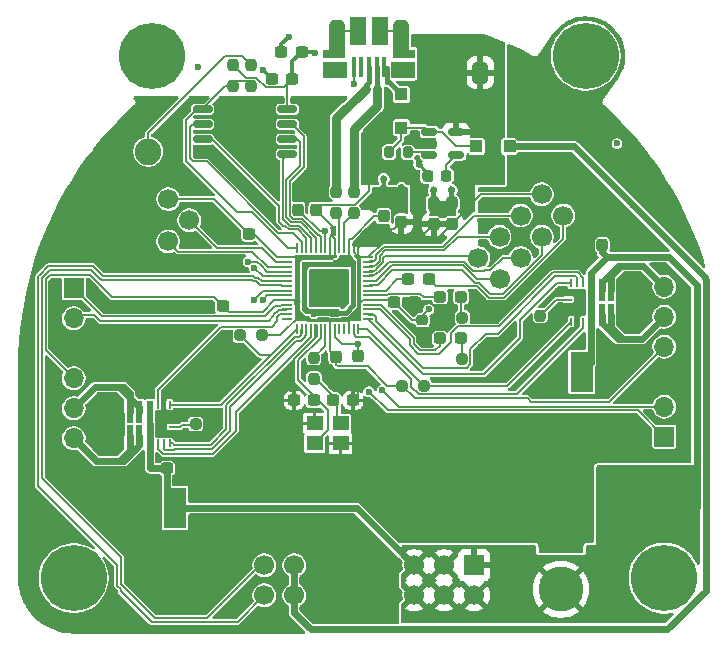
<source format=gbr>
G04 #@! TF.GenerationSoftware,KiCad,Pcbnew,9.0.1*
G04 #@! TF.CreationDate,2025-04-26T02:46:57-04:00*
G04 #@! TF.ProjectId,SwerveModuleBoard,53776572-7665-44d6-9f64-756c65426f61,REV1*
G04 #@! TF.SameCoordinates,Original*
G04 #@! TF.FileFunction,Copper,L1,Top*
G04 #@! TF.FilePolarity,Positive*
%FSLAX46Y46*%
G04 Gerber Fmt 4.6, Leading zero omitted, Abs format (unit mm)*
G04 Created by KiCad (PCBNEW 9.0.1) date 2025-04-26 02:46:57*
%MOMM*%
%LPD*%
G01*
G04 APERTURE LIST*
G04 Aperture macros list*
%AMRoundRect*
0 Rectangle with rounded corners*
0 $1 Rounding radius*
0 $2 $3 $4 $5 $6 $7 $8 $9 X,Y pos of 4 corners*
0 Add a 4 corners polygon primitive as box body*
4,1,4,$2,$3,$4,$5,$6,$7,$8,$9,$2,$3,0*
0 Add four circle primitives for the rounded corners*
1,1,$1+$1,$2,$3*
1,1,$1+$1,$4,$5*
1,1,$1+$1,$6,$7*
1,1,$1+$1,$8,$9*
0 Add four rect primitives between the rounded corners*
20,1,$1+$1,$2,$3,$4,$5,0*
20,1,$1+$1,$4,$5,$6,$7,0*
20,1,$1+$1,$6,$7,$8,$9,0*
20,1,$1+$1,$8,$9,$2,$3,0*%
%AMRotRect*
0 Rectangle, with rotation*
0 The origin of the aperture is its center*
0 $1 length*
0 $2 width*
0 $3 Rotation angle, in degrees counterclockwise*
0 Add horizontal line*
21,1,$1,$2,0,0,$3*%
G04 Aperture macros list end*
G04 #@! TA.AperFunction,SMDPad,CuDef*
%ADD10R,0.400000X1.750000*%
G04 #@! TD*
G04 #@! TA.AperFunction,SMDPad,CuDef*
%ADD11R,1.825000X0.700000*%
G04 #@! TD*
G04 #@! TA.AperFunction,SMDPad,CuDef*
%ADD12R,2.000000X1.460000*%
G04 #@! TD*
G04 #@! TA.AperFunction,SMDPad,CuDef*
%ADD13RoundRect,0.384800X0.265200X1.240200X-0.265200X1.240200X-0.265200X-1.240200X0.265200X-1.240200X0*%
G04 #@! TD*
G04 #@! TA.AperFunction,ComponentPad*
%ADD14O,1.300000X1.800000*%
G04 #@! TD*
G04 #@! TA.AperFunction,ComponentPad*
%ADD15O,1.050000X1.450000*%
G04 #@! TD*
G04 #@! TA.AperFunction,SMDPad,CuDef*
%ADD16R,1.425000X2.400000*%
G04 #@! TD*
G04 #@! TA.AperFunction,SMDPad,CuDef*
%ADD17RoundRect,0.237500X0.237500X-0.300000X0.237500X0.300000X-0.237500X0.300000X-0.237500X-0.300000X0*%
G04 #@! TD*
G04 #@! TA.AperFunction,SMDPad,CuDef*
%ADD18RoundRect,0.237500X0.300000X0.237500X-0.300000X0.237500X-0.300000X-0.237500X0.300000X-0.237500X0*%
G04 #@! TD*
G04 #@! TA.AperFunction,SMDPad,CuDef*
%ADD19RoundRect,0.237500X-0.237500X0.250000X-0.237500X-0.250000X0.237500X-0.250000X0.237500X0.250000X0*%
G04 #@! TD*
G04 #@! TA.AperFunction,SMDPad,CuDef*
%ADD20RoundRect,0.162500X-0.650000X-0.162500X0.650000X-0.162500X0.650000X0.162500X-0.650000X0.162500X0*%
G04 #@! TD*
G04 #@! TA.AperFunction,SMDPad,CuDef*
%ADD21RoundRect,0.237500X0.237500X-0.250000X0.237500X0.250000X-0.237500X0.250000X-0.237500X-0.250000X0*%
G04 #@! TD*
G04 #@! TA.AperFunction,SMDPad,CuDef*
%ADD22RoundRect,0.237500X-0.300000X-0.237500X0.300000X-0.237500X0.300000X0.237500X-0.300000X0.237500X0*%
G04 #@! TD*
G04 #@! TA.AperFunction,SMDPad,CuDef*
%ADD23RoundRect,0.237500X-0.237500X0.300000X-0.237500X-0.300000X0.237500X-0.300000X0.237500X0.300000X0*%
G04 #@! TD*
G04 #@! TA.AperFunction,SMDPad,CuDef*
%ADD24RoundRect,0.050000X-0.387500X-0.050000X0.387500X-0.050000X0.387500X0.050000X-0.387500X0.050000X0*%
G04 #@! TD*
G04 #@! TA.AperFunction,SMDPad,CuDef*
%ADD25RoundRect,0.050000X-0.050000X-0.387500X0.050000X-0.387500X0.050000X0.387500X-0.050000X0.387500X0*%
G04 #@! TD*
G04 #@! TA.AperFunction,ComponentPad*
%ADD26C,0.600000*%
G04 #@! TD*
G04 #@! TA.AperFunction,SMDPad,CuDef*
%ADD27RoundRect,0.144000X-1.456000X-1.456000X1.456000X-1.456000X1.456000X1.456000X-1.456000X1.456000X0*%
G04 #@! TD*
G04 #@! TA.AperFunction,ComponentPad*
%ADD28C,3.600000*%
G04 #@! TD*
G04 #@! TA.AperFunction,ConnectorPad*
%ADD29C,5.600000*%
G04 #@! TD*
G04 #@! TA.AperFunction,SMDPad,CuDef*
%ADD30RoundRect,0.225000X0.225000X0.250000X-0.225000X0.250000X-0.225000X-0.250000X0.225000X-0.250000X0*%
G04 #@! TD*
G04 #@! TA.AperFunction,ComponentPad*
%ADD31R,1.700000X1.700000*%
G04 #@! TD*
G04 #@! TA.AperFunction,ComponentPad*
%ADD32O,1.700000X1.700000*%
G04 #@! TD*
G04 #@! TA.AperFunction,ComponentPad*
%ADD33RotRect,2.250000X2.250000X135.000000*%
G04 #@! TD*
G04 #@! TA.AperFunction,ComponentPad*
%ADD34C,2.250000*%
G04 #@! TD*
G04 #@! TA.AperFunction,SMDPad,CuDef*
%ADD35RoundRect,0.250000X-0.412500X-0.650000X0.412500X-0.650000X0.412500X0.650000X-0.412500X0.650000X0*%
G04 #@! TD*
G04 #@! TA.AperFunction,SMDPad,CuDef*
%ADD36RoundRect,0.237500X0.287500X0.237500X-0.287500X0.237500X-0.287500X-0.237500X0.287500X-0.237500X0*%
G04 #@! TD*
G04 #@! TA.AperFunction,SMDPad,CuDef*
%ADD37R,1.920000X3.460000*%
G04 #@! TD*
G04 #@! TA.AperFunction,SMDPad,CuDef*
%ADD38RoundRect,0.237500X0.250000X0.237500X-0.250000X0.237500X-0.250000X-0.237500X0.250000X-0.237500X0*%
G04 #@! TD*
G04 #@! TA.AperFunction,SMDPad,CuDef*
%ADD39RoundRect,0.250000X-0.300000X-0.300000X0.300000X-0.300000X0.300000X0.300000X-0.300000X0.300000X0*%
G04 #@! TD*
G04 #@! TA.AperFunction,ComponentPad*
%ADD40RotRect,1.700000X1.700000X45.000000*%
G04 #@! TD*
G04 #@! TA.AperFunction,ComponentPad*
%ADD41C,1.700000*%
G04 #@! TD*
G04 #@! TA.AperFunction,SMDPad,CuDef*
%ADD42R,1.400000X1.200000*%
G04 #@! TD*
G04 #@! TA.AperFunction,SMDPad,CuDef*
%ADD43RoundRect,0.250000X0.300000X-0.300000X0.300000X0.300000X-0.300000X0.300000X-0.300000X-0.300000X0*%
G04 #@! TD*
G04 #@! TA.AperFunction,SMDPad,CuDef*
%ADD44RoundRect,0.200000X-0.200000X-0.275000X0.200000X-0.275000X0.200000X0.275000X-0.200000X0.275000X0*%
G04 #@! TD*
G04 #@! TA.AperFunction,SMDPad,CuDef*
%ADD45RoundRect,0.150000X-0.512500X-0.150000X0.512500X-0.150000X0.512500X0.150000X-0.512500X0.150000X0*%
G04 #@! TD*
G04 #@! TA.AperFunction,SMDPad,CuDef*
%ADD46RoundRect,0.237500X-0.250000X-0.237500X0.250000X-0.237500X0.250000X0.237500X-0.250000X0.237500X0*%
G04 #@! TD*
G04 #@! TA.AperFunction,ComponentPad*
%ADD47R,3.800000X3.800000*%
G04 #@! TD*
G04 #@! TA.AperFunction,ComponentPad*
%ADD48C,3.800000*%
G04 #@! TD*
G04 #@! TA.AperFunction,ComponentPad*
%ADD49RotRect,1.700000X1.700000X315.000000*%
G04 #@! TD*
G04 #@! TA.AperFunction,SMDPad,CuDef*
%ADD50RoundRect,0.225000X-0.250000X0.225000X-0.250000X-0.225000X0.250000X-0.225000X0.250000X0.225000X0*%
G04 #@! TD*
G04 #@! TA.AperFunction,SMDPad,CuDef*
%ADD51R,0.249999X0.650001*%
G04 #@! TD*
G04 #@! TA.AperFunction,SMDPad,CuDef*
%ADD52R,0.499999X4.000000*%
G04 #@! TD*
G04 #@! TA.AperFunction,SMDPad,CuDef*
%ADD53R,0.499999X1.925000*%
G04 #@! TD*
G04 #@! TA.AperFunction,SMDPad,CuDef*
%ADD54R,1.350000X4.000000*%
G04 #@! TD*
G04 #@! TA.AperFunction,SMDPad,CuDef*
%ADD55R,0.650001X0.249999*%
G04 #@! TD*
G04 #@! TA.AperFunction,ViaPad*
%ADD56C,0.600000*%
G04 #@! TD*
G04 #@! TA.AperFunction,Conductor*
%ADD57C,0.800000*%
G04 #@! TD*
G04 #@! TA.AperFunction,Conductor*
%ADD58C,0.200000*%
G04 #@! TD*
G04 #@! TA.AperFunction,Conductor*
%ADD59C,0.150000*%
G04 #@! TD*
G04 #@! TA.AperFunction,Conductor*
%ADD60C,0.600000*%
G04 #@! TD*
G04 #@! TA.AperFunction,Conductor*
%ADD61C,0.300000*%
G04 #@! TD*
G04 #@! TA.AperFunction,Conductor*
%ADD62C,0.400000*%
G04 #@! TD*
G04 APERTURE END LIST*
D10*
X101300000Y-74535000D03*
X100650000Y-74535000D03*
X100000000Y-74535000D03*
X99350000Y-74535000D03*
X98700000Y-74535000D03*
D11*
X102987500Y-73410000D03*
D12*
X102900000Y-74740000D03*
D13*
X102725000Y-72135000D03*
D14*
X102725000Y-71710000D03*
D15*
X102425000Y-74740000D03*
D16*
X100962500Y-71510000D03*
X99037500Y-71510000D03*
D15*
X97575000Y-74740000D03*
D13*
X97275000Y-72135000D03*
D14*
X97275000Y-71710000D03*
D12*
X97100000Y-74740000D03*
D11*
X97012500Y-73410000D03*
D17*
X102750000Y-87612500D03*
X102750000Y-85887500D03*
X101250000Y-87112500D03*
X101250000Y-85387500D03*
D18*
X87612500Y-94750000D03*
X85887500Y-94750000D03*
X93497500Y-75555000D03*
X91772500Y-75555000D03*
D19*
X88500000Y-74337500D03*
X88500000Y-76162500D03*
D20*
X85912500Y-78095000D03*
X85912500Y-79365000D03*
X85912500Y-80635000D03*
X85912500Y-81905000D03*
X93087500Y-81905000D03*
X93087500Y-80635000D03*
X93087500Y-79365000D03*
X93087500Y-78095000D03*
D21*
X90000000Y-76162500D03*
X90000000Y-74337500D03*
D17*
X95500000Y-86612500D03*
X95500000Y-84887500D03*
D22*
X102122500Y-94450000D03*
X103847500Y-94450000D03*
D23*
X97190000Y-99037500D03*
X97190000Y-100762500D03*
D19*
X97250000Y-85087500D03*
X97250000Y-86912500D03*
D23*
X99040000Y-99017500D03*
X99040000Y-100742500D03*
D18*
X89832500Y-88680000D03*
X88107500Y-88680000D03*
D17*
X105480000Y-87822500D03*
X105480000Y-86097500D03*
D24*
X93062500Y-90650000D03*
X93062500Y-91050000D03*
X93062500Y-91450000D03*
X93062500Y-91850000D03*
X93062500Y-92250000D03*
X93062500Y-92650000D03*
X93062500Y-93050000D03*
X93062500Y-93450000D03*
X93062500Y-93850000D03*
X93062500Y-94250000D03*
X93062500Y-94650000D03*
X93062500Y-95050000D03*
X93062500Y-95450000D03*
X93062500Y-95850000D03*
D25*
X93900000Y-96687500D03*
X94300000Y-96687500D03*
X94700000Y-96687500D03*
X95100000Y-96687500D03*
X95500000Y-96687500D03*
X95900000Y-96687500D03*
X96300000Y-96687500D03*
X96700000Y-96687500D03*
X97100000Y-96687500D03*
X97500000Y-96687500D03*
X97900000Y-96687500D03*
X98300000Y-96687500D03*
X98700000Y-96687500D03*
X99100000Y-96687500D03*
D24*
X99937500Y-95850000D03*
X99937500Y-95450000D03*
X99937500Y-95050000D03*
X99937500Y-94650000D03*
X99937500Y-94250000D03*
X99937500Y-93850000D03*
X99937500Y-93450000D03*
X99937500Y-93050000D03*
X99937500Y-92650000D03*
X99937500Y-92250000D03*
X99937500Y-91850000D03*
X99937500Y-91450000D03*
X99937500Y-91050000D03*
X99937500Y-90650000D03*
D25*
X99100000Y-89812500D03*
X98700000Y-89812500D03*
X98300000Y-89812500D03*
X97900000Y-89812500D03*
X97500000Y-89812500D03*
X97100000Y-89812500D03*
X96700000Y-89812500D03*
X96300000Y-89812500D03*
X95900000Y-89812500D03*
X95500000Y-89812500D03*
X95100000Y-89812500D03*
X94700000Y-89812500D03*
X94300000Y-89812500D03*
X93900000Y-89812500D03*
D26*
X95225000Y-91975000D03*
X95225000Y-93250000D03*
X95225000Y-94525000D03*
X96500000Y-91975000D03*
X96500000Y-93250000D03*
D27*
X96500000Y-93250000D03*
D26*
X96500000Y-94525000D03*
X97775000Y-91975000D03*
X97775000Y-93250000D03*
X97775000Y-94525000D03*
D28*
X118354398Y-73582304D03*
D29*
X118354398Y-73582304D03*
D19*
X98750000Y-85087500D03*
X98750000Y-86912500D03*
D28*
X124999988Y-117795134D03*
D29*
X124999988Y-117795134D03*
D17*
X94000000Y-86612500D03*
X94000000Y-84887500D03*
X107000000Y-87802500D03*
X107000000Y-86077500D03*
D28*
X74999988Y-117795134D03*
D29*
X74999988Y-117795134D03*
D28*
X81645618Y-73582274D03*
D29*
X81645618Y-73582274D03*
D18*
X94312500Y-73225000D03*
X92587500Y-73225000D03*
D23*
X119750000Y-87887500D03*
X119750000Y-89612500D03*
D22*
X103337499Y-92500000D03*
X105062501Y-92500000D03*
D30*
X106525000Y-83750000D03*
X104975000Y-83750000D03*
D31*
X75000000Y-93250000D03*
D32*
X75000000Y-95790000D03*
X75000000Y-98330000D03*
X75000000Y-100870000D03*
X75000000Y-103410000D03*
X75000000Y-105950000D03*
D33*
X76720604Y-86279397D03*
D34*
X81316798Y-81683203D03*
D18*
X95362500Y-102750000D03*
X93637500Y-102750000D03*
D35*
X109437500Y-75000000D03*
X112562500Y-75000000D03*
D36*
X107750000Y-97500000D03*
X106000000Y-97500000D03*
D37*
X83600000Y-111875000D03*
X83600000Y-118525000D03*
D38*
X90912500Y-97250000D03*
X89087500Y-97250000D03*
D39*
X109100000Y-81250000D03*
X111900000Y-81250000D03*
D22*
X96937500Y-102750000D03*
X98662500Y-102750000D03*
D40*
X81196878Y-87500000D03*
D41*
X82992929Y-85703949D03*
X82992929Y-89296051D03*
X84788980Y-87500000D03*
D21*
X114500000Y-97412500D03*
X114500000Y-95587500D03*
D42*
X95400000Y-106400000D03*
X97600000Y-106400000D03*
X97600000Y-104700000D03*
X95400000Y-104700000D03*
D37*
X118000000Y-100350000D03*
X118000000Y-107000000D03*
D43*
X102750000Y-79650000D03*
X102750000Y-76850000D03*
D31*
X108905000Y-116710000D03*
D41*
X108905000Y-119250000D03*
X106365000Y-116710000D03*
X106365000Y-119250000D03*
X103825000Y-116710000D03*
X103825000Y-119250000D03*
X101285000Y-116710000D03*
X101285000Y-119250000D03*
X98745000Y-116710000D03*
X98745000Y-119250000D03*
X96205000Y-116710000D03*
X96205000Y-119250000D03*
X93665000Y-116710000D03*
X93665000Y-119250000D03*
X91125000Y-116710000D03*
X91125000Y-119250000D03*
D38*
X109662500Y-99250000D03*
X107837500Y-99250000D03*
D44*
X101675000Y-81750000D03*
X103325000Y-81750000D03*
D18*
X84612500Y-108500000D03*
X82887500Y-108500000D03*
D38*
X87162500Y-104750000D03*
X85337500Y-104750000D03*
D45*
X105112500Y-80050000D03*
X105112500Y-81000000D03*
X105112500Y-81950000D03*
X107387500Y-81950000D03*
X107387500Y-80050000D03*
D46*
X106087500Y-95750000D03*
X107912500Y-95750000D03*
D31*
X125000000Y-105830000D03*
D32*
X125000000Y-103290000D03*
X125000000Y-100750000D03*
X125000000Y-98210000D03*
X125000000Y-95670000D03*
X125000000Y-93130000D03*
D47*
X116250000Y-113750000D03*
D48*
X116250000Y-118750000D03*
D49*
X116440542Y-83506337D03*
D41*
X118236593Y-85302388D03*
X114644491Y-85302388D03*
X116440542Y-87098439D03*
X112848440Y-87098439D03*
X114644491Y-88894491D03*
X111052388Y-88894491D03*
X112848440Y-90690542D03*
X109256337Y-90690542D03*
X111052388Y-92486593D03*
D50*
X104500000Y-95975000D03*
X104500000Y-97525000D03*
D19*
X95330000Y-99147500D03*
X95330000Y-100972500D03*
D51*
X117125000Y-96087500D03*
X117624999Y-96087500D03*
X118124998Y-96087500D03*
D52*
X118799998Y-94462499D03*
D53*
X119699999Y-95500000D03*
X120500000Y-95500000D03*
D54*
X121824998Y-94462499D03*
D53*
X120500000Y-93424998D03*
X119699999Y-93424998D03*
D51*
X118124998Y-92837498D03*
X117624999Y-92837498D03*
X117125000Y-92837498D03*
D55*
X116874998Y-93712498D03*
X116874998Y-94212499D03*
X116874998Y-94712499D03*
X116874998Y-95212500D03*
D46*
X102837500Y-101500000D03*
X104662500Y-101500000D03*
D36*
X107787500Y-94000000D03*
X106037500Y-94000000D03*
D51*
X83124999Y-103124999D03*
X82625000Y-103124999D03*
X82125001Y-103124999D03*
D52*
X81450001Y-104750000D03*
D53*
X80550000Y-103712499D03*
X79749999Y-103712499D03*
D54*
X78425001Y-104750000D03*
D53*
X79749999Y-105787501D03*
X80550000Y-105787501D03*
D51*
X82125001Y-106375001D03*
X82625000Y-106375001D03*
X83124999Y-106375001D03*
D55*
X83375001Y-105500001D03*
X83375001Y-105000000D03*
X83375001Y-104500000D03*
X83375001Y-103999999D03*
D56*
X121000000Y-81000000D03*
X93600000Y-105550000D03*
X93500000Y-101750000D03*
X113750000Y-75250000D03*
X100000000Y-114000000D03*
X90000000Y-109000000D03*
X95000000Y-109000000D03*
X76874999Y-105375001D03*
X101250000Y-84000000D03*
X116000000Y-107000000D03*
X120750000Y-88000000D03*
X75000000Y-110000000D03*
X82750000Y-102000000D03*
X90000000Y-114000000D03*
X86000000Y-118000000D03*
X104250000Y-82750000D03*
X91000000Y-74750000D03*
X84000000Y-115000000D03*
X93200000Y-71975000D03*
X93270000Y-101074890D03*
X118000000Y-94500000D03*
X83000000Y-115000000D03*
X76874999Y-103125001D03*
X123000000Y-102000000D03*
X107000000Y-84940000D03*
X77750000Y-107126001D03*
X87455000Y-88680000D03*
X100000000Y-109000000D03*
X98700000Y-76000000D03*
X105000000Y-109000000D03*
X104500000Y-94555000D03*
X114000000Y-80000000D03*
X120000000Y-107000000D03*
X122824998Y-93712499D03*
X99040000Y-101760000D03*
X99400000Y-105550000D03*
X84250000Y-105500000D03*
X85500000Y-74500000D03*
X110000000Y-109000000D03*
X121824998Y-96712499D03*
X95500000Y-83750000D03*
X76874999Y-104125001D03*
X120000000Y-106000000D03*
X84500000Y-94750000D03*
X73000000Y-114000000D03*
X76874999Y-106375001D03*
X86000000Y-116000000D03*
X94750000Y-83500000D03*
X121824998Y-92212499D03*
X89500000Y-81000000D03*
X85750000Y-108000000D03*
X122824998Y-95962499D03*
X116000000Y-105000000D03*
X116000000Y-93500000D03*
X113750000Y-98250000D03*
X122000000Y-100000000D03*
X97189994Y-101665000D03*
X110000000Y-114000000D03*
X116000000Y-109000000D03*
X77874999Y-102375001D03*
X95000000Y-114000000D03*
X87000000Y-103750000D03*
X107000000Y-95000000D03*
X84250000Y-104250000D03*
X122824998Y-92712499D03*
X105000000Y-114000000D03*
X102750000Y-84750000D03*
X80000000Y-121000000D03*
X81000000Y-118000000D03*
X116000000Y-95000000D03*
X116000000Y-106000000D03*
X113000000Y-83000000D03*
X87250000Y-81925000D03*
X91000000Y-83000000D03*
X116000000Y-108000000D03*
X105480000Y-84960000D03*
X81000000Y-116000000D03*
X80000000Y-112000000D03*
X122824998Y-94962499D03*
X103750000Y-80500000D03*
X109500000Y-98250000D03*
X120000000Y-105000000D03*
X104600000Y-73300000D03*
X105060249Y-95053622D03*
X95400000Y-73300000D03*
X93910000Y-94380000D03*
X96300000Y-88449994D03*
X97200000Y-91150000D03*
X99072496Y-97988656D03*
X95358819Y-95450000D03*
X91000000Y-94250000D03*
X101121091Y-101878909D03*
X90250004Y-94246925D03*
X100000000Y-102000000D03*
X89750000Y-91000000D03*
X90299999Y-91548585D03*
X122312500Y-86187500D03*
D57*
X121824998Y-94462499D02*
X121824998Y-94962499D01*
D58*
X99040000Y-102372500D02*
X98662500Y-102750000D01*
D59*
X93600000Y-105550000D02*
X94450000Y-104700000D01*
D57*
X121824998Y-94462499D02*
X121824998Y-92212499D01*
D60*
X78425001Y-104675003D02*
X76874999Y-103125001D01*
D58*
X83375001Y-105500001D02*
X84250000Y-105500000D01*
D57*
X122324998Y-94462499D02*
X122824998Y-94962499D01*
D60*
X78425001Y-104750000D02*
X77500000Y-104750000D01*
D58*
X103470000Y-94450000D02*
X103575000Y-94555000D01*
X109662500Y-99250000D02*
X109662500Y-98412500D01*
D59*
X93270000Y-99730000D02*
X93689000Y-99311000D01*
D58*
X98700000Y-74600000D02*
X98700000Y-76000000D01*
X104500000Y-97337500D02*
X106087500Y-95750000D01*
D59*
X93270000Y-101074890D02*
X93270000Y-99730000D01*
D58*
X103575000Y-94555000D02*
X104500000Y-94555000D01*
X102460000Y-71450000D02*
X102730000Y-71720000D01*
X104975000Y-83750000D02*
X104975000Y-83475000D01*
X114412500Y-97412500D02*
X114500000Y-97412500D01*
D57*
X121824998Y-94962499D02*
X122824998Y-95962499D01*
D58*
X82625000Y-102125000D02*
X82750000Y-102000000D01*
X96880994Y-101500000D02*
X96881000Y-101499994D01*
D59*
X102750000Y-84750000D02*
X102750000Y-85887500D01*
D58*
X82625000Y-103124999D02*
X82625000Y-102125000D01*
X104250000Y-81000000D02*
X103750000Y-80500000D01*
X84612500Y-108500000D02*
X85250000Y-108500000D01*
D59*
X85887500Y-94750000D02*
X84500000Y-94750000D01*
D58*
X116874998Y-95212500D02*
X116212500Y-95212500D01*
X105112500Y-81000000D02*
X104250000Y-81000000D01*
X116212498Y-93712498D02*
X116000000Y-93500000D01*
D60*
X78425001Y-104750000D02*
X78425001Y-106574999D01*
D58*
X116287501Y-94712499D02*
X116000000Y-95000000D01*
D59*
X94000000Y-84887500D02*
X95500000Y-84887500D01*
D58*
X97540000Y-71450000D02*
X97270000Y-71720000D01*
D60*
X78425001Y-102925003D02*
X77874999Y-102375001D01*
D58*
X87162500Y-103912500D02*
X87000000Y-103750000D01*
D60*
X78425001Y-104750000D02*
X78425001Y-102925003D01*
D58*
X85900000Y-81905000D02*
X87230000Y-81905000D01*
D57*
X121824998Y-94462499D02*
X122324998Y-94462499D01*
D59*
X95500000Y-97400220D02*
X95500000Y-96687500D01*
D58*
X117624999Y-94875001D02*
X118000000Y-94500000D01*
X109662500Y-98412500D02*
X109500000Y-98250000D01*
X99040000Y-100480000D02*
X99040000Y-101760000D01*
D57*
X122074998Y-94462499D02*
X122824998Y-93712499D01*
X121824998Y-94462499D02*
X122074998Y-94462499D01*
D58*
X104500000Y-97525000D02*
X104500000Y-97337500D01*
X99040000Y-71450000D02*
X97540000Y-71450000D01*
D57*
X121824998Y-94462499D02*
X121824998Y-96712499D01*
D60*
X78425001Y-104750000D02*
X77499998Y-104750000D01*
X120637500Y-87887500D02*
X120750000Y-88000000D01*
X78425001Y-104750000D02*
X78425001Y-104824999D01*
D59*
X101250000Y-85387500D02*
X101250000Y-84000000D01*
D61*
X92587500Y-73225000D02*
X92587500Y-72587500D01*
D60*
X77500000Y-104750000D02*
X76874999Y-105375001D01*
D58*
X99040000Y-101760000D02*
X99040000Y-102372500D01*
X116874998Y-93712498D02*
X116212498Y-93712498D01*
D59*
X113500000Y-75000000D02*
X113750000Y-75250000D01*
D58*
X97190000Y-101664994D02*
X97190000Y-100385000D01*
D60*
X77499998Y-104750000D02*
X76874999Y-104125001D01*
D59*
X94450000Y-104700000D02*
X95400000Y-104700000D01*
X94500220Y-98404102D02*
X94500220Y-98400000D01*
D58*
X83375001Y-104500000D02*
X84000000Y-104500000D01*
D57*
X121824998Y-94462499D02*
X121824998Y-93712499D01*
D58*
X83375001Y-103999999D02*
X83999999Y-103999999D01*
X106250000Y-95750000D02*
X107000000Y-95000000D01*
D60*
X78425001Y-104750000D02*
X78425001Y-104675003D01*
D58*
X87162500Y-104750000D02*
X87162500Y-103912500D01*
X113750000Y-98075000D02*
X114412500Y-97412500D01*
D59*
X105480000Y-86097500D02*
X105480000Y-84960000D01*
D58*
X113750000Y-98250000D02*
X113750000Y-98075000D01*
X117624999Y-96087500D02*
X117624999Y-94875001D01*
D60*
X78425001Y-104824999D02*
X76874999Y-106375001D01*
D58*
X77874999Y-107125001D02*
X77873999Y-107126001D01*
D59*
X112562500Y-75000000D02*
X113500000Y-75000000D01*
D58*
X116212500Y-95212500D02*
X116000000Y-95000000D01*
D60*
X78425001Y-106574999D02*
X77874999Y-107125001D01*
D58*
X84000000Y-104500000D02*
X84250000Y-104250000D01*
X87230000Y-81905000D02*
X87250000Y-81925000D01*
D60*
X119750000Y-87887500D02*
X120637500Y-87887500D01*
D58*
X104975000Y-83475000D02*
X104250000Y-82750000D01*
D61*
X91500000Y-75282500D02*
X91772500Y-75555000D01*
D57*
X121824998Y-93712499D02*
X122824998Y-92712499D01*
D59*
X95500000Y-84887500D02*
X95500000Y-83750000D01*
X94000000Y-84887500D02*
X94000000Y-84250000D01*
D58*
X100960000Y-71450000D02*
X102460000Y-71450000D01*
X116874998Y-94712499D02*
X116287501Y-94712499D01*
D59*
X93689000Y-99215322D02*
X94500220Y-98404102D01*
D58*
X83999999Y-103999999D02*
X84250000Y-104250000D01*
D59*
X107000000Y-86077500D02*
X107000000Y-84940000D01*
X94000000Y-84250000D02*
X94750000Y-83500000D01*
X94500220Y-98400000D02*
X95500000Y-97400220D01*
D58*
X77873999Y-107126001D02*
X77750000Y-107126001D01*
D61*
X92587500Y-72587500D02*
X93200000Y-71975000D01*
X91500000Y-75250000D02*
X91500000Y-75282500D01*
X91000000Y-74750000D02*
X91500000Y-75250000D01*
D58*
X106087500Y-95750000D02*
X106250000Y-95750000D01*
D59*
X93689000Y-99311000D02*
X93689000Y-99215322D01*
D58*
X85250000Y-108500000D02*
X85750000Y-108000000D01*
D62*
X101549000Y-74651000D02*
X101549000Y-75811000D01*
X101300000Y-74525000D02*
X101426000Y-74651000D01*
X101711000Y-75811000D02*
X102750000Y-76850000D01*
X101426000Y-74651000D02*
X101549000Y-74651000D01*
X101549000Y-75811000D02*
X101711000Y-75811000D01*
D59*
X93990000Y-99340000D02*
X93990000Y-101060000D01*
X95900000Y-96687500D02*
X95900000Y-97430000D01*
X96500000Y-103570000D02*
X96500000Y-105250000D01*
X93990000Y-101060000D02*
X96500000Y-103570000D01*
X95400000Y-106350000D02*
X95400000Y-106400000D01*
X96500000Y-105250000D02*
X95400000Y-106350000D01*
X95900000Y-97430000D02*
X93990000Y-99340000D01*
X96300000Y-96687500D02*
X96300000Y-98177500D01*
X96300000Y-98177500D02*
X95330000Y-99147500D01*
D58*
X93910000Y-94380000D02*
X93910000Y-94250000D01*
D59*
X100162500Y-88750000D02*
X104552500Y-88750000D01*
D58*
X94312500Y-95437500D02*
X93910000Y-95035000D01*
X92200000Y-90650000D02*
X93062500Y-90650000D01*
X99250000Y-94474350D02*
X99474350Y-94250000D01*
X113423000Y-102577000D02*
X113746000Y-102900000D01*
X91000000Y-95250000D02*
X88112500Y-95250000D01*
X96750000Y-96000000D02*
X98150000Y-96000000D01*
X96700000Y-90650000D02*
X93910000Y-90650000D01*
D59*
X96850001Y-87962501D02*
X96850001Y-88799999D01*
D58*
X96700000Y-88950000D02*
X96700000Y-89812500D01*
X89832500Y-88680000D02*
X90230000Y-88680000D01*
X96700000Y-96050000D02*
X96750000Y-96000000D01*
X102122500Y-94450000D02*
X103647500Y-95975000D01*
X97100000Y-89049998D02*
X96850001Y-88799999D01*
X97100000Y-90450000D02*
X96900000Y-90650000D01*
X99937500Y-94250000D02*
X102300000Y-94250000D01*
X103914500Y-102577000D02*
X113423000Y-102577000D01*
D61*
X95325000Y-73225000D02*
X95400000Y-73300000D01*
D58*
X99474350Y-94250000D02*
X99937500Y-94250000D01*
D59*
X72627000Y-92513323D02*
X72991323Y-92149000D01*
X90451932Y-75434000D02*
X91273932Y-76256000D01*
X101287500Y-89300000D02*
X105502500Y-89300000D01*
D58*
X94875000Y-96000000D02*
X94312500Y-95437500D01*
D59*
X99100000Y-89812500D02*
X99100000Y-90400000D01*
X86856449Y-85703949D02*
X89832500Y-88680000D01*
D58*
X93062500Y-94250000D02*
X92000000Y-94250000D01*
D59*
X102750000Y-87612500D02*
X102112500Y-88250000D01*
X76399000Y-92149000D02*
X78250000Y-94000000D01*
D58*
X102300000Y-94250000D02*
X102500000Y-94450000D01*
X95938500Y-86174000D02*
X98848424Y-86174000D01*
D61*
X94312500Y-73225000D02*
X95325000Y-73225000D01*
D59*
X89596500Y-75434000D02*
X90451932Y-75434000D01*
D58*
X102837500Y-101500000D02*
X101520000Y-101500000D01*
D59*
X99000000Y-90500000D02*
X99150000Y-90650000D01*
X88500000Y-74337500D02*
X89596500Y-75434000D01*
X104552500Y-88750000D02*
X105480000Y-87822500D01*
D58*
X96700000Y-98547500D02*
X97190000Y-99037500D01*
D61*
X93497500Y-74040000D02*
X94312500Y-73225000D01*
D58*
X97190000Y-99719000D02*
X97190000Y-99037500D01*
D59*
X99750000Y-88250000D02*
X98700000Y-89300000D01*
D58*
X97351000Y-99880000D02*
X97190000Y-99719000D01*
D59*
X99150000Y-90650000D02*
X99937500Y-90650000D01*
X82992929Y-85703949D02*
X86856449Y-85703949D01*
X114644491Y-85302388D02*
X109500112Y-85302388D01*
D58*
X113746000Y-102900000D02*
X120310000Y-102900000D01*
D59*
X105502500Y-89300000D02*
X107000000Y-87802500D01*
D58*
X97100000Y-89812500D02*
X97100000Y-90450000D01*
X88112500Y-95250000D02*
X87612500Y-94750000D01*
D59*
X92796500Y-76256000D02*
X93497500Y-75555000D01*
X98700000Y-89300000D02*
X98700000Y-89812500D01*
X72991323Y-92149000D02*
X76399000Y-92149000D01*
D58*
X102837500Y-101500000D02*
X103914500Y-102577000D01*
X104500000Y-95613871D02*
X105060249Y-95053622D01*
X96700000Y-96687500D02*
X96700000Y-98547500D01*
X97100000Y-89812500D02*
X97100000Y-89049998D01*
D59*
X98300000Y-96687500D02*
X98300000Y-95850000D01*
X109500112Y-85302388D02*
X107000000Y-87802500D01*
D58*
X92000000Y-94250000D02*
X91000000Y-95250000D01*
D59*
X99100000Y-90400000D02*
X99000000Y-90500000D01*
X72627000Y-98497000D02*
X72627000Y-92513323D01*
D58*
X120310000Y-102900000D02*
X125000000Y-98210000D01*
D59*
X75000000Y-100870000D02*
X72627000Y-98497000D01*
X91273932Y-76256000D02*
X92796500Y-76256000D01*
D58*
X96700000Y-89812500D02*
X96700000Y-90650000D01*
D61*
X93497500Y-75555000D02*
X93497500Y-74040000D01*
D58*
X95500000Y-86612500D02*
X95938500Y-86174000D01*
X103647500Y-95975000D02*
X104500000Y-95975000D01*
D59*
X102112500Y-88250000D02*
X99750000Y-88250000D01*
D58*
X99250000Y-94900000D02*
X99250000Y-94474350D01*
X96850001Y-88799999D02*
X96700000Y-88950000D01*
D59*
X95500000Y-86612500D02*
X96850001Y-87962501D01*
D58*
X93910000Y-90650000D02*
X93062500Y-90650000D01*
X96700000Y-96050000D02*
X96650000Y-96000000D01*
X98150000Y-96000000D02*
X98450000Y-95700000D01*
X104500000Y-95975000D02*
X104500000Y-95613871D01*
X100000000Y-85022424D02*
X100000000Y-84250000D01*
X86862500Y-94000000D02*
X78250000Y-94000000D01*
D59*
X98700000Y-90200000D02*
X98700000Y-89812500D01*
D58*
X93910000Y-95035000D02*
X93910000Y-94380000D01*
D59*
X99937500Y-90650000D02*
X101287500Y-89300000D01*
X98300000Y-95850000D02*
X98450000Y-95700000D01*
D58*
X101520000Y-101500000D02*
X99900000Y-99880000D01*
X93062500Y-94250000D02*
X93910000Y-94250000D01*
X96700000Y-90650000D02*
X96700000Y-90250000D01*
X90230000Y-88680000D02*
X92200000Y-90650000D01*
X87612500Y-94750000D02*
X86862500Y-94000000D01*
X93910000Y-94250000D02*
X93910000Y-90650000D01*
D59*
X93820000Y-78095000D02*
X93100000Y-78095000D01*
X90912500Y-97250000D02*
X92500000Y-97250000D01*
D58*
X99900000Y-99880000D02*
X97351000Y-99880000D01*
X96650000Y-96000000D02*
X94875000Y-96000000D01*
D59*
X92500000Y-97250000D02*
X94312500Y-95437500D01*
X99000000Y-90500000D02*
X98700000Y-90200000D01*
D58*
X93100000Y-78095000D02*
X93100000Y-75575000D01*
X96700000Y-96687500D02*
X96700000Y-96050000D01*
X93100000Y-75575000D02*
X93120000Y-75555000D01*
X98450000Y-95700000D02*
X99250000Y-94900000D01*
D59*
X99100000Y-89812500D02*
X100162500Y-88750000D01*
D58*
X98848424Y-86174000D02*
X100000000Y-85022424D01*
X96300000Y-89812500D02*
X96300000Y-88449994D01*
D62*
X95636108Y-95300000D02*
X95686108Y-95350000D01*
X98014612Y-95350000D02*
X98670000Y-94694612D01*
D59*
X101250000Y-87112500D02*
X100463236Y-87112500D01*
X100463236Y-87112500D02*
X98525736Y-89050000D01*
D58*
X99072496Y-97988656D02*
X99072496Y-98985004D01*
X97738656Y-97988656D02*
X97100000Y-97350000D01*
D59*
X95837494Y-88449994D02*
X96300000Y-88449994D01*
D62*
X98670000Y-91020000D02*
X98300000Y-90650000D01*
D58*
X98300000Y-89812500D02*
X98300000Y-89050000D01*
D59*
X98525736Y-89050000D02*
X98300000Y-89050000D01*
D62*
X97200000Y-91150000D02*
X97700000Y-90650000D01*
X95686108Y-95350000D02*
X98014612Y-95350000D01*
D58*
X98300000Y-89812500D02*
X98300000Y-90650000D01*
D62*
X98670000Y-94694612D02*
X98670000Y-91020000D01*
D58*
X99072496Y-98985004D02*
X99040000Y-99017500D01*
D62*
X95358819Y-95450000D02*
X95508819Y-95300000D01*
D58*
X97100000Y-97350000D02*
X97100000Y-96687500D01*
D59*
X94000000Y-86612500D02*
X95837494Y-88449994D01*
D62*
X95508819Y-95300000D02*
X95636108Y-95300000D01*
X97700000Y-90650000D02*
X98300000Y-90650000D01*
D58*
X99072496Y-97988656D02*
X97738656Y-97988656D01*
X81316798Y-80092212D02*
X81316798Y-81683203D01*
X89261500Y-73599000D02*
X87810010Y-73599000D01*
X90000000Y-74337500D02*
X89261500Y-73599000D01*
X87810010Y-73599000D02*
X81316798Y-80092212D01*
D59*
X86777845Y-107277001D02*
X88750000Y-105304846D01*
X82125001Y-106375001D02*
X82125001Y-106850001D01*
X88750000Y-105304846D02*
X88750000Y-103724542D01*
X95100000Y-97374542D02*
X95100000Y-96687500D01*
X82552001Y-107277001D02*
X86777845Y-107277001D01*
X82125001Y-106850001D02*
X82552001Y-107277001D01*
X88750000Y-103724542D02*
X95100000Y-97374542D01*
D58*
X82749000Y-106951001D02*
X83500998Y-106951001D01*
X83500998Y-106851000D02*
X86742813Y-106851000D01*
X88252000Y-105341812D02*
X88252000Y-103328276D01*
X86742813Y-106851000D02*
X88252000Y-105341812D01*
X94651000Y-97201064D02*
X94651000Y-96687500D01*
X82625000Y-106827001D02*
X82749000Y-106951001D01*
X94602000Y-97250064D02*
X94651000Y-97201064D01*
X93853276Y-97727000D02*
X94221453Y-97727000D01*
X94221453Y-97727000D02*
X94602000Y-97346452D01*
X94602000Y-97346452D02*
X94602000Y-97250064D01*
X82625000Y-106375001D02*
X82625000Y-106827001D01*
X88252000Y-103328276D02*
X93853276Y-97727000D01*
X94651000Y-96687500D02*
X94700000Y-96687500D01*
X83500998Y-106951001D02*
X83500998Y-106851000D01*
X93715912Y-97367976D02*
X93723936Y-97376000D01*
X83500000Y-106500000D02*
X86597424Y-106500000D01*
X93723936Y-97376000D02*
X94076064Y-97376000D01*
X86597424Y-106500000D02*
X87901000Y-105196424D01*
X87901000Y-103182888D02*
X93715912Y-97367976D01*
X87901000Y-105196424D02*
X87901000Y-103182888D01*
X83375001Y-106375001D02*
X83500000Y-106500000D01*
X94076064Y-97376000D02*
X94251000Y-97201064D01*
X94251000Y-97201064D02*
X94251000Y-96687500D01*
X94251000Y-96687500D02*
X94300000Y-96687500D01*
X83124999Y-106375001D02*
X83375001Y-106375001D01*
X91918750Y-98668750D02*
X93900000Y-96687500D01*
X83124999Y-103124999D02*
X87462501Y-103124999D01*
D59*
X89087500Y-97250000D02*
X90756250Y-98918750D01*
X90756250Y-98918750D02*
X91668750Y-98918750D01*
X91668750Y-98918750D02*
X91918750Y-98668750D01*
D58*
X87462501Y-103124999D02*
X91918750Y-98668750D01*
X82125001Y-101845767D02*
X82125001Y-103124999D01*
X91750000Y-96500000D02*
X87470768Y-96500000D01*
X93062500Y-95450000D02*
X93060500Y-95452000D01*
X92493355Y-95452001D02*
X92250000Y-95695356D01*
X92250000Y-96000000D02*
X91750000Y-96500000D01*
X93060500Y-95452000D02*
X92493355Y-95452001D01*
X92250000Y-95695356D02*
X92250000Y-96000000D01*
X87470768Y-96500000D02*
X82125001Y-101845767D01*
X91534163Y-96000000D02*
X77253612Y-96000000D01*
X75290000Y-95500000D02*
X75000000Y-95790000D01*
X76753612Y-95500000D02*
X75290000Y-95500000D01*
X92347966Y-95101001D02*
X91899000Y-95549967D01*
X93062500Y-95050000D02*
X93013500Y-95099000D01*
X77253612Y-96000000D02*
X76753612Y-95500000D01*
X91899000Y-95635163D02*
X91534163Y-96000000D01*
X92548936Y-95099000D02*
X92546936Y-95101000D01*
X92546936Y-95101000D02*
X92347966Y-95101001D01*
X91899000Y-95549967D02*
X91899000Y-95635163D01*
X93013500Y-95099000D02*
X92548936Y-95099000D01*
X92499936Y-94748000D02*
X92597936Y-94650000D01*
X92403548Y-94748000D02*
X92499936Y-94748000D01*
X91172936Y-95649000D02*
X92071936Y-94750000D01*
X92597936Y-94650000D02*
X93062500Y-94650000D01*
X75000000Y-93250000D02*
X77399000Y-95649000D01*
X77399000Y-95649000D02*
X91172936Y-95649000D01*
X92071936Y-94750000D02*
X92401547Y-94750000D01*
X92401547Y-94750000D02*
X92403548Y-94748000D01*
D59*
X102532182Y-103290000D02*
X125000000Y-103290000D01*
X101121091Y-101878909D02*
X102532182Y-103290000D01*
X93062500Y-93850000D02*
X91400000Y-93850000D01*
X91400000Y-93850000D02*
X91000000Y-94250000D01*
X101591000Y-103591000D02*
X100000000Y-102000000D01*
X122761000Y-103591000D02*
X101591000Y-103591000D01*
X91046929Y-93450000D02*
X93062500Y-93450000D01*
X125000000Y-105830000D02*
X122761000Y-103591000D01*
X90250004Y-94246925D02*
X91046929Y-93450000D01*
X90769991Y-92976000D02*
X92551000Y-92976000D01*
X79000000Y-116000000D02*
X72326000Y-109326000D01*
X90470990Y-92676999D02*
X90769991Y-92976000D01*
X77246388Y-92500000D02*
X77281742Y-92500000D01*
X90084320Y-92576000D02*
X90185319Y-92676999D01*
X81874000Y-121174000D02*
X79000000Y-118300000D01*
X76496388Y-91750000D02*
X77246388Y-92500000D01*
X72326000Y-109326000D02*
X72326000Y-92388645D01*
X77281742Y-92500000D02*
X77357742Y-92576000D01*
X72326000Y-92388645D02*
X72964645Y-91750000D01*
X90790000Y-116710000D02*
X86326000Y-121174000D01*
X86326000Y-121174000D02*
X81874000Y-121174000D01*
X72964645Y-91750000D02*
X76496388Y-91750000D01*
X90185319Y-92676999D02*
X90470990Y-92676999D01*
X91125000Y-116710000D02*
X90790000Y-116710000D01*
X92551000Y-92976000D02*
X92625000Y-93050000D01*
X79000000Y-118300000D02*
X79000000Y-116000000D01*
X77357742Y-92576000D02*
X90084320Y-92576000D01*
X92625000Y-93050000D02*
X93062500Y-93050000D01*
D58*
X72000000Y-92253612D02*
X72126806Y-92126806D01*
X90320353Y-92350999D02*
X90219354Y-92250000D01*
X78674000Y-116674000D02*
X72000000Y-110000000D01*
X93062500Y-92650000D02*
X90905025Y-92650000D01*
X79000000Y-118761034D02*
X78674000Y-118435034D01*
X72854611Y-91399000D02*
X72126806Y-92126806D01*
X90606024Y-92350999D02*
X90320353Y-92350999D01*
X81600000Y-121500000D02*
X79000000Y-118900000D01*
X72000000Y-110000000D02*
X72000000Y-92253612D01*
X88875000Y-121500000D02*
X81600000Y-121500000D01*
X79000000Y-118900000D02*
X79000000Y-118761034D01*
X77492776Y-92250000D02*
X76641776Y-91399000D01*
X91125000Y-119250000D02*
X88875000Y-121500000D01*
X72126806Y-92126806D02*
X72000000Y-92253611D01*
X90905025Y-92650000D02*
X90606024Y-92350999D01*
X78674000Y-118435034D02*
X78674000Y-116674000D01*
X90219354Y-92250000D02*
X77492776Y-92250000D01*
X76641776Y-91399000D02*
X72854611Y-91399000D01*
X90071767Y-90997585D02*
X90528231Y-90997585D01*
X90069352Y-91000000D02*
X90071767Y-90997585D01*
X90850999Y-91321767D02*
X91379232Y-91850000D01*
X90528231Y-90997585D02*
X90850999Y-91320353D01*
X89750000Y-91000000D02*
X90069352Y-91000000D01*
X90850999Y-91320353D02*
X90850999Y-91321767D01*
X91379232Y-91850000D02*
X93062500Y-91850000D01*
D59*
X90137731Y-90146051D02*
X83842929Y-90146051D01*
X83842929Y-90146051D02*
X82992929Y-89296051D01*
X93062500Y-91450000D02*
X91441680Y-91450000D01*
X91441680Y-91450000D02*
X90137731Y-90146051D01*
X87134031Y-89845051D02*
X90934017Y-89845051D01*
X90934017Y-89845051D02*
X92138966Y-91050000D01*
X84788980Y-87500000D02*
X87134031Y-89845051D01*
X92138966Y-91050000D02*
X93062500Y-91050000D01*
X100011500Y-90976000D02*
X99937500Y-91050000D01*
X106252068Y-89750000D02*
X101263178Y-89750000D01*
X101263178Y-89750000D02*
X100564943Y-90448235D01*
X100564943Y-90448235D02*
X100601000Y-90484292D01*
X112848440Y-87098439D02*
X108903629Y-87098439D01*
X108903629Y-87098439D02*
X106252068Y-89750000D01*
X100601000Y-90815708D02*
X100440708Y-90976000D01*
X100440708Y-90976000D02*
X100011500Y-90976000D01*
X100601000Y-90484292D02*
X100601000Y-90815708D01*
X101387856Y-90051000D02*
X106376746Y-90051000D01*
X100539708Y-91277000D02*
X100565386Y-91277000D01*
X100902000Y-90940386D02*
X100902000Y-90536856D01*
X100902000Y-90536856D02*
X101387856Y-90051000D01*
X107533255Y-88894491D02*
X111052388Y-88894491D01*
X100440708Y-91376000D02*
X100539708Y-91277000D01*
X100565386Y-91277000D02*
X100902000Y-90940386D01*
X99937500Y-91450000D02*
X100011500Y-91376000D01*
X106376746Y-90051000D02*
X107533255Y-88894491D01*
X100011500Y-91376000D02*
X100440708Y-91376000D01*
X101203000Y-91065064D02*
X101203000Y-90661534D01*
X101203000Y-90661534D02*
X101364534Y-90500000D01*
X100440708Y-91776000D02*
X100539708Y-91677000D01*
X100690064Y-91578000D02*
X101203000Y-91065064D01*
X109065795Y-90500000D02*
X109256337Y-90690542D01*
X100539708Y-91677000D02*
X100565386Y-91677000D01*
X101364534Y-90500000D02*
X109065795Y-90500000D01*
X99937500Y-91850000D02*
X100011500Y-91776000D01*
X100565386Y-91677000D02*
X100664386Y-91578000D01*
X100011500Y-91776000D02*
X100440708Y-91776000D01*
X100664386Y-91578000D02*
X100690064Y-91578000D01*
X100539708Y-92077000D02*
X100565386Y-92077000D01*
X100440708Y-92176000D02*
X100539708Y-92077000D01*
X101693742Y-91000000D02*
X108044101Y-91000000D01*
X100789064Y-91879000D02*
X100814742Y-91879000D01*
X99937500Y-92250000D02*
X100011500Y-92176000D01*
X100814742Y-91879000D02*
X101693742Y-91000000D01*
X100011500Y-92176000D02*
X100440708Y-92176000D01*
X108044101Y-91000000D02*
X108810643Y-91766542D01*
X110267287Y-91750000D02*
X111326745Y-90690542D01*
X100664386Y-91978000D02*
X100690064Y-91978000D01*
X109718573Y-91750000D02*
X110267287Y-91750000D01*
X108810643Y-91766542D02*
X109702031Y-91766542D01*
X111326745Y-90690542D02*
X112848440Y-90690542D01*
X100565386Y-92077000D02*
X100664386Y-91978000D01*
X100690064Y-91978000D02*
X100789064Y-91879000D01*
X109702031Y-91766542D02*
X109718573Y-91750000D01*
X109105017Y-92486593D02*
X111052388Y-92486593D01*
X99937500Y-92650000D02*
X100600000Y-92650000D01*
X107919424Y-91301000D02*
X109105017Y-92486593D01*
X101949000Y-91301000D02*
X107919424Y-91301000D01*
X100600000Y-92650000D02*
X101949000Y-91301000D01*
X110250000Y-93750000D02*
X109287593Y-92787593D01*
X107892746Y-91700000D02*
X101975678Y-91700000D01*
X100011500Y-92976000D02*
X99937500Y-93050000D01*
X114644491Y-88894491D02*
X114644491Y-90416185D01*
X100440708Y-92976000D02*
X100011500Y-92976000D01*
X114644491Y-90416185D02*
X111310676Y-93750000D01*
X100465708Y-92951000D02*
X100440708Y-92976000D01*
X109287593Y-92787593D02*
X108980339Y-92787593D01*
X111310676Y-93750000D02*
X110250000Y-93750000D01*
X100724678Y-92951000D02*
X100465708Y-92951000D01*
X101975678Y-91700000D02*
X100724678Y-92951000D01*
X108980339Y-92787593D02*
X107892746Y-91700000D01*
X99937500Y-93450000D02*
X99989500Y-93398000D01*
X102376542Y-92500000D02*
X101426542Y-93450000D01*
X101426542Y-93450000D02*
X99937500Y-93450000D01*
X103337499Y-92500000D02*
X102376542Y-92500000D01*
D58*
X102657424Y-93750000D02*
X103312576Y-93750000D01*
X101613576Y-93724000D02*
X102631424Y-93724000D01*
X103312576Y-93750000D02*
X103338576Y-93724000D01*
X101487576Y-93850000D02*
X101613576Y-93724000D01*
X104356424Y-93724000D02*
X104632424Y-94000000D01*
X104632424Y-94000000D02*
X106037500Y-94000000D01*
X99937500Y-93850000D02*
X101487576Y-93850000D01*
X105967500Y-94070000D02*
X106037500Y-94000000D01*
X103338576Y-93724000D02*
X104356424Y-93724000D01*
X102631424Y-93724000D02*
X102657424Y-93750000D01*
D59*
X103774000Y-97953400D02*
X104320600Y-98500000D01*
X106000000Y-98125000D02*
X106000000Y-97500000D01*
X105625000Y-98500000D02*
X106000000Y-98125000D01*
X104320600Y-98500000D02*
X105625000Y-98500000D01*
X99937500Y-94650000D02*
X100996904Y-94650000D01*
X100996904Y-94650000D02*
X103774000Y-97427096D01*
X103774000Y-97427096D02*
X103774000Y-97953400D01*
X103448000Y-98088434D02*
X104185566Y-98826000D01*
X99937500Y-95050000D02*
X100935870Y-95050000D01*
X105795388Y-98826000D02*
X105924000Y-98826000D01*
X103448000Y-97562130D02*
X103448000Y-98088434D01*
X115593114Y-91910498D02*
X117661496Y-91910498D01*
X106974000Y-97776000D02*
X106974000Y-97029576D01*
X104185566Y-98826000D02*
X105795388Y-98826000D01*
X118124998Y-92374000D02*
X118124998Y-92837498D01*
X100935870Y-95050000D02*
X103448000Y-97562130D01*
X107527576Y-96476000D02*
X111027612Y-96476000D01*
X117661496Y-91910498D02*
X118124998Y-92374000D01*
X106974000Y-97029576D02*
X107527576Y-96476000D01*
X111027612Y-96476000D02*
X115593114Y-91910498D01*
X105924000Y-98826000D02*
X106974000Y-97776000D01*
D58*
X108296424Y-99976000D02*
X108576000Y-99696424D01*
X100617976Y-96034088D02*
X104559888Y-99976000D01*
X115738502Y-92261498D02*
X117500999Y-92261498D01*
X104559888Y-99976000D02*
X108296424Y-99976000D01*
X109867192Y-97103576D02*
X110896424Y-97103576D01*
X100626000Y-95673936D02*
X100626000Y-96026064D01*
X99937500Y-95450000D02*
X99950000Y-95450000D01*
X117624999Y-92385498D02*
X117624999Y-92837498D01*
X99999000Y-95499000D02*
X100451064Y-95499000D01*
X117500999Y-92261498D02*
X117624999Y-92385498D01*
X99950000Y-95450000D02*
X99999000Y-95499000D01*
X110896424Y-97103576D02*
X115738502Y-92261498D01*
X108576000Y-99696424D02*
X108576000Y-98394768D01*
X100451064Y-95499000D02*
X100626000Y-95673936D01*
X100626000Y-96026064D02*
X100617976Y-96034088D01*
X108576000Y-98394768D02*
X109867192Y-97103576D01*
X115883270Y-92837498D02*
X112750000Y-95970768D01*
X112750000Y-97500000D02*
X109750000Y-100500000D01*
X112750000Y-95970768D02*
X112750000Y-97500000D01*
X109750000Y-100500000D02*
X104587500Y-100500000D01*
X104587500Y-100500000D02*
X99937500Y-95850000D01*
X117125000Y-92837498D02*
X115883270Y-92837498D01*
D60*
X120139501Y-90610499D02*
X125360499Y-90610499D01*
X119750000Y-89612500D02*
X119750000Y-90220998D01*
X82887500Y-108500000D02*
X81500000Y-108500000D01*
X118799998Y-91950002D02*
X120139501Y-90610499D01*
X118799998Y-94462499D02*
X118799998Y-99550002D01*
X119750000Y-90220998D02*
X120139501Y-90610499D01*
X127750000Y-93000000D02*
X127750000Y-102250000D01*
X127750000Y-102250000D02*
X127750000Y-111750000D01*
X82887500Y-108500000D02*
X82887500Y-111162500D01*
X82887500Y-111162500D02*
X83600000Y-111875000D01*
X98990000Y-111875000D02*
X103825000Y-116710000D01*
X81450001Y-104750000D02*
X81450001Y-108450001D01*
X81500000Y-108500000D02*
X81450001Y-108450001D01*
X125360499Y-90610499D02*
X127750000Y-93000000D01*
X83600000Y-111875000D02*
X98990000Y-111875000D01*
X118799998Y-99550002D02*
X118000000Y-100350000D01*
X118799998Y-94462499D02*
X118799998Y-91950002D01*
D58*
X98923936Y-97376000D02*
X98700000Y-97152064D01*
X103576000Y-100909888D02*
X100042112Y-97376000D01*
X98700000Y-97152064D02*
X98700000Y-96687500D01*
X103576000Y-101598424D02*
X103576000Y-100909888D01*
X112511498Y-102226000D02*
X104203576Y-102226000D01*
X104203576Y-102226000D02*
X103576000Y-101598424D01*
X100042112Y-97376000D02*
X98923936Y-97376000D01*
X118124998Y-96087500D02*
X118124998Y-96612500D01*
X118124998Y-96612500D02*
X112511498Y-102226000D01*
D59*
X85900000Y-78095000D02*
X85380000Y-78095000D01*
X85405000Y-78095000D02*
X84500000Y-79000000D01*
X84500000Y-79000000D02*
X84500000Y-82508290D01*
X88827290Y-86835580D02*
X90137046Y-86835580D01*
X87832500Y-76162500D02*
X85900000Y-78095000D01*
X88500000Y-75735000D02*
X90000000Y-75735000D01*
X88500000Y-76162500D02*
X87832500Y-76162500D01*
X84500000Y-82508290D02*
X88827290Y-86835580D01*
X85900000Y-78095000D02*
X85405000Y-78095000D01*
X90137046Y-86835580D02*
X93113966Y-89812500D01*
X93113966Y-89812500D02*
X93900000Y-89812500D01*
D58*
X97500000Y-89812500D02*
X97500000Y-87162500D01*
X97500000Y-87162500D02*
X97250000Y-86912500D01*
X97900000Y-87762500D02*
X98750000Y-86912500D01*
X97900000Y-89812500D02*
X97900000Y-87762500D01*
D59*
X94500000Y-80400000D02*
X93465000Y-79365000D01*
X93299000Y-87111068D02*
X93299000Y-84201000D01*
X95712816Y-88750994D02*
X94337822Y-87376000D01*
X93563932Y-87376000D02*
X93299000Y-87111068D01*
X95900000Y-88891646D02*
X95759348Y-88750994D01*
X93299000Y-84201000D02*
X94500000Y-83000000D01*
X94337822Y-87376000D02*
X93563932Y-87376000D01*
X95759348Y-88750994D02*
X95712816Y-88750994D01*
X95900000Y-89812500D02*
X95900000Y-88891646D01*
X94500000Y-83000000D02*
X94500000Y-80400000D01*
X93465000Y-79365000D02*
X93100000Y-79365000D01*
X95500000Y-89812500D02*
X95500000Y-88963856D01*
X92998000Y-87235746D02*
X92998000Y-84076322D01*
X94162161Y-82912161D02*
X94162161Y-80897162D01*
X92998000Y-84076322D02*
X94162161Y-82912161D01*
X93439254Y-87677000D02*
X92998000Y-87235746D01*
X95500000Y-88963856D02*
X94213144Y-87677000D01*
X93899999Y-80635000D02*
X93100000Y-80635000D01*
X94162161Y-80897162D02*
X93899999Y-80635000D01*
X94213144Y-87677000D02*
X93439254Y-87677000D01*
X92697000Y-82308000D02*
X93100000Y-81905000D01*
X95100000Y-88989534D02*
X94088466Y-87978000D01*
X92697000Y-87360424D02*
X92697000Y-82308000D01*
X94088466Y-87978000D02*
X93314576Y-87978000D01*
X93314576Y-87978000D02*
X92697000Y-87360424D01*
X95100000Y-89812500D02*
X95100000Y-88989534D01*
X92750000Y-88000000D02*
X92910898Y-88000000D01*
X93189898Y-88279000D02*
X93963788Y-88279000D01*
X94700000Y-89015212D02*
X94700000Y-89812500D01*
X92396000Y-87646000D02*
X92750000Y-88000000D01*
X92910898Y-88000000D02*
X93189898Y-88279000D01*
X85900000Y-80635000D02*
X86703877Y-80635000D01*
X86703877Y-80635000D02*
X92396000Y-86327123D01*
X92396000Y-86327123D02*
X92396000Y-87646000D01*
X93963788Y-88279000D02*
X94700000Y-89015212D01*
X85100001Y-79365000D02*
X85912500Y-79365000D01*
X84850000Y-82250000D02*
X84850000Y-79615001D01*
X93580000Y-88580000D02*
X92330000Y-88580000D01*
X85100000Y-82500000D02*
X84850000Y-82250000D01*
X92330000Y-88580000D02*
X86250000Y-82500000D01*
X94300000Y-89812500D02*
X94300000Y-89300000D01*
X84850000Y-79615001D02*
X85100001Y-79365000D01*
X94300000Y-89300000D02*
X93580000Y-88580000D01*
X86250000Y-82500000D02*
X85100000Y-82500000D01*
D62*
X100000000Y-75800000D02*
X99725000Y-76075000D01*
X100000000Y-74525000D02*
X100000000Y-75800000D01*
D57*
X97250000Y-78875000D02*
X99725000Y-76400000D01*
D62*
X99725000Y-76075000D02*
X99725000Y-76400000D01*
D57*
X97250000Y-85087500D02*
X97250000Y-78875000D01*
X98750000Y-79750000D02*
X100675000Y-77825000D01*
X98750000Y-85087500D02*
X98750000Y-79750000D01*
D62*
X100650000Y-74525000D02*
X100650000Y-76375000D01*
D57*
X100675000Y-77825000D02*
X100675000Y-76400000D01*
D62*
X100650000Y-76375000D02*
X100675000Y-76400000D01*
D59*
X97320000Y-102750000D02*
X97320000Y-104420000D01*
X95542500Y-100972500D02*
X97320000Y-102750000D01*
X97320000Y-104420000D02*
X97600000Y-104700000D01*
X95330000Y-100972500D02*
X95542500Y-100972500D01*
D58*
X107837500Y-99250000D02*
X107837500Y-97587500D01*
X107837500Y-97587500D02*
X107750000Y-97500000D01*
X107787500Y-95625000D02*
X107912500Y-95750000D01*
X107787500Y-94000000D02*
X107787500Y-95625000D01*
D60*
X80550000Y-103297999D02*
X78876002Y-101624001D01*
X76785999Y-101624001D02*
X75000000Y-103410000D01*
X78876002Y-101624001D02*
X76785999Y-101624001D01*
X79749999Y-102149999D02*
X79224001Y-101624001D01*
X79749999Y-103712499D02*
X79749999Y-102149999D01*
X80550000Y-103712499D02*
X80550000Y-103297999D01*
X79224001Y-101624001D02*
X76785999Y-101624001D01*
X75000000Y-105950000D02*
X76926001Y-107876001D01*
X76926001Y-107876001D02*
X78876000Y-107876001D01*
X79223999Y-107876001D02*
X80550000Y-106550000D01*
X80550000Y-106550000D02*
X80550000Y-105787501D01*
X79749999Y-107002002D02*
X79749999Y-105787501D01*
X76926001Y-107876001D02*
X79223999Y-107876001D01*
X78876000Y-107876001D02*
X79749999Y-107002002D01*
X120500000Y-93424998D02*
X120500000Y-92210497D01*
X121348998Y-91361499D02*
X123231499Y-91361499D01*
X121050997Y-91361499D02*
X123231499Y-91361499D01*
X119699999Y-93424998D02*
X119699999Y-92712497D01*
X120500000Y-92210497D02*
X121348998Y-91361499D01*
X123231499Y-91361499D02*
X125000000Y-93130000D01*
X119699999Y-92712497D02*
X121050997Y-91361499D01*
X120500000Y-95500000D02*
X120500000Y-96590997D01*
X123106501Y-97563499D02*
X125000000Y-95670000D01*
X120500000Y-96590997D02*
X121472502Y-97563499D01*
X121050997Y-97563499D02*
X123106501Y-97563499D01*
X119699999Y-95500000D02*
X119699999Y-96212501D01*
X119699999Y-96212501D02*
X121050997Y-97563499D01*
X121472502Y-97563499D02*
X123106501Y-97563499D01*
D58*
X83375001Y-105000000D02*
X84000000Y-105000000D01*
X84000000Y-105000000D02*
X84199000Y-104801000D01*
X84199000Y-104801000D02*
X85286500Y-104801000D01*
X85286500Y-104801000D02*
X85337500Y-104750000D01*
X115875001Y-94212499D02*
X116874998Y-94212499D01*
X114500000Y-95587500D02*
X115875001Y-94212499D01*
X104662500Y-101500000D02*
X111712500Y-101500000D01*
X99850000Y-96687500D02*
X99100000Y-96687500D01*
X111712500Y-101500000D02*
X117125000Y-96087500D01*
X104662500Y-101500000D02*
X99850000Y-96687500D01*
X107387500Y-81950000D02*
X106525000Y-82812500D01*
X106525000Y-82812500D02*
X106525000Y-83750000D01*
X91001414Y-92250000D02*
X93062500Y-92250000D01*
X90299999Y-91548585D02*
X91001414Y-92250000D01*
X102750000Y-80675000D02*
X101675000Y-81750000D01*
X102750000Y-79650000D02*
X102750000Y-80675000D01*
X105112500Y-80050000D02*
X106153744Y-80050000D01*
X104712500Y-79650000D02*
X105112500Y-80050000D01*
X107353744Y-81250000D02*
X109100000Y-81250000D01*
X102750000Y-79650000D02*
X104712500Y-79650000D01*
X106153744Y-80050000D02*
X107353744Y-81250000D01*
D60*
X128500000Y-92625709D02*
X128424011Y-92299011D01*
X122312500Y-86187500D02*
X117375000Y-81250000D01*
X125257523Y-122135208D02*
X128500000Y-118892731D01*
X128424011Y-92299011D02*
X122312500Y-86187500D01*
X117375000Y-81250000D02*
X111900000Y-81250000D01*
X93665000Y-120750000D02*
X95050208Y-122135208D01*
X128500000Y-118892731D02*
X128500000Y-92625709D01*
X93665000Y-119250000D02*
X93665000Y-116710000D01*
X95050208Y-122135208D02*
X125257523Y-122135208D01*
X93665000Y-119250000D02*
X93665000Y-120750000D01*
D58*
X103325000Y-81750000D02*
X104912500Y-81750000D01*
X104912500Y-81750000D02*
X105112500Y-81950000D01*
D59*
X105062501Y-92500000D02*
X105651094Y-93088593D01*
X110125322Y-94051000D02*
X111435354Y-94051000D01*
X111435354Y-94051000D02*
X116440542Y-89045812D01*
X116440542Y-89045812D02*
X116440542Y-87098439D01*
X105651094Y-93088593D02*
X109162915Y-93088593D01*
X109162915Y-93088593D02*
X110125322Y-94051000D01*
G04 #@! TA.AperFunction,Conductor*
G36*
X98478326Y-90471674D02*
G01*
X98500000Y-90524000D01*
X98500000Y-91376000D01*
X98478326Y-91428326D01*
X98426000Y-91450000D01*
X94900000Y-91450000D01*
X94900000Y-91490863D01*
X94878326Y-91543189D01*
X94796830Y-91624684D01*
X94752357Y-91725405D01*
X94752356Y-91725409D01*
X94749500Y-91750032D01*
X94749500Y-94749967D01*
X94752356Y-94774590D01*
X94752357Y-94774594D01*
X94796830Y-94875315D01*
X94874685Y-94953170D01*
X94975406Y-94997643D01*
X95000032Y-95000500D01*
X97426000Y-95000500D01*
X97478326Y-95022174D01*
X97500000Y-95074500D01*
X97500000Y-95576000D01*
X97478326Y-95628326D01*
X97426000Y-95650000D01*
X96774000Y-95650000D01*
X96721674Y-95628326D01*
X96700000Y-95576000D01*
X96700000Y-95450000D01*
X94709913Y-95450000D01*
X94657587Y-95428326D01*
X94321674Y-95092413D01*
X94300000Y-95040087D01*
X94300000Y-94625326D01*
X94309915Y-94588325D01*
X94329797Y-94553889D01*
X94329799Y-94553886D01*
X94360499Y-94439311D01*
X94360500Y-94439311D01*
X94360500Y-94320689D01*
X94360499Y-94320688D01*
X94329800Y-94206117D01*
X94329798Y-94206112D01*
X94309914Y-94171672D01*
X94300000Y-94134672D01*
X94300000Y-91124000D01*
X94321674Y-91071674D01*
X94374000Y-91050000D01*
X97100000Y-91050000D01*
X97100000Y-90924000D01*
X97121674Y-90871674D01*
X97174000Y-90850000D01*
X97500000Y-90850000D01*
X97500000Y-90524000D01*
X97521674Y-90471674D01*
X97574000Y-90450000D01*
X98426000Y-90450000D01*
X98478326Y-90471674D01*
G37*
G04 #@! TD.AperFunction*
G04 #@! TA.AperFunction,Conductor*
G36*
X94500000Y-90750000D02*
G01*
X95500000Y-90750000D01*
X95800000Y-90450000D01*
X97225665Y-90450000D01*
X97277991Y-90471674D01*
X97299665Y-90524000D01*
X97277991Y-90576326D01*
X97174008Y-90680308D01*
X97140833Y-90699461D01*
X97119473Y-90705184D01*
X97114795Y-90706276D01*
X97114507Y-90706333D01*
X97114495Y-90706336D01*
X97114493Y-90706337D01*
X97114490Y-90706337D01*
X97111029Y-90707388D01*
X97110998Y-90707286D01*
X97108577Y-90708104D01*
X97026117Y-90730199D01*
X97026112Y-90730201D01*
X96923390Y-90789508D01*
X96923387Y-90789510D01*
X96923387Y-90789511D01*
X96840071Y-90872826D01*
X96787747Y-90894500D01*
X94374000Y-90894500D01*
X94357131Y-90897855D01*
X94314498Y-90906335D01*
X94314488Y-90906338D01*
X94262173Y-90928008D01*
X94262156Y-90928016D01*
X94227013Y-90948305D01*
X94227011Y-90948307D01*
X94178012Y-91012164D01*
X94178010Y-91012168D01*
X94156338Y-91064488D01*
X94156335Y-91064498D01*
X94144500Y-91124001D01*
X94144500Y-94134671D01*
X94149797Y-94174914D01*
X94149797Y-94174916D01*
X94149798Y-94174918D01*
X94159712Y-94211918D01*
X94175247Y-94249422D01*
X94180025Y-94257697D01*
X94187416Y-94275542D01*
X94202478Y-94331749D01*
X94205000Y-94350903D01*
X94205000Y-94409092D01*
X94202478Y-94428245D01*
X94187416Y-94484455D01*
X94180025Y-94502299D01*
X94175253Y-94510563D01*
X94175243Y-94510584D01*
X94159718Y-94548061D01*
X94159713Y-94548078D01*
X94149798Y-94585079D01*
X94144500Y-94625326D01*
X94144500Y-95040085D01*
X94156335Y-95099588D01*
X94156338Y-95099598D01*
X94178010Y-95151919D01*
X94178011Y-95151920D01*
X94211719Y-95202368D01*
X94547632Y-95538281D01*
X94598080Y-95571989D01*
X94650406Y-95593663D01*
X94709913Y-95605500D01*
X94885681Y-95605500D01*
X94938007Y-95627174D01*
X94949767Y-95642500D01*
X94998327Y-95726609D01*
X94998328Y-95726610D01*
X94998330Y-95726613D01*
X95082206Y-95810489D01*
X95184933Y-95869799D01*
X95184934Y-95869799D01*
X95184936Y-95869800D01*
X95242221Y-95885149D01*
X95299507Y-95900499D01*
X95299508Y-95900500D01*
X95299510Y-95900500D01*
X95418130Y-95900500D01*
X95418130Y-95900499D01*
X95532705Y-95869799D01*
X95635432Y-95810489D01*
X95719308Y-95726613D01*
X95719308Y-95726612D01*
X95722738Y-95723183D01*
X95724661Y-95725106D01*
X95766168Y-95701134D01*
X95775838Y-95700500D01*
X96545057Y-95700500D01*
X96591588Y-95719773D01*
X96592526Y-95718552D01*
X96597086Y-95722051D01*
X96597383Y-95722174D01*
X96597731Y-95722546D01*
X96598307Y-95722988D01*
X96598308Y-95722989D01*
X96662167Y-95771989D01*
X96714493Y-95793663D01*
X96774000Y-95805500D01*
X96774002Y-95805500D01*
X97425998Y-95805500D01*
X97426000Y-95805500D01*
X97485507Y-95793663D01*
X97537833Y-95771989D01*
X97572989Y-95751692D01*
X97578627Y-95744343D01*
X97590055Y-95729452D01*
X97639104Y-95701133D01*
X97648763Y-95700500D01*
X98060758Y-95700500D01*
X98060758Y-95700499D01*
X98149900Y-95676614D01*
X98229824Y-95630470D01*
X98950470Y-94909824D01*
X98996614Y-94829900D01*
X99008400Y-94785913D01*
X99020500Y-94740756D01*
X99020500Y-90973856D01*
X99020500Y-90973854D01*
X99020499Y-90973853D01*
X98996615Y-90884715D01*
X98996613Y-90884710D01*
X98950469Y-90804787D01*
X98722008Y-90576326D01*
X98700334Y-90524000D01*
X98722008Y-90471674D01*
X98774334Y-90450000D01*
X99226000Y-90450000D01*
X99278326Y-90471674D01*
X99300000Y-90524000D01*
X99300000Y-95976000D01*
X99278326Y-96028326D01*
X99226000Y-96050000D01*
X93774000Y-96050000D01*
X93721674Y-96028326D01*
X93700000Y-95976000D01*
X93700000Y-90524000D01*
X93721674Y-90471674D01*
X93774000Y-90450000D01*
X94350000Y-90450000D01*
X94500000Y-90750000D01*
G37*
G04 #@! TD.AperFunction*
G04 #@! TA.AperFunction,Conductor*
G36*
X127942539Y-108269685D02*
G01*
X127988294Y-108322489D01*
X127999500Y-108374000D01*
X127999500Y-116564956D01*
X127979815Y-116631995D01*
X127927011Y-116677750D01*
X127857853Y-116687694D01*
X127794297Y-116658669D01*
X127763780Y-116618758D01*
X127630235Y-116341450D01*
X127630234Y-116341448D01*
X127450934Y-116056095D01*
X127240813Y-115792611D01*
X127002511Y-115554309D01*
X126739027Y-115344188D01*
X126453674Y-115164888D01*
X126453671Y-115164886D01*
X126150042Y-115018666D01*
X125831953Y-114907361D01*
X125831941Y-114907357D01*
X125503385Y-114832367D01*
X125503369Y-114832365D01*
X125168496Y-114794634D01*
X125168492Y-114794634D01*
X124831484Y-114794634D01*
X124831479Y-114794634D01*
X124496606Y-114832365D01*
X124496590Y-114832367D01*
X124168034Y-114907357D01*
X124168022Y-114907361D01*
X123849933Y-115018666D01*
X123546304Y-115164886D01*
X123260950Y-115344187D01*
X122997465Y-115554308D01*
X122759162Y-115792611D01*
X122549041Y-116056096D01*
X122369740Y-116341450D01*
X122223520Y-116645079D01*
X122112215Y-116963168D01*
X122112211Y-116963180D01*
X122037221Y-117291736D01*
X122037219Y-117291752D01*
X121999488Y-117626625D01*
X121999488Y-117963642D01*
X122037219Y-118298515D01*
X122037221Y-118298531D01*
X122112211Y-118627087D01*
X122112215Y-118627099D01*
X122223520Y-118945188D01*
X122369740Y-119248817D01*
X122369742Y-119248820D01*
X122549042Y-119534173D01*
X122693984Y-119715925D01*
X122749942Y-119786095D01*
X122759163Y-119797657D01*
X122997465Y-120035959D01*
X123260949Y-120246080D01*
X123546302Y-120425380D01*
X123849937Y-120571603D01*
X124088836Y-120655197D01*
X124168022Y-120682906D01*
X124168034Y-120682910D01*
X124496594Y-120757901D01*
X124831480Y-120795633D01*
X124831481Y-120795634D01*
X124831484Y-120795634D01*
X125168495Y-120795634D01*
X125168495Y-120795633D01*
X125503382Y-120757901D01*
X125632682Y-120728389D01*
X125702419Y-120732662D01*
X125758777Y-120773961D01*
X125783860Y-120839173D01*
X125769706Y-120907593D01*
X125747954Y-120936961D01*
X125086528Y-121598389D01*
X125025205Y-121631874D01*
X124998847Y-121634708D01*
X102874000Y-121634708D01*
X102806961Y-121615023D01*
X102761206Y-121562219D01*
X102750000Y-121510708D01*
X102750000Y-120268036D01*
X102750000Y-119971446D01*
X103342037Y-119379408D01*
X103359075Y-119442993D01*
X103424901Y-119557007D01*
X103517993Y-119650099D01*
X103632007Y-119715925D01*
X103695590Y-119732962D01*
X103063282Y-120365269D01*
X103063282Y-120365270D01*
X103117449Y-120404624D01*
X103306782Y-120501095D01*
X103508870Y-120566757D01*
X103718754Y-120600000D01*
X103931246Y-120600000D01*
X104141127Y-120566757D01*
X104141130Y-120566757D01*
X104343217Y-120501095D01*
X104532554Y-120404622D01*
X104586716Y-120365270D01*
X104586717Y-120365270D01*
X103954408Y-119732962D01*
X104017993Y-119715925D01*
X104132007Y-119650099D01*
X104225099Y-119557007D01*
X104290925Y-119442993D01*
X104307962Y-119379408D01*
X104940270Y-120011717D01*
X104940270Y-120011716D01*
X104979622Y-119957554D01*
X104984514Y-119947954D01*
X105032488Y-119897157D01*
X105100308Y-119880361D01*
X105166444Y-119902897D01*
X105205486Y-119947954D01*
X105210375Y-119957550D01*
X105249728Y-120011716D01*
X105882037Y-119379408D01*
X105899075Y-119442993D01*
X105964901Y-119557007D01*
X106057993Y-119650099D01*
X106172007Y-119715925D01*
X106235590Y-119732962D01*
X105603282Y-120365269D01*
X105603282Y-120365270D01*
X105657449Y-120404624D01*
X105846782Y-120501095D01*
X106048870Y-120566757D01*
X106258754Y-120600000D01*
X106471246Y-120600000D01*
X106681127Y-120566757D01*
X106681130Y-120566757D01*
X106883217Y-120501095D01*
X107072554Y-120404622D01*
X107126716Y-120365270D01*
X107126717Y-120365270D01*
X106494408Y-119732962D01*
X106557993Y-119715925D01*
X106672007Y-119650099D01*
X106765099Y-119557007D01*
X106830925Y-119442993D01*
X106847962Y-119379408D01*
X107480270Y-120011717D01*
X107480270Y-120011716D01*
X107519622Y-119957554D01*
X107524514Y-119947954D01*
X107572488Y-119897157D01*
X107640308Y-119880361D01*
X107706444Y-119902897D01*
X107745486Y-119947954D01*
X107750375Y-119957550D01*
X107789728Y-120011716D01*
X108422037Y-119379408D01*
X108439075Y-119442993D01*
X108504901Y-119557007D01*
X108597993Y-119650099D01*
X108712007Y-119715925D01*
X108775590Y-119732962D01*
X108143282Y-120365269D01*
X108143282Y-120365270D01*
X108197449Y-120404624D01*
X108386782Y-120501095D01*
X108588870Y-120566757D01*
X108798754Y-120600000D01*
X109011246Y-120600000D01*
X109221127Y-120566757D01*
X109221130Y-120566757D01*
X109423217Y-120501095D01*
X109512269Y-120455721D01*
X109612554Y-120404622D01*
X109666716Y-120365270D01*
X109666717Y-120365270D01*
X109034408Y-119732962D01*
X109097993Y-119715925D01*
X109212007Y-119650099D01*
X109305099Y-119557007D01*
X109370925Y-119442993D01*
X109387962Y-119379409D01*
X110020270Y-120011717D01*
X110020270Y-120011716D01*
X110059622Y-119957554D01*
X110156095Y-119768217D01*
X110221757Y-119566130D01*
X110221757Y-119566127D01*
X110255000Y-119356246D01*
X110255000Y-119143753D01*
X110221757Y-118933872D01*
X110221757Y-118933869D01*
X110156095Y-118731782D01*
X110123614Y-118668035D01*
X110096699Y-118615212D01*
X113850000Y-118615212D01*
X113850000Y-118884787D01*
X113880178Y-119152633D01*
X113880181Y-119152651D01*
X113940163Y-119415451D01*
X113940167Y-119415463D01*
X114029192Y-119669881D01*
X114029198Y-119669895D01*
X114146152Y-119912752D01*
X114289568Y-120140998D01*
X114385346Y-120261099D01*
X115134728Y-119511716D01*
X115220278Y-119629466D01*
X115370534Y-119779722D01*
X115488281Y-119865270D01*
X114738899Y-120614652D01*
X114738900Y-120614653D01*
X114858993Y-120710427D01*
X114858997Y-120710429D01*
X115087247Y-120853847D01*
X115330104Y-120970801D01*
X115330118Y-120970807D01*
X115584536Y-121059832D01*
X115584548Y-121059836D01*
X115847348Y-121119818D01*
X115847366Y-121119821D01*
X116115212Y-121149999D01*
X116115216Y-121150000D01*
X116384784Y-121150000D01*
X116384787Y-121149999D01*
X116652633Y-121119821D01*
X116652651Y-121119818D01*
X116915451Y-121059836D01*
X116915463Y-121059832D01*
X117169881Y-120970807D01*
X117169895Y-120970801D01*
X117412752Y-120853847D01*
X117640999Y-120710431D01*
X117761098Y-120614653D01*
X117761099Y-120614652D01*
X117011717Y-119865271D01*
X117129466Y-119779722D01*
X117279722Y-119629466D01*
X117365270Y-119511717D01*
X118114652Y-120261099D01*
X118114653Y-120261098D01*
X118210431Y-120140999D01*
X118353847Y-119912752D01*
X118470801Y-119669895D01*
X118470807Y-119669881D01*
X118559832Y-119415463D01*
X118559836Y-119415451D01*
X118619818Y-119152651D01*
X118619821Y-119152633D01*
X118649999Y-118884787D01*
X118650000Y-118884783D01*
X118650000Y-118615216D01*
X118649999Y-118615212D01*
X118619821Y-118347366D01*
X118619818Y-118347348D01*
X118559836Y-118084548D01*
X118559832Y-118084536D01*
X118470807Y-117830118D01*
X118470801Y-117830104D01*
X118353847Y-117587247D01*
X118210429Y-117358997D01*
X118210427Y-117358993D01*
X118114653Y-117238900D01*
X118114652Y-117238899D01*
X117365270Y-117988281D01*
X117279722Y-117870534D01*
X117129466Y-117720278D01*
X117011717Y-117634728D01*
X117761099Y-116885346D01*
X117640998Y-116789568D01*
X117412752Y-116646152D01*
X117169895Y-116529198D01*
X117169881Y-116529192D01*
X116915463Y-116440167D01*
X116915451Y-116440163D01*
X116652651Y-116380181D01*
X116652633Y-116380178D01*
X116384787Y-116350000D01*
X116115212Y-116350000D01*
X115847366Y-116380178D01*
X115847348Y-116380181D01*
X115584548Y-116440163D01*
X115584536Y-116440167D01*
X115330118Y-116529192D01*
X115330104Y-116529198D01*
X115087247Y-116646152D01*
X114859001Y-116789568D01*
X114738899Y-116885345D01*
X115488282Y-117634728D01*
X115370534Y-117720278D01*
X115220278Y-117870534D01*
X115134728Y-117988282D01*
X114385345Y-117238899D01*
X114289568Y-117359001D01*
X114146152Y-117587247D01*
X114029198Y-117830104D01*
X114029192Y-117830118D01*
X113940167Y-118084536D01*
X113940163Y-118084548D01*
X113880181Y-118347348D01*
X113880178Y-118347366D01*
X113850000Y-118615212D01*
X110096699Y-118615212D01*
X110059624Y-118542449D01*
X110020270Y-118488282D01*
X110020269Y-118488282D01*
X109387962Y-119120590D01*
X109370925Y-119057007D01*
X109305099Y-118942993D01*
X109212007Y-118849901D01*
X109097993Y-118784075D01*
X109034409Y-118767037D01*
X109703802Y-118097642D01*
X109765125Y-118064157D01*
X109779833Y-118065078D01*
X109779556Y-118062501D01*
X109862375Y-118053598D01*
X109997086Y-118003354D01*
X109997093Y-118003350D01*
X110112187Y-117917190D01*
X110112190Y-117917187D01*
X110198350Y-117802093D01*
X110198354Y-117802086D01*
X110248596Y-117667379D01*
X110248598Y-117667372D01*
X110254999Y-117607844D01*
X110255000Y-117607827D01*
X110255000Y-116960000D01*
X109338012Y-116960000D01*
X109370925Y-116902993D01*
X109405000Y-116775826D01*
X109405000Y-116644174D01*
X109370925Y-116517007D01*
X109338012Y-116460000D01*
X110255000Y-116460000D01*
X110255000Y-115812172D01*
X110254999Y-115812155D01*
X110248598Y-115752627D01*
X110248596Y-115752620D01*
X110198354Y-115617913D01*
X110198350Y-115617906D01*
X110112190Y-115502812D01*
X110112187Y-115502809D01*
X109997093Y-115416649D01*
X109997086Y-115416645D01*
X109862379Y-115366403D01*
X109862372Y-115366401D01*
X109802844Y-115360000D01*
X109155000Y-115360000D01*
X109155000Y-116276988D01*
X109097993Y-116244075D01*
X108970826Y-116210000D01*
X108839174Y-116210000D01*
X108712007Y-116244075D01*
X108655000Y-116276988D01*
X108655000Y-115360000D01*
X108007155Y-115360000D01*
X107947627Y-115366401D01*
X107947620Y-115366403D01*
X107812913Y-115416645D01*
X107812906Y-115416649D01*
X107697812Y-115502809D01*
X107697809Y-115502812D01*
X107611649Y-115617906D01*
X107611645Y-115617913D01*
X107561403Y-115752619D01*
X107561401Y-115752626D01*
X107552497Y-115835444D01*
X107549434Y-115835114D01*
X107550336Y-115852094D01*
X107517356Y-115911195D01*
X106847962Y-116580590D01*
X106830925Y-116517007D01*
X106765099Y-116402993D01*
X106672007Y-116309901D01*
X106557993Y-116244075D01*
X106494409Y-116227037D01*
X107126716Y-115594728D01*
X107072550Y-115555375D01*
X106883217Y-115458904D01*
X106681129Y-115393242D01*
X106471246Y-115360000D01*
X106258754Y-115360000D01*
X106048872Y-115393242D01*
X106048869Y-115393242D01*
X105846782Y-115458904D01*
X105657439Y-115555380D01*
X105603282Y-115594727D01*
X105603282Y-115594728D01*
X106235591Y-116227037D01*
X106172007Y-116244075D01*
X106057993Y-116309901D01*
X105964901Y-116402993D01*
X105899075Y-116517007D01*
X105882037Y-116580591D01*
X105249728Y-115948282D01*
X105249727Y-115948282D01*
X105210380Y-116002440D01*
X105205483Y-116012051D01*
X105157506Y-116062845D01*
X105089684Y-116079638D01*
X105023550Y-116057098D01*
X104984516Y-116012048D01*
X104979626Y-116002452D01*
X104940270Y-115948282D01*
X104940269Y-115948282D01*
X104307962Y-116580590D01*
X104290925Y-116517007D01*
X104225099Y-116402993D01*
X104132007Y-116309901D01*
X104017993Y-116244075D01*
X103954409Y-116227037D01*
X104586716Y-115594728D01*
X104532550Y-115555375D01*
X104343217Y-115458904D01*
X104141129Y-115393242D01*
X103931246Y-115360000D01*
X103718754Y-115360000D01*
X103508872Y-115393242D01*
X103508869Y-115393242D01*
X103306782Y-115458904D01*
X103117439Y-115555380D01*
X103063282Y-115594727D01*
X103063282Y-115594728D01*
X103695591Y-116227037D01*
X103632007Y-116244075D01*
X103517993Y-116309901D01*
X103424901Y-116402993D01*
X103359075Y-116517007D01*
X103342037Y-116580591D01*
X102750000Y-115988554D01*
X102750000Y-115124000D01*
X102769685Y-115056961D01*
X102822489Y-115011206D01*
X102874000Y-115000000D01*
X114025500Y-115000000D01*
X114092539Y-115019685D01*
X114138294Y-115072489D01*
X114149500Y-115124000D01*
X114149500Y-115669752D01*
X114161131Y-115728229D01*
X114161132Y-115728230D01*
X114205447Y-115794552D01*
X114271769Y-115838867D01*
X114271770Y-115838868D01*
X114330247Y-115850499D01*
X114330250Y-115850500D01*
X114330252Y-115850500D01*
X118169750Y-115850500D01*
X118169751Y-115850499D01*
X118184568Y-115847552D01*
X118228229Y-115838868D01*
X118228229Y-115838867D01*
X118228231Y-115838867D01*
X118294552Y-115794552D01*
X118338867Y-115728231D01*
X118338867Y-115728229D01*
X118338868Y-115728229D01*
X118350499Y-115669752D01*
X118350500Y-115669750D01*
X118350500Y-115124000D01*
X118370185Y-115056961D01*
X118422989Y-115011206D01*
X118474500Y-115000000D01*
X119250000Y-115000000D01*
X119250000Y-108374000D01*
X119269685Y-108306961D01*
X119322489Y-108261206D01*
X119374000Y-108250000D01*
X127875500Y-108250000D01*
X127942539Y-108269685D01*
G37*
G04 #@! TD.AperFunction*
G04 #@! TA.AperFunction,Conductor*
G36*
X103359075Y-116902993D02*
G01*
X103424901Y-117017007D01*
X103517993Y-117110099D01*
X103632007Y-117175925D01*
X103695591Y-117192962D01*
X103094971Y-117793581D01*
X103173711Y-117910895D01*
X103194727Y-117977529D01*
X103176383Y-118044947D01*
X103127051Y-118090483D01*
X103117440Y-118095380D01*
X103063282Y-118134727D01*
X103063282Y-118134728D01*
X103695591Y-118767037D01*
X103632007Y-118784075D01*
X103517993Y-118849901D01*
X103424901Y-118942993D01*
X103359075Y-119057007D01*
X103342037Y-119120591D01*
X102750000Y-118528554D01*
X102750000Y-117431446D01*
X103342037Y-116839408D01*
X103359075Y-116902993D01*
G37*
G04 #@! TD.AperFunction*
G04 #@! TA.AperFunction,Conductor*
G36*
X105899075Y-116902993D02*
G01*
X105964901Y-117017007D01*
X106057993Y-117110099D01*
X106172007Y-117175925D01*
X106235590Y-117192962D01*
X105603282Y-117825269D01*
X105603282Y-117825270D01*
X105657452Y-117864626D01*
X105667048Y-117869516D01*
X105717844Y-117917491D01*
X105734638Y-117985312D01*
X105712100Y-118051447D01*
X105667051Y-118090483D01*
X105657440Y-118095380D01*
X105603282Y-118134727D01*
X105603282Y-118134728D01*
X106235591Y-118767037D01*
X106172007Y-118784075D01*
X106057993Y-118849901D01*
X105964901Y-118942993D01*
X105899075Y-119057007D01*
X105882037Y-119120591D01*
X105249728Y-118488282D01*
X105249727Y-118488282D01*
X105210380Y-118542440D01*
X105205483Y-118552051D01*
X105157506Y-118602845D01*
X105089684Y-118619638D01*
X105023550Y-118597098D01*
X104984516Y-118552048D01*
X104979626Y-118542452D01*
X104940270Y-118488282D01*
X104940269Y-118488282D01*
X104307962Y-119120590D01*
X104290925Y-119057007D01*
X104225099Y-118942993D01*
X104132007Y-118849901D01*
X104017993Y-118784075D01*
X103954409Y-118767037D01*
X104586716Y-118134728D01*
X104532550Y-118095375D01*
X104522954Y-118090486D01*
X104472157Y-118042512D01*
X104455361Y-117974692D01*
X104476288Y-117910895D01*
X104555027Y-117793581D01*
X103954408Y-117192962D01*
X104017993Y-117175925D01*
X104132007Y-117110099D01*
X104225099Y-117017007D01*
X104290925Y-116902993D01*
X104307962Y-116839408D01*
X104940270Y-117471717D01*
X104940270Y-117471716D01*
X104979622Y-117417554D01*
X104984514Y-117407954D01*
X105032488Y-117357157D01*
X105100308Y-117340361D01*
X105166444Y-117362897D01*
X105205486Y-117407954D01*
X105210375Y-117417550D01*
X105249728Y-117471716D01*
X105882037Y-116839408D01*
X105899075Y-116902993D01*
G37*
G04 #@! TD.AperFunction*
G04 #@! TA.AperFunction,Conductor*
G36*
X107517356Y-117508803D02*
G01*
X107550841Y-117570126D01*
X107549926Y-117584831D01*
X107552497Y-117584555D01*
X107561401Y-117667373D01*
X107561403Y-117667380D01*
X107611645Y-117802086D01*
X107611649Y-117802093D01*
X107697809Y-117917187D01*
X107697812Y-117917190D01*
X107812906Y-118003350D01*
X107812913Y-118003354D01*
X107947620Y-118053596D01*
X107947619Y-118053596D01*
X108030444Y-118062501D01*
X108030116Y-118065550D01*
X108047014Y-118064642D01*
X108106196Y-118097642D01*
X108775591Y-118767037D01*
X108712007Y-118784075D01*
X108597993Y-118849901D01*
X108504901Y-118942993D01*
X108439075Y-119057007D01*
X108422037Y-119120591D01*
X107789728Y-118488282D01*
X107789727Y-118488282D01*
X107750380Y-118542440D01*
X107745483Y-118552051D01*
X107697506Y-118602845D01*
X107629684Y-118619638D01*
X107563550Y-118597098D01*
X107524516Y-118552048D01*
X107519626Y-118542452D01*
X107480270Y-118488282D01*
X107480269Y-118488282D01*
X106847962Y-119120590D01*
X106830925Y-119057007D01*
X106765099Y-118942993D01*
X106672007Y-118849901D01*
X106557993Y-118784075D01*
X106494409Y-118767037D01*
X107126716Y-118134728D01*
X107072550Y-118095375D01*
X107062954Y-118090486D01*
X107012157Y-118042512D01*
X106995361Y-117974692D01*
X107017897Y-117908556D01*
X107062954Y-117869514D01*
X107072554Y-117864622D01*
X107126716Y-117825270D01*
X107126717Y-117825270D01*
X106494408Y-117192962D01*
X106557993Y-117175925D01*
X106672007Y-117110099D01*
X106765099Y-117017007D01*
X106830925Y-116902993D01*
X106847962Y-116839408D01*
X107517356Y-117508803D01*
G37*
G04 #@! TD.AperFunction*
G04 #@! TA.AperFunction,Conductor*
G36*
X94503925Y-90428449D02*
G01*
X94522008Y-90426504D01*
X94547461Y-90433977D01*
X94552256Y-90435963D01*
X94552260Y-90435966D01*
X94552264Y-90435966D01*
X94552267Y-90435968D01*
X94625321Y-90450499D01*
X94625324Y-90450500D01*
X94625326Y-90450500D01*
X94774676Y-90450500D01*
X94774677Y-90450499D01*
X94821081Y-90441269D01*
X94847732Y-90435968D01*
X94847733Y-90435967D01*
X94847740Y-90435966D01*
X94847745Y-90435962D01*
X94852539Y-90433977D01*
X94922008Y-90426504D01*
X94947461Y-90433977D01*
X94952256Y-90435963D01*
X94952260Y-90435966D01*
X94952264Y-90435966D01*
X94952267Y-90435968D01*
X95025321Y-90450499D01*
X95025324Y-90450500D01*
X95025326Y-90450500D01*
X95174676Y-90450500D01*
X95174677Y-90450499D01*
X95221081Y-90441269D01*
X95247732Y-90435968D01*
X95247733Y-90435967D01*
X95247740Y-90435966D01*
X95247745Y-90435962D01*
X95252539Y-90433977D01*
X95322008Y-90426504D01*
X95347461Y-90433977D01*
X95352256Y-90435963D01*
X95352260Y-90435966D01*
X95352264Y-90435966D01*
X95352267Y-90435968D01*
X95425321Y-90450499D01*
X95425324Y-90450500D01*
X95425326Y-90450500D01*
X95574676Y-90450500D01*
X95574677Y-90450499D01*
X95621081Y-90441269D01*
X95647732Y-90435968D01*
X95647733Y-90435967D01*
X95647740Y-90435966D01*
X95647745Y-90435962D01*
X95652539Y-90433977D01*
X95722008Y-90426504D01*
X95747462Y-90433978D01*
X95755432Y-90437280D01*
X95771214Y-90450000D01*
X95800000Y-90450000D01*
X95500000Y-90750000D01*
X94500000Y-90750000D01*
X94350250Y-90450500D01*
X94374674Y-90450500D01*
X94447740Y-90435966D01*
X94459086Y-90428384D01*
X94486007Y-90425327D01*
X94503925Y-90428449D01*
G37*
G04 #@! TD.AperFunction*
G04 #@! TA.AperFunction,Conductor*
G36*
X109767218Y-71756963D02*
G01*
X110283336Y-71937637D01*
X110287240Y-71939078D01*
X110392107Y-71979818D01*
X111219417Y-72301219D01*
X111223299Y-72302803D01*
X111424787Y-72389028D01*
X111478674Y-72433498D01*
X111499964Y-72500045D01*
X111500000Y-72503026D01*
X111500000Y-80419725D01*
X111480315Y-80486764D01*
X111427511Y-80532519D01*
X111416958Y-80536765D01*
X111387118Y-80547207D01*
X111387117Y-80547207D01*
X111387116Y-80547208D01*
X111277850Y-80627850D01*
X111197207Y-80737117D01*
X111197206Y-80737119D01*
X111152353Y-80865298D01*
X111152353Y-80865300D01*
X111149500Y-80895730D01*
X111149500Y-81604269D01*
X111152353Y-81634699D01*
X111152353Y-81634701D01*
X111192874Y-81750500D01*
X111197207Y-81762882D01*
X111277850Y-81872150D01*
X111387118Y-81952793D01*
X111416953Y-81963232D01*
X111473729Y-82003951D01*
X111499478Y-82068903D01*
X111500000Y-82080274D01*
X111500000Y-84376000D01*
X111480315Y-84443039D01*
X111427511Y-84488794D01*
X111376000Y-84500000D01*
X109000000Y-84500000D01*
X109000000Y-86698939D01*
X108980315Y-86765978D01*
X108927511Y-86811733D01*
X108876000Y-86822939D01*
X108848829Y-86822939D01*
X108848827Y-86822939D01*
X108848825Y-86822940D01*
X108747573Y-86864878D01*
X108176582Y-87435869D01*
X108115259Y-87469354D01*
X108045567Y-87464370D01*
X107989634Y-87422498D01*
X107965543Y-87360787D01*
X107964681Y-87352348D01*
X107910453Y-87188699D01*
X107910448Y-87188688D01*
X107819947Y-87041965D01*
X107819944Y-87041961D01*
X107698038Y-86920055D01*
X107698034Y-86920052D01*
X107595179Y-86856610D01*
X107548454Y-86804662D01*
X107537233Y-86735700D01*
X107560505Y-86677440D01*
X107629116Y-86584475D01*
X107672725Y-86459849D01*
X107675500Y-86430260D01*
X107675500Y-85724739D01*
X107672725Y-85695150D01*
X107636114Y-85590525D01*
X107629116Y-85570525D01*
X107609890Y-85544475D01*
X107565472Y-85484290D01*
X107550711Y-85464289D01*
X107446698Y-85387524D01*
X107404449Y-85331879D01*
X107398990Y-85262223D01*
X107412943Y-85225760D01*
X107466392Y-85133186D01*
X107500500Y-85005892D01*
X107500500Y-84874108D01*
X107466392Y-84746814D01*
X107400500Y-84632686D01*
X107307314Y-84539500D01*
X107227827Y-84493608D01*
X107193187Y-84473608D01*
X107173688Y-84468383D01*
X107152172Y-84462618D01*
X107092512Y-84426254D01*
X107061983Y-84363407D01*
X107070278Y-84294032D01*
X107096590Y-84255158D01*
X107098528Y-84253220D01*
X107159719Y-84133126D01*
X107159720Y-84133121D01*
X107175500Y-84033493D01*
X107175500Y-83466506D01*
X107159720Y-83366878D01*
X107159719Y-83366876D01*
X107159719Y-83366874D01*
X107098528Y-83246780D01*
X107098526Y-83246778D01*
X107098523Y-83246774D01*
X107003225Y-83151476D01*
X107003221Y-83151473D01*
X107003220Y-83151472D01*
X106895454Y-83096562D01*
X106844661Y-83048591D01*
X106827866Y-82980770D01*
X106850403Y-82914635D01*
X106864065Y-82898405D01*
X107275652Y-82486819D01*
X107336975Y-82453334D01*
X107363333Y-82450500D01*
X107933261Y-82450500D01*
X107955971Y-82447191D01*
X108001393Y-82440573D01*
X108106483Y-82389198D01*
X108189198Y-82306483D01*
X108240573Y-82201393D01*
X108250500Y-82133260D01*
X108250500Y-81940932D01*
X108270185Y-81873893D01*
X108322989Y-81828138D01*
X108392147Y-81818194D01*
X108455703Y-81847219D01*
X108474268Y-81867297D01*
X108477850Y-81872150D01*
X108587118Y-81952793D01*
X108629845Y-81967744D01*
X108715299Y-81997646D01*
X108745730Y-82000500D01*
X108745734Y-82000500D01*
X109454270Y-82000500D01*
X109484699Y-81997646D01*
X109484701Y-81997646D01*
X109548790Y-81975219D01*
X109612882Y-81952793D01*
X109722150Y-81872150D01*
X109802793Y-81762882D01*
X109825284Y-81698607D01*
X109847646Y-81634701D01*
X109847646Y-81634699D01*
X109850500Y-81604269D01*
X109850500Y-80895730D01*
X109847646Y-80865300D01*
X109847646Y-80865298D01*
X109814006Y-80769163D01*
X109802793Y-80737118D01*
X109722150Y-80627850D01*
X109612882Y-80547207D01*
X109612880Y-80547206D01*
X109484700Y-80502353D01*
X109454270Y-80499500D01*
X109454266Y-80499500D01*
X108745734Y-80499500D01*
X108745730Y-80499500D01*
X108715302Y-80502353D01*
X108690607Y-80510994D01*
X108620828Y-80514554D01*
X108560201Y-80479823D01*
X108527976Y-80417829D01*
X108530579Y-80359356D01*
X108547099Y-80302494D01*
X108547100Y-80302488D01*
X108547295Y-80300001D01*
X108547295Y-80300000D01*
X107511500Y-80300000D01*
X107444461Y-80280315D01*
X107398706Y-80227511D01*
X107387500Y-80176000D01*
X107387500Y-80050000D01*
X107261500Y-80050000D01*
X107194461Y-80030315D01*
X107148706Y-79977511D01*
X107137500Y-79926000D01*
X107137500Y-79800000D01*
X107637500Y-79800000D01*
X108547295Y-79800000D01*
X108547295Y-79799998D01*
X108547100Y-79797513D01*
X108501281Y-79639801D01*
X108417685Y-79498447D01*
X108417678Y-79498438D01*
X108301561Y-79382321D01*
X108301552Y-79382314D01*
X108160196Y-79298717D01*
X108160193Y-79298716D01*
X108002495Y-79252900D01*
X108002489Y-79252899D01*
X107965649Y-79250000D01*
X107637500Y-79250000D01*
X107637500Y-79800000D01*
X107137500Y-79800000D01*
X107137500Y-79250000D01*
X106809350Y-79250000D01*
X106772510Y-79252899D01*
X106772504Y-79252900D01*
X106614806Y-79298716D01*
X106614803Y-79298717D01*
X106473447Y-79382314D01*
X106473438Y-79382321D01*
X106357321Y-79498438D01*
X106357314Y-79498447D01*
X106273718Y-79639802D01*
X106267823Y-79660094D01*
X106253507Y-79682510D01*
X106242459Y-79706703D01*
X106234993Y-79711500D01*
X106230217Y-79718980D01*
X106206054Y-79730098D01*
X106183681Y-79744477D01*
X106170774Y-79746332D01*
X106166745Y-79748187D01*
X106148746Y-79749500D01*
X106017997Y-79749500D01*
X105950958Y-79729815D01*
X105917077Y-79697550D01*
X105914194Y-79693512D01*
X105831485Y-79610803D01*
X105726391Y-79559426D01*
X105658261Y-79549500D01*
X105658260Y-79549500D01*
X105088333Y-79549500D01*
X105021294Y-79529815D01*
X105000652Y-79513181D01*
X104897012Y-79409541D01*
X104897004Y-79409535D01*
X104828495Y-79369982D01*
X104828490Y-79369979D01*
X104803013Y-79363152D01*
X104752062Y-79349500D01*
X104752060Y-79349500D01*
X103615092Y-79349500D01*
X103548053Y-79329815D01*
X103502298Y-79277011D01*
X103498051Y-79266456D01*
X103452793Y-79137119D01*
X103452793Y-79137118D01*
X103372150Y-79027850D01*
X103262882Y-78947207D01*
X103262880Y-78947206D01*
X103134700Y-78902353D01*
X103104270Y-78899500D01*
X103104266Y-78899500D01*
X102395734Y-78899500D01*
X102395730Y-78899500D01*
X102365300Y-78902353D01*
X102365298Y-78902353D01*
X102237119Y-78947206D01*
X102237117Y-78947207D01*
X102127850Y-79027850D01*
X102047207Y-79137117D01*
X102047206Y-79137119D01*
X102002353Y-79265298D01*
X102002353Y-79265300D01*
X101999500Y-79295730D01*
X101999500Y-80004269D01*
X102002353Y-80034699D01*
X102002353Y-80034701D01*
X102047206Y-80162880D01*
X102047207Y-80162882D01*
X102127850Y-80272150D01*
X102237118Y-80352793D01*
X102279123Y-80367491D01*
X102354658Y-80393922D01*
X102411434Y-80434643D01*
X102437181Y-80499596D01*
X102423725Y-80568158D01*
X102401384Y-80598644D01*
X101961846Y-81038181D01*
X101900523Y-81071666D01*
X101874165Y-81074500D01*
X101443482Y-81074500D01*
X101362519Y-81087323D01*
X101349696Y-81089354D01*
X101236658Y-81146950D01*
X101236657Y-81146951D01*
X101236652Y-81146954D01*
X101146954Y-81236652D01*
X101146951Y-81236657D01*
X101089352Y-81349698D01*
X101074500Y-81443475D01*
X101074500Y-82056517D01*
X101076462Y-82068903D01*
X101089354Y-82150304D01*
X101146950Y-82263342D01*
X101146952Y-82263344D01*
X101146954Y-82263347D01*
X101236652Y-82353045D01*
X101236654Y-82353046D01*
X101236658Y-82353050D01*
X101349694Y-82410645D01*
X101349698Y-82410647D01*
X101437116Y-82424491D01*
X101443468Y-82425498D01*
X101443475Y-82425499D01*
X101443481Y-82425500D01*
X101906518Y-82425499D01*
X102000304Y-82410646D01*
X102113342Y-82353050D01*
X102203050Y-82263342D01*
X102260646Y-82150304D01*
X102260646Y-82150302D01*
X102260647Y-82150301D01*
X102271738Y-82080274D01*
X102275500Y-82056519D01*
X102275499Y-81625831D01*
X102295183Y-81558793D01*
X102311813Y-81538156D01*
X102514493Y-81335476D01*
X102575814Y-81301993D01*
X102645506Y-81306977D01*
X102701439Y-81348849D01*
X102725856Y-81414313D01*
X102724815Y-81438611D01*
X102724882Y-81438617D01*
X102724735Y-81440479D01*
X102724647Y-81442547D01*
X102724500Y-81443475D01*
X102724500Y-82056517D01*
X102726462Y-82068903D01*
X102739354Y-82150304D01*
X102796950Y-82263342D01*
X102796952Y-82263344D01*
X102796954Y-82263347D01*
X102886652Y-82353045D01*
X102886654Y-82353046D01*
X102886658Y-82353050D01*
X102999694Y-82410645D01*
X102999698Y-82410647D01*
X103087116Y-82424491D01*
X103093468Y-82425498D01*
X103093475Y-82425499D01*
X103093481Y-82425500D01*
X103556518Y-82425499D01*
X103556523Y-82425499D01*
X103556523Y-82425498D01*
X103589851Y-82420220D01*
X103641826Y-82411989D01*
X103711119Y-82420944D01*
X103764571Y-82465940D01*
X103785210Y-82532692D01*
X103780998Y-82566554D01*
X103749500Y-82684108D01*
X103749500Y-82815892D01*
X103761814Y-82861848D01*
X103783608Y-82943187D01*
X103805307Y-82980770D01*
X103849500Y-83057314D01*
X103942686Y-83150500D01*
X104056814Y-83216392D01*
X104184108Y-83250500D01*
X104184110Y-83250500D01*
X104213527Y-83250500D01*
X104280566Y-83270185D01*
X104326321Y-83322989D01*
X104336265Y-83392147D01*
X104336000Y-83393898D01*
X104324500Y-83466506D01*
X104324500Y-84033493D01*
X104340279Y-84133121D01*
X104340280Y-84133124D01*
X104340281Y-84133126D01*
X104399577Y-84249500D01*
X104401473Y-84253221D01*
X104401476Y-84253225D01*
X104496774Y-84348523D01*
X104496778Y-84348526D01*
X104496780Y-84348528D01*
X104616874Y-84409719D01*
X104616876Y-84409719D01*
X104616878Y-84409720D01*
X104716507Y-84425500D01*
X105007324Y-84425500D01*
X105074363Y-84445185D01*
X105120118Y-84497989D01*
X105130062Y-84567147D01*
X105101037Y-84630703D01*
X105095005Y-84637181D01*
X105079502Y-84652683D01*
X105079500Y-84652686D01*
X105013608Y-84766812D01*
X104979500Y-84894108D01*
X104979500Y-85025892D01*
X105013026Y-85151015D01*
X105013609Y-85153188D01*
X105013609Y-85153189D01*
X105067053Y-85245756D01*
X105083526Y-85313656D01*
X105060674Y-85379683D01*
X105033300Y-85407526D01*
X104929287Y-85484290D01*
X104850884Y-85590523D01*
X104807274Y-85715150D01*
X104804500Y-85744739D01*
X104804500Y-86450260D01*
X104807274Y-86479849D01*
X104850883Y-86604474D01*
X104864353Y-86622725D01*
X104914528Y-86690711D01*
X104919494Y-86697439D01*
X104943464Y-86763068D01*
X104928148Y-86831238D01*
X104884821Y-86876610D01*
X104781962Y-86940054D01*
X104660055Y-87061961D01*
X104660052Y-87061965D01*
X104569551Y-87208688D01*
X104569546Y-87208699D01*
X104515319Y-87372347D01*
X104505000Y-87473345D01*
X104505000Y-87572500D01*
X105908567Y-87572500D01*
X105940004Y-87555334D01*
X105966362Y-87552500D01*
X106876000Y-87552500D01*
X106943039Y-87572185D01*
X106988794Y-87624989D01*
X107000000Y-87676500D01*
X107000000Y-87928500D01*
X106980315Y-87995539D01*
X106927511Y-88041294D01*
X106876000Y-88052500D01*
X106571433Y-88052500D01*
X106539996Y-88069666D01*
X106513638Y-88072500D01*
X105730000Y-88072500D01*
X105730000Y-88859999D01*
X105766640Y-88859999D01*
X105766654Y-88859998D01*
X105867652Y-88849680D01*
X106031300Y-88795453D01*
X106031311Y-88795448D01*
X106178035Y-88704947D01*
X106178444Y-88704624D01*
X106178777Y-88704489D01*
X106184185Y-88701154D01*
X106184754Y-88702077D01*
X106243239Y-88678482D01*
X106311881Y-88691522D01*
X106320453Y-88696351D01*
X106448688Y-88775448D01*
X106448699Y-88775453D01*
X106549524Y-88808863D01*
X106606969Y-88848635D01*
X106633792Y-88913151D01*
X106621477Y-88981927D01*
X106598201Y-89014250D01*
X106174272Y-89438181D01*
X106112949Y-89471666D01*
X106086591Y-89474500D01*
X101208376Y-89474500D01*
X101136777Y-89504158D01*
X101107117Y-89516443D01*
X100909881Y-89713681D01*
X100848558Y-89747166D01*
X100822200Y-89750000D01*
X98724500Y-89750000D01*
X98715814Y-89747449D01*
X98706853Y-89748738D01*
X98682812Y-89737759D01*
X98657461Y-89730315D01*
X98651533Y-89723474D01*
X98643297Y-89719713D01*
X98629007Y-89697478D01*
X98611706Y-89677511D01*
X98609418Y-89666996D01*
X98605523Y-89660935D01*
X98600500Y-89626000D01*
X98600500Y-89400083D01*
X98620185Y-89333044D01*
X98672989Y-89287289D01*
X98676995Y-89285544D01*
X98681794Y-89283557D01*
X98759293Y-89206058D01*
X98759292Y-89206058D01*
X100410056Y-87555294D01*
X100471377Y-87521811D01*
X100541069Y-87526795D01*
X100597002Y-87568667D01*
X100614775Y-87602019D01*
X100620883Y-87619474D01*
X100620884Y-87619476D01*
X100699288Y-87725710D01*
X100699289Y-87725711D01*
X100805523Y-87804115D01*
X100805524Y-87804115D01*
X100805525Y-87804116D01*
X100930151Y-87847725D01*
X100930150Y-87847725D01*
X100959740Y-87850500D01*
X100959744Y-87850500D01*
X101540260Y-87850500D01*
X101569849Y-87847725D01*
X101580660Y-87843942D01*
X101610044Y-87833659D01*
X101679820Y-87830096D01*
X101740449Y-87864823D01*
X101772678Y-87926815D01*
X101775000Y-87950691D01*
X101775000Y-87961634D01*
X101775001Y-87961655D01*
X101785319Y-88062652D01*
X101839546Y-88226300D01*
X101839551Y-88226311D01*
X101930052Y-88373034D01*
X101930055Y-88373038D01*
X102051961Y-88494944D01*
X102051965Y-88494947D01*
X102198688Y-88585448D01*
X102198699Y-88585453D01*
X102362347Y-88639680D01*
X102463352Y-88649999D01*
X102500000Y-88649999D01*
X103000000Y-88649999D01*
X103036640Y-88649999D01*
X103036654Y-88649998D01*
X103137652Y-88639680D01*
X103301300Y-88585453D01*
X103301311Y-88585448D01*
X103448034Y-88494947D01*
X103448038Y-88494944D01*
X103569944Y-88373038D01*
X103569947Y-88373034D01*
X103660448Y-88226311D01*
X103660453Y-88226300D01*
X103678561Y-88171654D01*
X104505001Y-88171654D01*
X104515319Y-88272652D01*
X104569546Y-88436300D01*
X104569551Y-88436311D01*
X104660052Y-88583034D01*
X104660055Y-88583038D01*
X104781961Y-88704944D01*
X104781965Y-88704947D01*
X104928688Y-88795448D01*
X104928699Y-88795453D01*
X105092347Y-88849680D01*
X105193352Y-88859999D01*
X105230000Y-88859999D01*
X105230000Y-88072500D01*
X104505001Y-88072500D01*
X104505001Y-88171654D01*
X103678561Y-88171654D01*
X103714681Y-88062651D01*
X103720210Y-88008535D01*
X103720210Y-88008534D01*
X103724999Y-87961656D01*
X103725000Y-87961641D01*
X103725000Y-87862500D01*
X103000000Y-87862500D01*
X103000000Y-88649999D01*
X102500000Y-88649999D01*
X102500000Y-87736500D01*
X102519685Y-87669461D01*
X102572489Y-87623706D01*
X102624000Y-87612500D01*
X102750000Y-87612500D01*
X102750000Y-87486500D01*
X102769685Y-87419461D01*
X102822489Y-87373706D01*
X102874000Y-87362500D01*
X103724999Y-87362500D01*
X103724999Y-87263360D01*
X103724998Y-87263345D01*
X103714680Y-87162347D01*
X103660453Y-86998699D01*
X103660448Y-86998688D01*
X103569947Y-86851965D01*
X103569944Y-86851961D01*
X103536319Y-86818336D01*
X103502834Y-86757013D01*
X103500000Y-86730655D01*
X103500000Y-84500000D01*
X103255182Y-84500000D01*
X103188143Y-84480315D01*
X103157161Y-84447823D01*
X103155450Y-84449137D01*
X103150498Y-84442684D01*
X103057316Y-84349502D01*
X103057314Y-84349500D01*
X102977581Y-84303466D01*
X102943187Y-84283608D01*
X102872224Y-84264594D01*
X102815892Y-84249500D01*
X102684108Y-84249500D01*
X102556812Y-84283608D01*
X102442686Y-84349500D01*
X102442683Y-84349502D01*
X102349501Y-84442684D01*
X102344550Y-84449137D01*
X102342320Y-84447425D01*
X102301636Y-84486217D01*
X102244818Y-84500000D01*
X101754027Y-84500000D01*
X101686988Y-84480315D01*
X101641233Y-84427511D01*
X101631289Y-84358353D01*
X101646640Y-84314000D01*
X101714834Y-84195884D01*
X101716392Y-84193186D01*
X101750500Y-84065892D01*
X101750500Y-83934108D01*
X101716392Y-83806814D01*
X101650500Y-83692686D01*
X101557314Y-83599500D01*
X101483380Y-83556814D01*
X101443187Y-83533608D01*
X101379539Y-83516554D01*
X101315892Y-83499500D01*
X101184108Y-83499500D01*
X101056812Y-83533608D01*
X100942686Y-83599500D01*
X100942683Y-83599502D01*
X100849502Y-83692683D01*
X100849500Y-83692686D01*
X100783608Y-83806812D01*
X100753797Y-83918071D01*
X100749500Y-83934108D01*
X100749500Y-84065892D01*
X100772308Y-84151015D01*
X100783609Y-84193188D01*
X100783609Y-84193189D01*
X100853360Y-84314000D01*
X100869833Y-84381900D01*
X100846981Y-84447927D01*
X100792060Y-84491117D01*
X100745973Y-84500000D01*
X99474500Y-84500000D01*
X99407461Y-84480315D01*
X99361706Y-84427511D01*
X99350500Y-84376000D01*
X99350500Y-80124000D01*
X99370185Y-80056961D01*
X99422989Y-80011206D01*
X99474500Y-80000000D01*
X99500000Y-80000000D01*
X99500000Y-79900596D01*
X99519685Y-79833557D01*
X99536315Y-79812919D01*
X101043713Y-78305521D01*
X101043716Y-78305520D01*
X101155520Y-78193716D01*
X101205639Y-78106904D01*
X101234577Y-78056785D01*
X101275500Y-77904057D01*
X101275500Y-77745943D01*
X101275500Y-76320943D01*
X101275500Y-76313943D01*
X101281919Y-76292081D01*
X101283787Y-76269373D01*
X101291575Y-76259197D01*
X101295185Y-76246904D01*
X101312403Y-76231984D01*
X101326253Y-76213889D01*
X101338305Y-76209539D01*
X101347989Y-76201149D01*
X101370542Y-76197906D01*
X101391974Y-76190172D01*
X101410991Y-76192090D01*
X101417147Y-76191205D01*
X101427149Y-76193065D01*
X101429355Y-76193569D01*
X101496273Y-76211500D01*
X101507745Y-76211500D01*
X101521394Y-76214622D01*
X101540154Y-76225127D01*
X101560784Y-76231185D01*
X101581426Y-76247819D01*
X101963181Y-76629574D01*
X101996666Y-76690897D01*
X101999500Y-76717255D01*
X101999500Y-77204269D01*
X102002353Y-77234699D01*
X102002353Y-77234701D01*
X102047206Y-77362880D01*
X102047207Y-77362882D01*
X102127850Y-77472150D01*
X102237118Y-77552793D01*
X102279845Y-77567744D01*
X102365299Y-77597646D01*
X102395730Y-77600500D01*
X102395734Y-77600500D01*
X103104270Y-77600500D01*
X103134699Y-77597646D01*
X103134701Y-77597646D01*
X103198790Y-77575219D01*
X103262882Y-77552793D01*
X103372150Y-77472150D01*
X103452793Y-77362882D01*
X103475219Y-77298790D01*
X103497646Y-77234701D01*
X103497646Y-77234699D01*
X103500500Y-77204269D01*
X103500500Y-76495730D01*
X103497646Y-76465300D01*
X103497646Y-76465298D01*
X103452793Y-76337119D01*
X103452792Y-76337117D01*
X103450756Y-76334358D01*
X103372150Y-76227850D01*
X103262882Y-76147207D01*
X103262880Y-76147206D01*
X103134700Y-76102353D01*
X103104270Y-76099500D01*
X103104266Y-76099500D01*
X102617255Y-76099500D01*
X102550216Y-76079815D01*
X102529574Y-76063181D01*
X102348574Y-75882181D01*
X102315089Y-75820858D01*
X102320073Y-75751166D01*
X102358387Y-75699986D01*
X108275001Y-75699986D01*
X108285494Y-75802697D01*
X108340641Y-75969119D01*
X108340643Y-75969124D01*
X108432684Y-76118345D01*
X108556654Y-76242315D01*
X108705875Y-76334356D01*
X108705880Y-76334358D01*
X108872302Y-76389505D01*
X108872309Y-76389506D01*
X108975019Y-76399999D01*
X109187499Y-76399999D01*
X109687500Y-76399999D01*
X109899972Y-76399999D01*
X109899986Y-76399998D01*
X110002697Y-76389505D01*
X110169119Y-76334358D01*
X110169124Y-76334356D01*
X110318345Y-76242315D01*
X110442315Y-76118345D01*
X110534356Y-75969124D01*
X110534358Y-75969119D01*
X110589505Y-75802697D01*
X110589506Y-75802690D01*
X110599999Y-75699986D01*
X110600000Y-75699973D01*
X110600000Y-75250000D01*
X109687500Y-75250000D01*
X109687500Y-76399999D01*
X109187499Y-76399999D01*
X109187500Y-76399998D01*
X109187500Y-75250000D01*
X108275001Y-75250000D01*
X108275001Y-75699986D01*
X102358387Y-75699986D01*
X102361945Y-75695233D01*
X102427409Y-75670816D01*
X102436255Y-75670500D01*
X103919750Y-75670500D01*
X103919751Y-75670499D01*
X103934568Y-75667552D01*
X103978229Y-75658868D01*
X103978229Y-75658867D01*
X103978231Y-75658867D01*
X104044552Y-75614552D01*
X104088867Y-75548231D01*
X104088867Y-75548229D01*
X104088868Y-75548229D01*
X104100499Y-75489752D01*
X104100500Y-75489750D01*
X104100500Y-74300013D01*
X108275000Y-74300013D01*
X108275000Y-74750000D01*
X109187500Y-74750000D01*
X109687500Y-74750000D01*
X110599999Y-74750000D01*
X110599999Y-74300028D01*
X110599998Y-74300013D01*
X110589505Y-74197302D01*
X110534358Y-74030880D01*
X110534356Y-74030875D01*
X110442315Y-73881654D01*
X110318345Y-73757684D01*
X110169124Y-73665643D01*
X110169119Y-73665641D01*
X110002697Y-73610494D01*
X110002690Y-73610493D01*
X109899986Y-73600000D01*
X109687500Y-73600000D01*
X109687500Y-74750000D01*
X109187500Y-74750000D01*
X109187500Y-73600000D01*
X108975029Y-73600000D01*
X108975012Y-73600001D01*
X108872302Y-73610494D01*
X108705880Y-73665641D01*
X108705875Y-73665643D01*
X108556654Y-73757684D01*
X108432684Y-73881654D01*
X108340643Y-74030875D01*
X108340641Y-74030880D01*
X108285494Y-74197302D01*
X108285493Y-74197309D01*
X108275000Y-74300013D01*
X104100500Y-74300013D01*
X104100500Y-73990249D01*
X104100499Y-73990247D01*
X104086485Y-73919790D01*
X104087762Y-73919535D01*
X104081680Y-73862991D01*
X104088694Y-73839100D01*
X104100499Y-73779752D01*
X104100500Y-73779750D01*
X104100500Y-73040249D01*
X104100499Y-73040247D01*
X104088868Y-72981770D01*
X104088867Y-72981769D01*
X104044552Y-72915447D01*
X103978230Y-72871132D01*
X103978229Y-72871131D01*
X103919752Y-72859500D01*
X103919748Y-72859500D01*
X103699500Y-72859500D01*
X103632461Y-72839815D01*
X103586706Y-72787011D01*
X103575500Y-72735500D01*
X103575500Y-71874000D01*
X103595185Y-71806961D01*
X103647989Y-71761206D01*
X103699500Y-71750000D01*
X109726249Y-71750000D01*
X109767218Y-71756963D01*
G37*
G04 #@! TD.AperFunction*
G04 #@! TA.AperFunction,Conductor*
G36*
X97090820Y-87981676D02*
G01*
X97118834Y-87983680D01*
X97124692Y-87988065D01*
X97131882Y-87989422D01*
X97152283Y-88008720D01*
X97174767Y-88025552D01*
X97177323Y-88032407D01*
X97182640Y-88037436D01*
X97189369Y-88064703D01*
X97199184Y-88091016D01*
X97199500Y-88099862D01*
X97199500Y-88751000D01*
X97179815Y-88818039D01*
X97127011Y-88863794D01*
X97075500Y-88875000D01*
X97006945Y-88875000D01*
X96914783Y-88886066D01*
X96885216Y-88886066D01*
X96829503Y-88879376D01*
X96765289Y-88851839D01*
X96726156Y-88793956D01*
X96724529Y-88724106D01*
X96736898Y-88694264D01*
X96766392Y-88643180D01*
X96800500Y-88515886D01*
X96800500Y-88384102D01*
X96766392Y-88256808D01*
X96725510Y-88185999D01*
X96717305Y-88152179D01*
X96709016Y-88118592D01*
X96709098Y-88118350D01*
X96709038Y-88118101D01*
X96720415Y-88085226D01*
X96731606Y-88052475D01*
X96731806Y-88052316D01*
X96731890Y-88052074D01*
X96759139Y-88030644D01*
X96786355Y-88009066D01*
X96786651Y-88009008D01*
X96786811Y-88008883D01*
X96820621Y-88000609D01*
X96826742Y-88000000D01*
X97000000Y-88000000D01*
X97000000Y-87982761D01*
X97063223Y-87976471D01*
X97090820Y-87981676D01*
G37*
G04 #@! TD.AperFunction*
G04 #@! TA.AperFunction,Conductor*
G36*
X83822426Y-77019685D02*
G01*
X83868181Y-77072489D01*
X83878125Y-77141647D01*
X83849100Y-77205203D01*
X83843068Y-77211681D01*
X81104435Y-79950313D01*
X81104434Y-79950314D01*
X81066298Y-80042382D01*
X81066298Y-80333363D01*
X81046613Y-80400402D01*
X80993809Y-80446157D01*
X80980617Y-80451294D01*
X80827171Y-80501152D01*
X80648289Y-80592298D01*
X80567690Y-80650857D01*
X80485866Y-80710306D01*
X80485864Y-80710308D01*
X80485863Y-80710308D01*
X80343903Y-80852268D01*
X80343903Y-80852269D01*
X80343901Y-80852271D01*
X80316845Y-80889511D01*
X80225893Y-81014694D01*
X80134747Y-81193576D01*
X80072705Y-81384522D01*
X80052339Y-81513106D01*
X80041298Y-81582819D01*
X80041298Y-81783587D01*
X80065382Y-81935645D01*
X80072705Y-81981883D01*
X80134747Y-82172829D01*
X80213735Y-82327849D01*
X80225893Y-82351711D01*
X80343901Y-82514135D01*
X80485866Y-82656100D01*
X80648290Y-82774108D01*
X80732805Y-82817170D01*
X80827171Y-82865253D01*
X80827173Y-82865253D01*
X80827176Y-82865255D01*
X81018118Y-82927296D01*
X81216414Y-82958703D01*
X81216415Y-82958703D01*
X81417181Y-82958703D01*
X81417182Y-82958703D01*
X81615478Y-82927296D01*
X81806420Y-82865255D01*
X81985306Y-82774108D01*
X82147730Y-82656100D01*
X82289695Y-82514135D01*
X82407703Y-82351711D01*
X82498850Y-82172825D01*
X82560891Y-81981883D01*
X82592298Y-81783587D01*
X82592298Y-81582819D01*
X82560891Y-81384523D01*
X82498850Y-81193581D01*
X82498848Y-81193578D01*
X82498848Y-81193576D01*
X82430433Y-81059306D01*
X82407703Y-81014695D01*
X82289695Y-80852271D01*
X82147730Y-80710306D01*
X81985306Y-80592298D01*
X81976186Y-80587651D01*
X81806424Y-80501152D01*
X81652979Y-80451294D01*
X81632576Y-80437343D01*
X81610095Y-80427076D01*
X81604241Y-80417967D01*
X81595304Y-80411856D01*
X81585683Y-80389090D01*
X81572321Y-80368298D01*
X81569961Y-80351887D01*
X81568106Y-80347497D01*
X81567298Y-80333363D01*
X81567298Y-80247335D01*
X81586983Y-80180296D01*
X81603617Y-80159654D01*
X84726952Y-77036319D01*
X84788275Y-77002834D01*
X84814633Y-77000000D01*
X86376732Y-77000000D01*
X86443771Y-77019685D01*
X86489526Y-77072489D01*
X86499470Y-77141647D01*
X86470445Y-77205203D01*
X86464413Y-77211681D01*
X86092912Y-77583181D01*
X86031589Y-77616666D01*
X86005231Y-77619500D01*
X85225819Y-77619500D01*
X85180243Y-77625500D01*
X85180236Y-77625502D01*
X85080200Y-77672150D01*
X85002150Y-77750200D01*
X84955500Y-77850241D01*
X84949501Y-77895811D01*
X84949500Y-77895827D01*
X84949500Y-78180232D01*
X84929815Y-78247271D01*
X84913181Y-78267913D01*
X84308830Y-78872263D01*
X84308830Y-78872265D01*
X84274499Y-78955144D01*
X84274499Y-79059288D01*
X84274500Y-79059297D01*
X84274500Y-82463432D01*
X84274499Y-82463435D01*
X84274499Y-82553145D01*
X84287157Y-82583703D01*
X84308830Y-82636026D01*
X84308831Y-82636027D01*
X84389700Y-82716896D01*
X84389706Y-82716901D01*
X86939572Y-85266767D01*
X86950182Y-85286198D01*
X86964684Y-85302934D01*
X86966601Y-85316267D01*
X86973057Y-85328090D01*
X86971477Y-85350176D01*
X86974629Y-85372093D01*
X86969033Y-85384344D01*
X86968073Y-85397782D01*
X86954802Y-85415509D01*
X86945605Y-85435649D01*
X86934273Y-85442931D01*
X86926201Y-85453715D01*
X86905454Y-85461453D01*
X86886828Y-85473424D01*
X86864908Y-85476576D01*
X86860737Y-85478132D01*
X86851893Y-85478448D01*
X86811594Y-85478448D01*
X86811592Y-85478448D01*
X86797154Y-85478449D01*
X86797153Y-85478448D01*
X86797152Y-85478449D01*
X84065311Y-85478449D01*
X83998272Y-85458764D01*
X83952517Y-85405960D01*
X83950750Y-85401901D01*
X83879564Y-85230041D01*
X83879557Y-85230028D01*
X83770068Y-85066167D01*
X83770065Y-85066163D01*
X83630714Y-84926812D01*
X83630710Y-84926809D01*
X83466849Y-84817320D01*
X83466836Y-84817313D01*
X83284768Y-84741899D01*
X83284758Y-84741896D01*
X83091472Y-84703449D01*
X83091470Y-84703449D01*
X82894388Y-84703449D01*
X82894386Y-84703449D01*
X82701099Y-84741896D01*
X82701089Y-84741899D01*
X82519021Y-84817313D01*
X82519008Y-84817320D01*
X82355147Y-84926809D01*
X82355143Y-84926812D01*
X82215792Y-85066163D01*
X82215789Y-85066167D01*
X82106300Y-85230028D01*
X82106293Y-85230041D01*
X82030879Y-85412109D01*
X82030876Y-85412119D01*
X81992429Y-85605405D01*
X81992429Y-85605408D01*
X81992429Y-85802490D01*
X81992429Y-85802492D01*
X81992428Y-85802492D01*
X82030876Y-85995778D01*
X82030879Y-85995788D01*
X82106293Y-86177856D01*
X82106300Y-86177869D01*
X82215789Y-86341730D01*
X82215792Y-86341734D01*
X82355143Y-86481085D01*
X82355147Y-86481088D01*
X82519008Y-86590577D01*
X82519021Y-86590584D01*
X82701089Y-86665998D01*
X82701094Y-86666000D01*
X82701098Y-86666000D01*
X82701099Y-86666001D01*
X82894385Y-86704449D01*
X82894388Y-86704449D01*
X83091472Y-86704449D01*
X83227312Y-86677428D01*
X83284764Y-86666000D01*
X83466843Y-86590581D01*
X83630711Y-86481088D01*
X83770068Y-86341731D01*
X83879561Y-86177863D01*
X83896740Y-86136389D01*
X83950750Y-86005997D01*
X83994591Y-85951593D01*
X84060885Y-85929528D01*
X84065311Y-85929449D01*
X86711682Y-85929449D01*
X86778721Y-85949134D01*
X86799363Y-85965768D01*
X89113641Y-88280046D01*
X89147126Y-88341369D01*
X89148434Y-88387122D01*
X89144500Y-88411964D01*
X89144500Y-88948037D01*
X89158889Y-89038888D01*
X89158889Y-89038889D01*
X89158890Y-89038892D01*
X89158891Y-89038893D01*
X89210242Y-89139676D01*
X89214690Y-89148404D01*
X89214693Y-89148408D01*
X89301591Y-89235306D01*
X89301595Y-89235309D01*
X89301597Y-89235311D01*
X89411107Y-89291109D01*
X89411109Y-89291109D01*
X89411111Y-89291110D01*
X89438670Y-89295474D01*
X89501967Y-89305500D01*
X90163032Y-89305499D01*
X90163037Y-89305499D01*
X90163037Y-89305498D01*
X90208462Y-89298304D01*
X90253888Y-89291110D01*
X90253889Y-89291110D01*
X90253890Y-89291109D01*
X90253893Y-89291109D01*
X90327947Y-89253376D01*
X90396613Y-89240481D01*
X90461354Y-89266757D01*
X90471920Y-89276181D01*
X90603609Y-89407870D01*
X90637094Y-89469193D01*
X90632110Y-89538885D01*
X90590238Y-89594818D01*
X90524774Y-89619235D01*
X90515928Y-89619551D01*
X87278798Y-89619551D01*
X87211759Y-89599866D01*
X87191117Y-89583232D01*
X85706721Y-88098836D01*
X85673236Y-88037513D01*
X85678220Y-87967821D01*
X85679823Y-87963746D01*
X85751031Y-87791835D01*
X85768894Y-87702032D01*
X85789480Y-87598543D01*
X85789480Y-87401456D01*
X85751032Y-87208170D01*
X85751031Y-87208169D01*
X85751031Y-87208165D01*
X85743967Y-87191111D01*
X85675615Y-87026092D01*
X85675608Y-87026079D01*
X85566119Y-86862218D01*
X85566116Y-86862214D01*
X85426765Y-86722863D01*
X85426761Y-86722860D01*
X85262900Y-86613371D01*
X85262887Y-86613364D01*
X85080819Y-86537950D01*
X85080809Y-86537947D01*
X84887523Y-86499500D01*
X84887521Y-86499500D01*
X84690439Y-86499500D01*
X84690437Y-86499500D01*
X84497150Y-86537947D01*
X84497140Y-86537950D01*
X84315072Y-86613364D01*
X84315059Y-86613371D01*
X84151198Y-86722860D01*
X84151194Y-86722863D01*
X84011843Y-86862214D01*
X84011840Y-86862218D01*
X83902351Y-87026079D01*
X83902344Y-87026092D01*
X83826930Y-87208160D01*
X83826927Y-87208170D01*
X83788480Y-87401456D01*
X83788480Y-87401459D01*
X83788480Y-87598541D01*
X83788480Y-87598543D01*
X83788479Y-87598543D01*
X83826927Y-87791829D01*
X83826930Y-87791839D01*
X83902344Y-87973907D01*
X83902351Y-87973920D01*
X84011840Y-88137781D01*
X84011843Y-88137785D01*
X84151194Y-88277136D01*
X84151198Y-88277139D01*
X84315059Y-88386628D01*
X84315072Y-88386635D01*
X84497140Y-88462049D01*
X84497145Y-88462051D01*
X84497149Y-88462051D01*
X84497150Y-88462052D01*
X84690436Y-88500500D01*
X84690439Y-88500500D01*
X84887523Y-88500500D01*
X85017562Y-88474632D01*
X85080815Y-88462051D01*
X85252684Y-88390860D01*
X85322152Y-88383392D01*
X85384631Y-88414667D01*
X85387816Y-88417741D01*
X86678945Y-89708870D01*
X86712430Y-89770193D01*
X86707446Y-89839885D01*
X86665574Y-89895818D01*
X86600110Y-89920235D01*
X86591264Y-89920551D01*
X84002765Y-89920551D01*
X83935726Y-89900866D01*
X83889971Y-89848062D01*
X83880027Y-89778904D01*
X83888204Y-89749098D01*
X83895546Y-89731373D01*
X83954980Y-89587886D01*
X83988682Y-89418457D01*
X83993429Y-89394594D01*
X83993429Y-89197507D01*
X83954981Y-89004221D01*
X83954980Y-89004220D01*
X83954980Y-89004216D01*
X83953629Y-89000954D01*
X83879564Y-88822143D01*
X83879557Y-88822130D01*
X83770068Y-88658269D01*
X83770065Y-88658265D01*
X83630714Y-88518914D01*
X83630710Y-88518911D01*
X83466849Y-88409422D01*
X83466836Y-88409415D01*
X83284768Y-88334001D01*
X83284758Y-88333998D01*
X83091472Y-88295551D01*
X83091470Y-88295551D01*
X82894388Y-88295551D01*
X82894386Y-88295551D01*
X82701099Y-88333998D01*
X82701089Y-88334001D01*
X82519021Y-88409415D01*
X82519008Y-88409422D01*
X82355147Y-88518911D01*
X82355143Y-88518914D01*
X82215792Y-88658265D01*
X82215789Y-88658269D01*
X82106300Y-88822130D01*
X82106293Y-88822143D01*
X82030879Y-89004211D01*
X82030876Y-89004221D01*
X81992429Y-89197507D01*
X81992429Y-89197510D01*
X81992429Y-89394592D01*
X81992429Y-89394594D01*
X81992428Y-89394594D01*
X82030876Y-89587880D01*
X82030879Y-89587890D01*
X82106293Y-89769958D01*
X82106300Y-89769971D01*
X82215789Y-89933832D01*
X82215792Y-89933836D01*
X82355143Y-90073187D01*
X82355147Y-90073190D01*
X82519008Y-90182679D01*
X82519021Y-90182686D01*
X82675327Y-90247429D01*
X82701094Y-90258102D01*
X82701098Y-90258102D01*
X82701099Y-90258103D01*
X82894385Y-90296551D01*
X82894388Y-90296551D01*
X83091472Y-90296551D01*
X83241464Y-90266715D01*
X83284764Y-90258102D01*
X83456633Y-90186911D01*
X83476508Y-90184774D01*
X83495238Y-90177789D01*
X83510534Y-90181116D01*
X83526101Y-90179443D01*
X83543978Y-90188391D01*
X83563511Y-90192641D01*
X83585799Y-90209326D01*
X83588580Y-90210718D01*
X83591765Y-90213792D01*
X83644688Y-90266715D01*
X83644691Y-90266719D01*
X83651759Y-90273787D01*
X83715193Y-90337221D01*
X83732889Y-90344550D01*
X83732892Y-90344553D01*
X83732892Y-90344552D01*
X83798075Y-90371552D01*
X83798076Y-90371552D01*
X83902218Y-90371552D01*
X83902226Y-90371551D01*
X89474732Y-90371551D01*
X89541771Y-90391236D01*
X89587526Y-90444040D01*
X89597470Y-90513198D01*
X89568445Y-90576754D01*
X89536733Y-90602937D01*
X89503270Y-90622258D01*
X89473387Y-90639511D01*
X89473384Y-90639513D01*
X89389513Y-90723384D01*
X89389511Y-90723387D01*
X89330201Y-90826114D01*
X89299500Y-90940691D01*
X89299500Y-91059309D01*
X89330201Y-91173886D01*
X89389511Y-91276613D01*
X89473387Y-91360489D01*
X89576114Y-91419799D01*
X89690691Y-91450500D01*
X89690694Y-91450500D01*
X89725499Y-91450500D01*
X89792538Y-91470185D01*
X89838293Y-91522989D01*
X89849499Y-91574500D01*
X89849499Y-91607894D01*
X89880200Y-91722471D01*
X89931889Y-91811999D01*
X89932756Y-91813499D01*
X89949229Y-91881399D01*
X89926377Y-91947426D01*
X89871456Y-91990617D01*
X89825369Y-91999500D01*
X77647898Y-91999500D01*
X77580859Y-91979815D01*
X77560217Y-91963181D01*
X77174213Y-91577177D01*
X76783673Y-91186636D01*
X76771764Y-91181703D01*
X76691605Y-91148500D01*
X76691604Y-91148500D01*
X72904438Y-91148500D01*
X72804783Y-91148500D01*
X72804781Y-91148500D01*
X72712713Y-91186636D01*
X71984912Y-91914438D01*
X71984910Y-91914442D01*
X71858103Y-92041247D01*
X71858103Y-92041248D01*
X71840663Y-92058688D01*
X71787635Y-92111716D01*
X71776257Y-92139182D01*
X71776258Y-92139183D01*
X71749500Y-92203781D01*
X71749499Y-92203783D01*
X71749499Y-92317870D01*
X71749500Y-92317879D01*
X71749500Y-110049829D01*
X71787636Y-110141897D01*
X76794801Y-115149062D01*
X76828286Y-115210385D01*
X76823302Y-115280077D01*
X76781430Y-115336010D01*
X76715966Y-115360427D01*
X76647693Y-115345575D01*
X76641148Y-115341737D01*
X76429446Y-115208716D01*
X76130878Y-115064933D01*
X75818089Y-114955483D01*
X75818081Y-114955480D01*
X75544327Y-114892998D01*
X75494994Y-114881738D01*
X75494991Y-114881737D01*
X75494979Y-114881735D01*
X75165691Y-114844634D01*
X75165685Y-114844634D01*
X74834291Y-114844634D01*
X74834284Y-114844634D01*
X74504996Y-114881735D01*
X74504982Y-114881738D01*
X74181894Y-114955480D01*
X74181886Y-114955483D01*
X73869097Y-115064933D01*
X73570529Y-115208716D01*
X73289929Y-115385029D01*
X73030835Y-115591649D01*
X72796503Y-115825981D01*
X72589883Y-116085075D01*
X72413570Y-116365675D01*
X72269787Y-116664243D01*
X72160337Y-116977032D01*
X72160334Y-116977040D01*
X72086592Y-117300128D01*
X72086589Y-117300142D01*
X72049488Y-117629430D01*
X72049488Y-117960837D01*
X72086589Y-118290125D01*
X72086591Y-118290137D01*
X72086592Y-118290140D01*
X72100051Y-118349109D01*
X72160334Y-118613227D01*
X72160337Y-118613235D01*
X72269787Y-118926024D01*
X72413570Y-119224592D01*
X72413572Y-119224595D01*
X72589884Y-119505194D01*
X72732775Y-119684373D01*
X72792252Y-119758956D01*
X72796504Y-119764287D01*
X73030835Y-119998618D01*
X73289928Y-120205238D01*
X73570527Y-120381550D01*
X73869101Y-120525336D01*
X74054541Y-120590224D01*
X74181886Y-120634784D01*
X74181894Y-120634787D01*
X74181897Y-120634787D01*
X74181898Y-120634788D01*
X74504982Y-120708530D01*
X74504991Y-120708531D01*
X74504996Y-120708532D01*
X74724521Y-120733266D01*
X74834285Y-120745633D01*
X74834288Y-120745634D01*
X74834291Y-120745634D01*
X75165688Y-120745634D01*
X75165689Y-120745633D01*
X75333984Y-120726671D01*
X75494979Y-120708532D01*
X75494982Y-120708531D01*
X75494994Y-120708530D01*
X75818078Y-120634788D01*
X76130875Y-120525336D01*
X76429449Y-120381550D01*
X76710048Y-120205238D01*
X76969141Y-119998618D01*
X77203472Y-119764287D01*
X77410092Y-119505194D01*
X77586404Y-119224595D01*
X77730190Y-118926021D01*
X77839642Y-118613224D01*
X77913384Y-118290140D01*
X77925615Y-118181591D01*
X77940262Y-118051592D01*
X77950488Y-117960831D01*
X77950488Y-117629437D01*
X77925799Y-117410317D01*
X77913386Y-117300142D01*
X77913385Y-117300137D01*
X77913384Y-117300128D01*
X77839642Y-116977044D01*
X77838538Y-116973890D01*
X77769910Y-116777761D01*
X77730190Y-116664247D01*
X77586404Y-116365673D01*
X77453383Y-116153972D01*
X77434384Y-116086736D01*
X77454752Y-116019901D01*
X77508020Y-115974687D01*
X77577276Y-115965450D01*
X77640532Y-115995121D01*
X77646059Y-116000320D01*
X78387181Y-116741442D01*
X78420666Y-116802765D01*
X78423500Y-116829123D01*
X78423500Y-118484863D01*
X78461636Y-118576931D01*
X78590833Y-118706128D01*
X78713181Y-118828475D01*
X78746666Y-118889798D01*
X78749500Y-118916156D01*
X78749500Y-118949829D01*
X78774854Y-119011039D01*
X78787636Y-119041897D01*
X81387636Y-121641897D01*
X81458103Y-121712364D01*
X81550172Y-121750500D01*
X81550174Y-121750500D01*
X88924826Y-121750500D01*
X88924828Y-121750500D01*
X89016897Y-121712364D01*
X90551165Y-120178094D01*
X90612486Y-120144611D01*
X90682177Y-120149595D01*
X90686260Y-120151201D01*
X90833165Y-120212051D01*
X90833169Y-120212051D01*
X90833170Y-120212052D01*
X91026456Y-120250500D01*
X91026459Y-120250500D01*
X91223543Y-120250500D01*
X91353582Y-120224632D01*
X91416835Y-120212051D01*
X91598914Y-120136632D01*
X91762782Y-120027139D01*
X91902139Y-119887782D01*
X92011632Y-119723914D01*
X92013617Y-119719123D01*
X92058642Y-119610421D01*
X92087051Y-119541835D01*
X92099632Y-119478582D01*
X92125500Y-119348543D01*
X92125500Y-119151456D01*
X92087052Y-118958170D01*
X92087051Y-118958169D01*
X92087051Y-118958165D01*
X92079423Y-118939750D01*
X92011635Y-118776092D01*
X92011628Y-118776079D01*
X91902139Y-118612218D01*
X91902136Y-118612214D01*
X91762785Y-118472863D01*
X91762781Y-118472860D01*
X91598920Y-118363371D01*
X91598907Y-118363364D01*
X91416839Y-118287950D01*
X91416829Y-118287947D01*
X91223543Y-118249500D01*
X91223541Y-118249500D01*
X91026459Y-118249500D01*
X91026457Y-118249500D01*
X90833170Y-118287947D01*
X90833160Y-118287950D01*
X90651092Y-118363364D01*
X90651079Y-118363371D01*
X90487218Y-118472860D01*
X90487214Y-118472863D01*
X90347863Y-118612214D01*
X90347860Y-118612218D01*
X90238371Y-118776079D01*
X90238364Y-118776092D01*
X90162950Y-118958160D01*
X90162947Y-118958170D01*
X90124500Y-119151456D01*
X90124500Y-119151459D01*
X90124500Y-119348541D01*
X90124500Y-119348543D01*
X90124499Y-119348543D01*
X90162947Y-119541829D01*
X90162950Y-119541839D01*
X90223782Y-119688702D01*
X90231251Y-119758171D01*
X90199975Y-119820650D01*
X90196902Y-119823835D01*
X88807558Y-121213181D01*
X88746235Y-121246666D01*
X88719877Y-121249500D01*
X86868767Y-121249500D01*
X86801728Y-121229815D01*
X86755973Y-121177011D01*
X86746029Y-121107853D01*
X86775054Y-121044297D01*
X86781086Y-121037819D01*
X88505187Y-119313718D01*
X90322368Y-117496536D01*
X90383689Y-117463053D01*
X90453381Y-117468037D01*
X90481749Y-117484358D01*
X90482153Y-117483755D01*
X90651079Y-117596628D01*
X90651092Y-117596635D01*
X90833160Y-117672049D01*
X90833165Y-117672051D01*
X90833169Y-117672051D01*
X90833170Y-117672052D01*
X91026456Y-117710500D01*
X91026459Y-117710500D01*
X91223543Y-117710500D01*
X91373555Y-117680660D01*
X91416835Y-117672051D01*
X91598914Y-117596632D01*
X91762782Y-117487139D01*
X91902139Y-117347782D01*
X92011632Y-117183914D01*
X92013617Y-117179123D01*
X92058642Y-117070421D01*
X92087051Y-117001835D01*
X92105912Y-116907016D01*
X92125500Y-116808543D01*
X92125500Y-116611456D01*
X92087052Y-116418170D01*
X92087051Y-116418169D01*
X92087051Y-116418165D01*
X92079423Y-116399749D01*
X92011635Y-116236092D01*
X92011628Y-116236079D01*
X91902139Y-116072218D01*
X91902136Y-116072214D01*
X91762785Y-115932863D01*
X91762781Y-115932860D01*
X91598920Y-115823371D01*
X91598907Y-115823364D01*
X91416839Y-115747950D01*
X91416829Y-115747947D01*
X91223543Y-115709500D01*
X91223541Y-115709500D01*
X91026459Y-115709500D01*
X91026457Y-115709500D01*
X90833170Y-115747947D01*
X90833160Y-115747950D01*
X90651092Y-115823364D01*
X90651079Y-115823371D01*
X90487218Y-115932860D01*
X90487214Y-115932863D01*
X90347863Y-116072214D01*
X90347860Y-116072218D01*
X90238371Y-116236079D01*
X90238364Y-116236092D01*
X90162950Y-116418160D01*
X90162947Y-116418170D01*
X90124500Y-116611456D01*
X90124500Y-116611459D01*
X90124500Y-116808541D01*
X90124500Y-116808543D01*
X90124499Y-116808543D01*
X90152724Y-116950432D01*
X90146497Y-117020024D01*
X90118788Y-117062305D01*
X86268914Y-120912181D01*
X86207591Y-120945666D01*
X86181233Y-120948500D01*
X82018767Y-120948500D01*
X81951728Y-120928815D01*
X81931086Y-120912181D01*
X79261819Y-118242914D01*
X79228334Y-118181591D01*
X79225500Y-118155233D01*
X79225500Y-115955146D01*
X79225498Y-115955141D01*
X79191172Y-115872266D01*
X72587819Y-109268913D01*
X72554334Y-109207590D01*
X72551500Y-109181232D01*
X72551500Y-99039767D01*
X72571185Y-98972728D01*
X72623989Y-98926973D01*
X72693147Y-98917029D01*
X72756703Y-98946054D01*
X72763181Y-98952086D01*
X74082258Y-100271163D01*
X74115743Y-100332486D01*
X74110759Y-100402178D01*
X74109138Y-100406296D01*
X74037950Y-100578160D01*
X74037947Y-100578170D01*
X73999500Y-100771456D01*
X73999500Y-100771459D01*
X73999500Y-100968541D01*
X73999500Y-100968543D01*
X73999499Y-100968543D01*
X74037947Y-101161829D01*
X74037950Y-101161839D01*
X74113364Y-101343907D01*
X74113371Y-101343920D01*
X74222860Y-101507781D01*
X74222863Y-101507785D01*
X74362214Y-101647136D01*
X74362218Y-101647139D01*
X74526079Y-101756628D01*
X74526092Y-101756635D01*
X74697219Y-101827517D01*
X74708165Y-101832051D01*
X74708169Y-101832051D01*
X74708170Y-101832052D01*
X74901456Y-101870500D01*
X74901459Y-101870500D01*
X75098543Y-101870500D01*
X75228582Y-101844632D01*
X75291835Y-101832051D01*
X75473914Y-101756632D01*
X75637782Y-101647139D01*
X75777139Y-101507782D01*
X75886632Y-101343914D01*
X75962051Y-101161835D01*
X75980996Y-101066594D01*
X76000500Y-100968543D01*
X76000500Y-100771456D01*
X75962052Y-100578170D01*
X75962051Y-100578169D01*
X75962051Y-100578165D01*
X75926191Y-100491591D01*
X75886635Y-100396092D01*
X75886628Y-100396079D01*
X75777139Y-100232218D01*
X75777136Y-100232214D01*
X75637785Y-100092863D01*
X75637781Y-100092860D01*
X75473920Y-99983371D01*
X75473907Y-99983364D01*
X75291839Y-99907950D01*
X75291829Y-99907947D01*
X75098543Y-99869500D01*
X75098541Y-99869500D01*
X74901459Y-99869500D01*
X74901457Y-99869500D01*
X74708170Y-99907947D01*
X74708160Y-99907950D01*
X74536296Y-99979138D01*
X74466827Y-99986607D01*
X74404348Y-99955331D01*
X74401163Y-99952258D01*
X72888819Y-98439914D01*
X72855334Y-98378591D01*
X72852500Y-98352233D01*
X72852500Y-92658090D01*
X72861144Y-92628649D01*
X72867668Y-92598663D01*
X72871422Y-92593647D01*
X72872185Y-92591051D01*
X72888819Y-92570409D01*
X73048409Y-92410819D01*
X73109732Y-92377334D01*
X73136090Y-92374500D01*
X73875500Y-92374500D01*
X73942539Y-92394185D01*
X73988294Y-92446989D01*
X73999500Y-92498500D01*
X73999500Y-94114820D01*
X73999500Y-94114822D01*
X73999499Y-94114822D01*
X74008231Y-94158717D01*
X74008234Y-94158724D01*
X74032265Y-94194689D01*
X74041496Y-94208504D01*
X74091278Y-94241767D01*
X74091281Y-94241767D01*
X74091282Y-94241768D01*
X74135177Y-94250500D01*
X74135180Y-94250500D01*
X75594877Y-94250500D01*
X75661916Y-94270185D01*
X75682558Y-94286819D01*
X76433558Y-95037819D01*
X76467043Y-95099142D01*
X76462059Y-95168834D01*
X76420187Y-95224767D01*
X76354723Y-95249184D01*
X76345877Y-95249500D01*
X75908420Y-95249500D01*
X75841381Y-95229815D01*
X75805318Y-95194391D01*
X75777139Y-95152218D01*
X75777137Y-95152215D01*
X75637785Y-95012863D01*
X75637781Y-95012860D01*
X75473920Y-94903371D01*
X75473907Y-94903364D01*
X75291839Y-94827950D01*
X75291829Y-94827947D01*
X75098543Y-94789500D01*
X75098541Y-94789500D01*
X74901459Y-94789500D01*
X74901457Y-94789500D01*
X74708170Y-94827947D01*
X74708160Y-94827950D01*
X74526092Y-94903364D01*
X74526079Y-94903371D01*
X74362218Y-95012860D01*
X74362214Y-95012863D01*
X74222863Y-95152214D01*
X74222860Y-95152218D01*
X74113371Y-95316079D01*
X74113364Y-95316092D01*
X74037950Y-95498160D01*
X74037947Y-95498170D01*
X73999500Y-95691456D01*
X73999500Y-95691459D01*
X73999500Y-95888541D01*
X73999500Y-95888543D01*
X73999499Y-95888543D01*
X74037947Y-96081829D01*
X74037950Y-96081839D01*
X74113364Y-96263907D01*
X74113371Y-96263920D01*
X74222860Y-96427781D01*
X74222863Y-96427785D01*
X74362214Y-96567136D01*
X74362218Y-96567139D01*
X74526079Y-96676628D01*
X74526092Y-96676635D01*
X74704452Y-96750513D01*
X74708165Y-96752051D01*
X74708169Y-96752051D01*
X74708170Y-96752052D01*
X74901456Y-96790500D01*
X74901459Y-96790500D01*
X75098543Y-96790500D01*
X75228582Y-96764632D01*
X75291835Y-96752051D01*
X75473914Y-96676632D01*
X75637782Y-96567139D01*
X75777139Y-96427782D01*
X75886632Y-96263914D01*
X75962051Y-96081835D01*
X75993358Y-95924448D01*
X76000500Y-95888543D01*
X76000500Y-95874500D01*
X76020185Y-95807461D01*
X76072989Y-95761706D01*
X76124500Y-95750500D01*
X76598489Y-95750500D01*
X76665528Y-95770185D01*
X76686170Y-95786819D01*
X76858240Y-95958888D01*
X77041247Y-96141895D01*
X77041248Y-96141897D01*
X77111715Y-96212364D01*
X77126295Y-96218403D01*
X77203784Y-96250501D01*
X77203787Y-96250501D01*
X77317874Y-96250501D01*
X77317882Y-96250500D01*
X87066645Y-96250500D01*
X87133684Y-96270185D01*
X87179439Y-96322989D01*
X87189383Y-96392147D01*
X87160358Y-96455703D01*
X87154326Y-96462181D01*
X81912638Y-101703868D01*
X81912637Y-101703869D01*
X81874501Y-101795937D01*
X81874501Y-102480167D01*
X81854816Y-102547206D01*
X81802012Y-102592961D01*
X81732854Y-102602905D01*
X81726314Y-102601785D01*
X81714825Y-102599500D01*
X81714821Y-102599500D01*
X81185181Y-102599500D01*
X81185179Y-102599500D01*
X81141283Y-102608231D01*
X81141276Y-102608234D01*
X81091497Y-102641495D01*
X81087682Y-102645311D01*
X81026359Y-102678796D01*
X80956667Y-102673812D01*
X80912320Y-102645311D01*
X80908503Y-102641494D01*
X80858724Y-102608233D01*
X80858717Y-102608230D01*
X80814822Y-102599499D01*
X80814820Y-102599499D01*
X80539966Y-102599499D01*
X80472927Y-102579814D01*
X80452285Y-102563180D01*
X80236818Y-102347713D01*
X80203333Y-102286390D01*
X80200499Y-102260032D01*
X80200499Y-102090692D01*
X80200499Y-102090690D01*
X80169798Y-101976113D01*
X80169796Y-101976110D01*
X80169796Y-101976108D01*
X80169795Y-101976107D01*
X80146020Y-101934928D01*
X80146018Y-101934926D01*
X80145397Y-101933851D01*
X80110489Y-101873386D01*
X79500615Y-101263512D01*
X79422492Y-101218407D01*
X79397889Y-101204202D01*
X79385781Y-101200958D01*
X79373674Y-101197714D01*
X79373671Y-101197713D01*
X79296409Y-101177011D01*
X79283310Y-101173501D01*
X76726690Y-101173501D01*
X76636324Y-101197714D01*
X76636323Y-101197713D01*
X76612115Y-101204200D01*
X76612112Y-101204201D01*
X76509385Y-101263512D01*
X76509382Y-101263514D01*
X75366320Y-102406575D01*
X75304997Y-102440060D01*
X75254448Y-102440511D01*
X75098545Y-102409500D01*
X75098541Y-102409500D01*
X74901459Y-102409500D01*
X74901457Y-102409500D01*
X74708170Y-102447947D01*
X74708160Y-102447950D01*
X74526092Y-102523364D01*
X74526079Y-102523371D01*
X74362220Y-102632859D01*
X74362214Y-102632863D01*
X74222863Y-102772214D01*
X74222860Y-102772218D01*
X74113371Y-102936079D01*
X74113364Y-102936092D01*
X74037950Y-103118160D01*
X74037948Y-103118169D01*
X73999500Y-103311456D01*
X73999500Y-103311459D01*
X73999500Y-103508541D01*
X73999500Y-103508543D01*
X73999499Y-103508543D01*
X74037947Y-103701829D01*
X74037950Y-103701839D01*
X74113364Y-103883907D01*
X74113371Y-103883920D01*
X74222860Y-104047781D01*
X74222863Y-104047785D01*
X74362214Y-104187136D01*
X74362218Y-104187139D01*
X74526079Y-104296628D01*
X74526092Y-104296635D01*
X74708160Y-104372049D01*
X74708165Y-104372051D01*
X74708169Y-104372051D01*
X74708170Y-104372052D01*
X74901456Y-104410500D01*
X74901459Y-104410500D01*
X75098543Y-104410500D01*
X75228582Y-104384632D01*
X75291835Y-104372051D01*
X75473914Y-104296632D01*
X75637782Y-104187139D01*
X75777139Y-104047782D01*
X75886632Y-103883914D01*
X75962051Y-103701835D01*
X75995561Y-103533371D01*
X76000500Y-103508543D01*
X76000500Y-103311456D01*
X75976630Y-103191459D01*
X75969487Y-103155548D01*
X75975714Y-103085960D01*
X76003421Y-103043681D01*
X76936283Y-102110820D01*
X76997606Y-102077335D01*
X77023964Y-102074501D01*
X78638037Y-102074501D01*
X78705076Y-102094186D01*
X78725718Y-102110820D01*
X79263180Y-102648282D01*
X79296665Y-102709605D01*
X79299499Y-102735963D01*
X79299499Y-103771808D01*
X79330200Y-103886385D01*
X79332885Y-103891036D01*
X79349499Y-103953036D01*
X79349499Y-104689823D01*
X79356657Y-104725809D01*
X79356657Y-104774191D01*
X79349499Y-104810176D01*
X79349499Y-105546962D01*
X79332888Y-105608959D01*
X79330201Y-105613612D01*
X79330200Y-105613613D01*
X79318244Y-105658234D01*
X79299499Y-105728192D01*
X79299499Y-105728194D01*
X79299499Y-106764037D01*
X79279814Y-106831076D01*
X79263180Y-106851718D01*
X78725716Y-107389182D01*
X78664393Y-107422667D01*
X78638035Y-107425501D01*
X77163967Y-107425501D01*
X77096928Y-107405816D01*
X77076286Y-107389182D01*
X76545609Y-106858505D01*
X76003423Y-106316320D01*
X75969939Y-106254998D01*
X75969488Y-106204448D01*
X76000500Y-106048543D01*
X76000500Y-105851456D01*
X75962052Y-105658170D01*
X75962051Y-105658169D01*
X75962051Y-105658165D01*
X75943418Y-105613181D01*
X75886635Y-105476092D01*
X75886628Y-105476079D01*
X75777139Y-105312218D01*
X75777134Y-105312212D01*
X75637785Y-105172863D01*
X75637781Y-105172860D01*
X75473920Y-105063371D01*
X75473907Y-105063364D01*
X75291839Y-104987950D01*
X75291829Y-104987947D01*
X75098543Y-104949500D01*
X75098541Y-104949500D01*
X74901459Y-104949500D01*
X74901457Y-104949500D01*
X74708170Y-104987947D01*
X74708160Y-104987950D01*
X74526092Y-105063364D01*
X74526079Y-105063371D01*
X74362218Y-105172860D01*
X74362214Y-105172863D01*
X74222866Y-105312212D01*
X74222860Y-105312218D01*
X74113371Y-105476079D01*
X74113364Y-105476092D01*
X74037950Y-105658160D01*
X74037947Y-105658170D01*
X73999500Y-105851456D01*
X73999500Y-105851459D01*
X73999500Y-106048541D01*
X73999500Y-106048543D01*
X73999499Y-106048543D01*
X74037947Y-106241829D01*
X74037950Y-106241839D01*
X74113364Y-106423907D01*
X74113371Y-106423920D01*
X74222860Y-106587781D01*
X74222863Y-106587785D01*
X74362214Y-106727136D01*
X74362218Y-106727139D01*
X74526079Y-106836628D01*
X74526092Y-106836635D01*
X74672485Y-106897272D01*
X74708165Y-106912051D01*
X74708169Y-106912051D01*
X74708170Y-106912052D01*
X74901456Y-106950500D01*
X74901459Y-106950500D01*
X75098543Y-106950500D01*
X75254448Y-106919488D01*
X75324040Y-106925715D01*
X75366320Y-106953423D01*
X76649387Y-108236491D01*
X76752114Y-108295800D01*
X76776322Y-108302285D01*
X76776325Y-108302287D01*
X76776326Y-108302287D01*
X76806448Y-108310358D01*
X76866692Y-108326501D01*
X76866694Y-108326501D01*
X79283307Y-108326501D01*
X79283308Y-108326501D01*
X79373672Y-108302287D01*
X79397886Y-108295800D01*
X79500613Y-108236490D01*
X80787820Y-106949281D01*
X80849143Y-106915797D01*
X80918835Y-106920781D01*
X80974768Y-106962653D01*
X80999185Y-107028117D01*
X80999501Y-107036963D01*
X80999501Y-108509309D01*
X81023713Y-108599673D01*
X81030201Y-108623886D01*
X81030201Y-108623887D01*
X81030202Y-108623888D01*
X81089512Y-108726615D01*
X81223386Y-108860489D01*
X81326113Y-108919799D01*
X81350321Y-108926284D01*
X81350324Y-108926286D01*
X81350325Y-108926286D01*
X81380447Y-108934357D01*
X81440691Y-108950500D01*
X82200423Y-108950500D01*
X82225838Y-108957963D01*
X82252058Y-108961762D01*
X82261771Y-108968514D01*
X82267462Y-108970185D01*
X82281729Y-108980876D01*
X82285019Y-108983733D01*
X82356597Y-109055311D01*
X82382836Y-109068680D01*
X82394306Y-109078641D01*
X82405292Y-109095777D01*
X82420090Y-109109753D01*
X82424351Y-109125507D01*
X82432015Y-109137461D01*
X82431997Y-109153771D01*
X82437000Y-109172265D01*
X82437000Y-111221808D01*
X82461212Y-111312172D01*
X82467699Y-111336383D01*
X82467700Y-111336384D01*
X82467701Y-111336387D01*
X82472886Y-111345368D01*
X82489500Y-111407368D01*
X82489500Y-113619820D01*
X82489500Y-113619822D01*
X82489499Y-113619822D01*
X82498231Y-113663717D01*
X82498232Y-113663721D01*
X82498233Y-113663722D01*
X82531496Y-113713504D01*
X82581278Y-113746767D01*
X82581281Y-113746767D01*
X82581282Y-113746768D01*
X82625177Y-113755500D01*
X82625180Y-113755500D01*
X84574822Y-113755500D01*
X84618717Y-113746768D01*
X84618717Y-113746767D01*
X84618722Y-113746767D01*
X84668504Y-113713504D01*
X84701767Y-113663722D01*
X84710500Y-113619820D01*
X84710500Y-112449500D01*
X84730185Y-112382461D01*
X84782989Y-112336706D01*
X84834500Y-112325500D01*
X98752035Y-112325500D01*
X98819074Y-112345185D01*
X98839716Y-112361819D01*
X102582855Y-116104959D01*
X102600166Y-116126665D01*
X102604689Y-116133864D01*
X102604692Y-116133867D01*
X102820402Y-116349576D01*
X102853887Y-116410899D01*
X102854338Y-116461448D01*
X102824500Y-116611454D01*
X102824500Y-116808545D01*
X102854338Y-116958549D01*
X102848111Y-117028140D01*
X102820402Y-117070421D01*
X102604693Y-117286130D01*
X102564852Y-117342282D01*
X102564851Y-117342283D01*
X102544500Y-117431444D01*
X102544500Y-118528553D01*
X102556032Y-118596427D01*
X102575086Y-118626750D01*
X102604691Y-118673865D01*
X102820402Y-118889576D01*
X102853887Y-118950899D01*
X102854338Y-119001448D01*
X102824500Y-119151454D01*
X102824500Y-119348545D01*
X102854338Y-119498549D01*
X102848111Y-119568140D01*
X102820402Y-119610421D01*
X102604693Y-119826130D01*
X102564852Y-119882282D01*
X102564851Y-119882283D01*
X102544500Y-119971444D01*
X102544500Y-121510713D01*
X102548451Y-121547451D01*
X102536047Y-121616211D01*
X102488437Y-121667349D01*
X102425162Y-121684708D01*
X95288173Y-121684708D01*
X95221134Y-121665023D01*
X95200492Y-121648389D01*
X94151819Y-120599716D01*
X94118334Y-120538393D01*
X94115500Y-120512035D01*
X94115500Y-120218556D01*
X94135185Y-120151517D01*
X94170610Y-120115454D01*
X94253387Y-120060143D01*
X94302782Y-120027139D01*
X94442139Y-119887782D01*
X94551632Y-119723914D01*
X94553617Y-119719123D01*
X94598642Y-119610421D01*
X94627051Y-119541835D01*
X94639632Y-119478582D01*
X94665500Y-119348543D01*
X94665500Y-119151456D01*
X94627052Y-118958170D01*
X94627051Y-118958169D01*
X94627051Y-118958165D01*
X94619423Y-118939750D01*
X94551635Y-118776092D01*
X94551628Y-118776079D01*
X94442139Y-118612218D01*
X94442136Y-118612214D01*
X94302785Y-118472863D01*
X94302777Y-118472857D01*
X94170610Y-118384546D01*
X94125804Y-118330934D01*
X94115500Y-118281444D01*
X94115500Y-117678556D01*
X94135185Y-117611517D01*
X94170610Y-117575454D01*
X94257040Y-117517703D01*
X94302782Y-117487139D01*
X94442139Y-117347782D01*
X94551632Y-117183914D01*
X94553617Y-117179123D01*
X94598642Y-117070421D01*
X94627051Y-117001835D01*
X94645912Y-116907016D01*
X94665500Y-116808543D01*
X94665500Y-116611456D01*
X94627052Y-116418170D01*
X94627051Y-116418169D01*
X94627051Y-116418165D01*
X94619423Y-116399749D01*
X94551635Y-116236092D01*
X94551628Y-116236079D01*
X94442139Y-116072218D01*
X94442136Y-116072214D01*
X94302785Y-115932863D01*
X94302781Y-115932860D01*
X94138920Y-115823371D01*
X94138907Y-115823364D01*
X93956839Y-115747950D01*
X93956829Y-115747947D01*
X93763543Y-115709500D01*
X93763541Y-115709500D01*
X93566459Y-115709500D01*
X93566457Y-115709500D01*
X93373170Y-115747947D01*
X93373160Y-115747950D01*
X93191092Y-115823364D01*
X93191079Y-115823371D01*
X93027218Y-115932860D01*
X93027214Y-115932863D01*
X92887863Y-116072214D01*
X92887860Y-116072218D01*
X92778371Y-116236079D01*
X92778364Y-116236092D01*
X92702950Y-116418160D01*
X92702947Y-116418170D01*
X92664500Y-116611456D01*
X92664500Y-116611459D01*
X92664500Y-116808541D01*
X92664500Y-116808543D01*
X92664499Y-116808543D01*
X92702947Y-117001829D01*
X92702950Y-117001839D01*
X92778364Y-117183907D01*
X92778371Y-117183920D01*
X92887860Y-117347781D01*
X92887863Y-117347785D01*
X93027214Y-117487136D01*
X93027222Y-117487142D01*
X93159390Y-117575454D01*
X93204196Y-117629066D01*
X93214500Y-117678556D01*
X93214500Y-118281444D01*
X93194815Y-118348483D01*
X93159390Y-118384546D01*
X93027222Y-118472857D01*
X93027214Y-118472863D01*
X92887863Y-118612214D01*
X92887860Y-118612218D01*
X92778371Y-118776079D01*
X92778364Y-118776092D01*
X92702950Y-118958160D01*
X92702947Y-118958170D01*
X92664500Y-119151456D01*
X92664500Y-119151459D01*
X92664500Y-119348541D01*
X92664500Y-119348543D01*
X92664499Y-119348543D01*
X92702947Y-119541829D01*
X92702950Y-119541839D01*
X92778364Y-119723907D01*
X92778371Y-119723920D01*
X92887860Y-119887781D01*
X92887863Y-119887785D01*
X93027214Y-120027136D01*
X93027222Y-120027142D01*
X93159390Y-120115454D01*
X93204196Y-120169066D01*
X93214500Y-120218556D01*
X93214500Y-120809309D01*
X93233657Y-120880803D01*
X93245201Y-120923887D01*
X93304511Y-121026614D01*
X93304513Y-121026616D01*
X94565716Y-122287819D01*
X94599201Y-122349142D01*
X94594217Y-122418834D01*
X94552345Y-122474767D01*
X94486881Y-122499184D01*
X94478035Y-122499500D01*
X75002706Y-122499500D01*
X74997297Y-122499382D01*
X74595818Y-122481853D01*
X74585042Y-122480910D01*
X74189314Y-122428811D01*
X74178660Y-122426933D01*
X73788960Y-122340538D01*
X73778512Y-122337738D01*
X73397840Y-122217713D01*
X73387674Y-122214013D01*
X73018903Y-122061263D01*
X73009099Y-122056691D01*
X72655057Y-121872388D01*
X72645689Y-121866980D01*
X72309040Y-121652511D01*
X72300179Y-121646306D01*
X71983512Y-121403319D01*
X71975225Y-121396365D01*
X71680943Y-121126705D01*
X71673294Y-121119056D01*
X71403634Y-120824774D01*
X71396680Y-120816487D01*
X71153693Y-120499820D01*
X71147488Y-120490959D01*
X70964944Y-120204423D01*
X70933018Y-120154309D01*
X70927611Y-120144942D01*
X70919808Y-120129952D01*
X70743305Y-119790893D01*
X70738736Y-119781096D01*
X70585982Y-119412315D01*
X70582286Y-119402159D01*
X70565380Y-119348541D01*
X70462260Y-119021483D01*
X70459461Y-119011039D01*
X70457335Y-119001448D01*
X70373064Y-118621331D01*
X70371188Y-118610685D01*
X70369311Y-118596426D01*
X70319087Y-118214937D01*
X70318147Y-118204202D01*
X70300618Y-117802702D01*
X70300500Y-117797293D01*
X70300500Y-99801076D01*
X70300519Y-99798911D01*
X70303026Y-99655306D01*
X70318563Y-98765407D01*
X70318714Y-98761091D01*
X70372770Y-97729895D01*
X70373067Y-97725642D01*
X70463090Y-96696925D01*
X70463541Y-96692642D01*
X70465508Y-96676632D01*
X70589409Y-95667778D01*
X70590009Y-95663511D01*
X70593516Y-95641375D01*
X70751592Y-94643574D01*
X70752325Y-94639415D01*
X70949423Y-93625689D01*
X70950297Y-93621581D01*
X71182642Y-92615434D01*
X71183687Y-92611246D01*
X71184898Y-92606728D01*
X71451012Y-91613826D01*
X71452200Y-91609688D01*
X71455176Y-91599957D01*
X71754177Y-90622223D01*
X71755492Y-90618175D01*
X72091775Y-89641796D01*
X72093219Y-89637828D01*
X72463367Y-88673816D01*
X72464988Y-88669807D01*
X72868548Y-87719337D01*
X72870301Y-87715402D01*
X72870959Y-87713992D01*
X73306815Y-86779552D01*
X73308678Y-86775735D01*
X73777599Y-85855689D01*
X73779588Y-85851949D01*
X74280339Y-84948832D01*
X74282468Y-84945145D01*
X74814437Y-84060066D01*
X74816686Y-84056467D01*
X75379230Y-83190490D01*
X75381648Y-83186908D01*
X75384036Y-83183499D01*
X75974056Y-82341129D01*
X75976544Y-82337706D01*
X76598154Y-81513072D01*
X76600767Y-81509728D01*
X77250765Y-80707320D01*
X77253502Y-80704059D01*
X77931127Y-79924815D01*
X77934005Y-79921621D01*
X78638364Y-79166566D01*
X78641339Y-79163486D01*
X79371639Y-78433465D01*
X79374742Y-78430470D01*
X80113716Y-77741641D01*
X80114451Y-77740964D01*
X80120397Y-77735525D01*
X80135401Y-77725021D01*
X80146989Y-77711208D01*
X80153031Y-77705684D01*
X80153203Y-77705599D01*
X80153754Y-77705028D01*
X80167038Y-77693074D01*
X80177710Y-77674598D01*
X80186260Y-77664409D01*
X80197418Y-77640479D01*
X80214650Y-77610648D01*
X80217437Y-77597548D01*
X80219698Y-77592700D01*
X80225645Y-77558968D01*
X80234460Y-77517543D01*
X80229760Y-77472740D01*
X80226542Y-77435957D01*
X80225642Y-77433484D01*
X80224529Y-77422873D01*
X80209431Y-77388945D01*
X80199481Y-77361605D01*
X80193403Y-77352925D01*
X80185830Y-77335906D01*
X80171332Y-77319798D01*
X80161923Y-77307968D01*
X80082906Y-77195121D01*
X80060581Y-77128918D01*
X80077591Y-77061151D01*
X80128539Y-77013337D01*
X80184483Y-77000000D01*
X83755387Y-77000000D01*
X83822426Y-77019685D01*
G37*
G04 #@! TD.AperFunction*
G04 #@! TA.AperFunction,Conductor*
G36*
X125189573Y-91080684D02*
G01*
X125210215Y-91097318D01*
X127263181Y-93150284D01*
X127296666Y-93211607D01*
X127299500Y-93237965D01*
X127299500Y-107920500D01*
X127279815Y-107987539D01*
X127227011Y-108033294D01*
X127175500Y-108044500D01*
X119373992Y-108044500D01*
X119330313Y-108049197D01*
X119278825Y-108060397D01*
X119268627Y-108062890D01*
X119268624Y-108062891D01*
X119187916Y-108105899D01*
X119187913Y-108105901D01*
X119135104Y-108151660D01*
X119117160Y-108169242D01*
X119117154Y-108169249D01*
X119072511Y-108249059D01*
X119072509Y-108249064D01*
X119052826Y-108316096D01*
X119044500Y-108374003D01*
X119044500Y-114670500D01*
X119024815Y-114737539D01*
X118972011Y-114783294D01*
X118920500Y-114794500D01*
X118474492Y-114794500D01*
X118430813Y-114799197D01*
X118379325Y-114810397D01*
X118369127Y-114812890D01*
X118369124Y-114812891D01*
X118288416Y-114855899D01*
X118288413Y-114855901D01*
X118235604Y-114901660D01*
X118217660Y-114919242D01*
X118217654Y-114919249D01*
X118173011Y-114999059D01*
X118173009Y-114999064D01*
X118153326Y-115066096D01*
X118153325Y-115066101D01*
X118153325Y-115066102D01*
X118145002Y-115123992D01*
X118145000Y-115124003D01*
X118145000Y-115521000D01*
X118125315Y-115588039D01*
X118072511Y-115633794D01*
X118021000Y-115645000D01*
X114479000Y-115645000D01*
X114411961Y-115625315D01*
X114366206Y-115572511D01*
X114355000Y-115521000D01*
X114355000Y-115124008D01*
X114354999Y-115123992D01*
X114350303Y-115080316D01*
X114346397Y-115062364D01*
X114339102Y-115028825D01*
X114338848Y-115027789D01*
X114336610Y-115018627D01*
X114293600Y-114937915D01*
X114247845Y-114885111D01*
X114247839Y-114885104D01*
X114230257Y-114867160D01*
X114230256Y-114867159D01*
X114230254Y-114867157D01*
X114230252Y-114867156D01*
X114230250Y-114867154D01*
X114150440Y-114822511D01*
X114150435Y-114822509D01*
X114083403Y-114802826D01*
X114083399Y-114802825D01*
X114083398Y-114802825D01*
X114025500Y-114794500D01*
X102874000Y-114794500D01*
X102873992Y-114794500D01*
X102830313Y-114799197D01*
X102778825Y-114810397D01*
X102768627Y-114812890D01*
X102716835Y-114840489D01*
X102648414Y-114854643D01*
X102583202Y-114829560D01*
X102570840Y-114818737D01*
X99266616Y-111514513D01*
X99266614Y-111514511D01*
X99215250Y-111484856D01*
X99163888Y-111455201D01*
X99151780Y-111451957D01*
X99139673Y-111448713D01*
X99139670Y-111448712D01*
X99101478Y-111438478D01*
X99049309Y-111424500D01*
X99049308Y-111424500D01*
X84834500Y-111424500D01*
X84767461Y-111404815D01*
X84721706Y-111352011D01*
X84710500Y-111300500D01*
X84710500Y-110130177D01*
X84701768Y-110086282D01*
X84701767Y-110086281D01*
X84701767Y-110086278D01*
X84668504Y-110036496D01*
X84668503Y-110036495D01*
X84618724Y-110003234D01*
X84618717Y-110003231D01*
X84574822Y-109994500D01*
X84574820Y-109994500D01*
X83462000Y-109994500D01*
X83394961Y-109974815D01*
X83349206Y-109922011D01*
X83338000Y-109870500D01*
X83338000Y-109172265D01*
X83357685Y-109105226D01*
X83405705Y-109061780D01*
X83418403Y-109055311D01*
X83505311Y-108968403D01*
X83561109Y-108858893D01*
X83575500Y-108768033D01*
X83575499Y-108231968D01*
X83575499Y-108231962D01*
X83561110Y-108141111D01*
X83561110Y-108141110D01*
X83561109Y-108141108D01*
X83561109Y-108141107D01*
X83505311Y-108031597D01*
X83505309Y-108031595D01*
X83505306Y-108031591D01*
X83418408Y-107944693D01*
X83418404Y-107944690D01*
X83418403Y-107944689D01*
X83308893Y-107888891D01*
X83308891Y-107888890D01*
X83308888Y-107888889D01*
X83218033Y-107874500D01*
X82556962Y-107874500D01*
X82556962Y-107874501D01*
X82466111Y-107888889D01*
X82466110Y-107888889D01*
X82356595Y-107944690D01*
X82356591Y-107944693D01*
X82288104Y-108013181D01*
X82261176Y-108027884D01*
X82235358Y-108044477D01*
X82229157Y-108045368D01*
X82226781Y-108046666D01*
X82200423Y-108049500D01*
X82024501Y-108049500D01*
X81957462Y-108029815D01*
X81911707Y-107977011D01*
X81900501Y-107925500D01*
X81900501Y-107243768D01*
X81920186Y-107176729D01*
X81972990Y-107130974D01*
X82042148Y-107121030D01*
X82105704Y-107150055D01*
X82112182Y-107156087D01*
X82353760Y-107397665D01*
X82353763Y-107397669D01*
X82424267Y-107468173D01*
X82488366Y-107494722D01*
X82507146Y-107502501D01*
X82596855Y-107502501D01*
X86732988Y-107502501D01*
X86732990Y-107502502D01*
X86822700Y-107502502D01*
X86881305Y-107478226D01*
X86905581Y-107468171D01*
X86969015Y-107404737D01*
X86969015Y-107404736D01*
X86986453Y-107387298D01*
X86986454Y-107387295D01*
X88941170Y-105432582D01*
X88941170Y-105432580D01*
X88941172Y-105432579D01*
X88958335Y-105391141D01*
X88975500Y-105349701D01*
X88975500Y-105259992D01*
X88975500Y-103869308D01*
X88995185Y-103802269D01*
X89011814Y-103781632D01*
X93552818Y-99240627D01*
X93572250Y-99230017D01*
X93588986Y-99215515D01*
X93602320Y-99213597D01*
X93614141Y-99207143D01*
X93636226Y-99208722D01*
X93658144Y-99205571D01*
X93670395Y-99211166D01*
X93683833Y-99212127D01*
X93701560Y-99225397D01*
X93721700Y-99234595D01*
X93728982Y-99245926D01*
X93739766Y-99253999D01*
X93747503Y-99274743D01*
X93759476Y-99293372D01*
X93762627Y-99315292D01*
X93764183Y-99319463D01*
X93764499Y-99328307D01*
X93764499Y-99384855D01*
X93764499Y-99384856D01*
X93764500Y-99399293D01*
X93764500Y-100250000D01*
X92690000Y-100250000D01*
X92690000Y-107850000D01*
X100290000Y-107850000D01*
X100290000Y-102608905D01*
X101399829Y-103718734D01*
X101399830Y-103718736D01*
X101463264Y-103782170D01*
X101495448Y-103795501D01*
X101546146Y-103816501D01*
X101546147Y-103816501D01*
X101650289Y-103816501D01*
X101650297Y-103816500D01*
X122616233Y-103816500D01*
X122683272Y-103836185D01*
X122703914Y-103852819D01*
X123963181Y-105112086D01*
X123996666Y-105173409D01*
X123999500Y-105199767D01*
X123999500Y-106694820D01*
X123999500Y-106694822D01*
X123999499Y-106694822D01*
X124008231Y-106738717D01*
X124008234Y-106738724D01*
X124041495Y-106788503D01*
X124041496Y-106788504D01*
X124091278Y-106821767D01*
X124091281Y-106821767D01*
X124091282Y-106821768D01*
X124135177Y-106830500D01*
X124135180Y-106830500D01*
X125864822Y-106830500D01*
X125908717Y-106821768D01*
X125908717Y-106821767D01*
X125908722Y-106821767D01*
X125958504Y-106788504D01*
X125991767Y-106738722D01*
X126000500Y-106694820D01*
X126000500Y-104965180D01*
X126000500Y-104965177D01*
X125991768Y-104921282D01*
X125991767Y-104921281D01*
X125991767Y-104921278D01*
X125958504Y-104871496D01*
X125958503Y-104871495D01*
X125908724Y-104838234D01*
X125908717Y-104838231D01*
X125864822Y-104829500D01*
X125864820Y-104829500D01*
X124369767Y-104829500D01*
X124302728Y-104809815D01*
X124282086Y-104793181D01*
X123216086Y-103727181D01*
X123182601Y-103665858D01*
X123187585Y-103596166D01*
X123229457Y-103540233D01*
X123294921Y-103515816D01*
X123303767Y-103515500D01*
X123927618Y-103515500D01*
X123994657Y-103535185D01*
X124040412Y-103587989D01*
X124042179Y-103592048D01*
X124113364Y-103763907D01*
X124113371Y-103763920D01*
X124222860Y-103927781D01*
X124222863Y-103927785D01*
X124362214Y-104067136D01*
X124362218Y-104067139D01*
X124526079Y-104176628D01*
X124526092Y-104176635D01*
X124708160Y-104252049D01*
X124708165Y-104252051D01*
X124708169Y-104252051D01*
X124708170Y-104252052D01*
X124901456Y-104290500D01*
X124901459Y-104290500D01*
X125098543Y-104290500D01*
X125228582Y-104264632D01*
X125291835Y-104252051D01*
X125473914Y-104176632D01*
X125637782Y-104067139D01*
X125777139Y-103927782D01*
X125886632Y-103763914D01*
X125962051Y-103581835D01*
X125989814Y-103442264D01*
X126000500Y-103388543D01*
X126000500Y-103191456D01*
X125962052Y-102998170D01*
X125962051Y-102998169D01*
X125962051Y-102998165D01*
X125936337Y-102936086D01*
X125886635Y-102816092D01*
X125886628Y-102816079D01*
X125777139Y-102652218D01*
X125777136Y-102652214D01*
X125637785Y-102512863D01*
X125637781Y-102512860D01*
X125473920Y-102403371D01*
X125473907Y-102403364D01*
X125291839Y-102327950D01*
X125291829Y-102327947D01*
X125098543Y-102289500D01*
X125098541Y-102289500D01*
X124901459Y-102289500D01*
X124901457Y-102289500D01*
X124708170Y-102327947D01*
X124708160Y-102327950D01*
X124526092Y-102403364D01*
X124526079Y-102403371D01*
X124362218Y-102512860D01*
X124362214Y-102512863D01*
X124222863Y-102652214D01*
X124222860Y-102652218D01*
X124113371Y-102816079D01*
X124113364Y-102816092D01*
X124042179Y-102987952D01*
X123998338Y-103042356D01*
X123932044Y-103064421D01*
X123927618Y-103064500D01*
X120799123Y-103064500D01*
X120732084Y-103044815D01*
X120686329Y-102992011D01*
X120676385Y-102922853D01*
X120705410Y-102859297D01*
X120711442Y-102852819D01*
X121631258Y-101933003D01*
X124426165Y-99138094D01*
X124487486Y-99104611D01*
X124557178Y-99109595D01*
X124561260Y-99111201D01*
X124708165Y-99172051D01*
X124708169Y-99172051D01*
X124708170Y-99172052D01*
X124901456Y-99210500D01*
X124901459Y-99210500D01*
X125098543Y-99210500D01*
X125228582Y-99184632D01*
X125291835Y-99172051D01*
X125473914Y-99096632D01*
X125637782Y-98987139D01*
X125777139Y-98847782D01*
X125886632Y-98683914D01*
X125962051Y-98501835D01*
X125982554Y-98398762D01*
X126000500Y-98308543D01*
X126000500Y-98111456D01*
X125962052Y-97918170D01*
X125962051Y-97918169D01*
X125962051Y-97918165D01*
X125944378Y-97875498D01*
X125886635Y-97736092D01*
X125886628Y-97736079D01*
X125777139Y-97572218D01*
X125777136Y-97572214D01*
X125637785Y-97432863D01*
X125637781Y-97432860D01*
X125473920Y-97323371D01*
X125473907Y-97323364D01*
X125291839Y-97247950D01*
X125291829Y-97247947D01*
X125098543Y-97209500D01*
X125098541Y-97209500D01*
X124901459Y-97209500D01*
X124901457Y-97209500D01*
X124708170Y-97247947D01*
X124708160Y-97247950D01*
X124526092Y-97323364D01*
X124526079Y-97323371D01*
X124362218Y-97432860D01*
X124362214Y-97432863D01*
X124222863Y-97572214D01*
X124222860Y-97572218D01*
X124113371Y-97736079D01*
X124113364Y-97736092D01*
X124037950Y-97918160D01*
X124037947Y-97918170D01*
X123999500Y-98111456D01*
X123999500Y-98111459D01*
X123999500Y-98308541D01*
X123999500Y-98308543D01*
X123999499Y-98308543D01*
X124037947Y-98501829D01*
X124037950Y-98501839D01*
X124098782Y-98648702D01*
X124106251Y-98718171D01*
X124074975Y-98780650D01*
X124071902Y-98783835D01*
X120242558Y-102613181D01*
X120181235Y-102646666D01*
X120154877Y-102649500D01*
X113901123Y-102649500D01*
X113834084Y-102629815D01*
X113813442Y-102613181D01*
X113564897Y-102364636D01*
X113472829Y-102326500D01*
X113472828Y-102326500D01*
X113064621Y-102326500D01*
X112997582Y-102306815D01*
X112951827Y-102254011D01*
X112941883Y-102184853D01*
X112970908Y-102121297D01*
X112976940Y-102114819D01*
X116842259Y-98249499D01*
X118137817Y-96953939D01*
X118199140Y-96920455D01*
X118268832Y-96925439D01*
X118324765Y-96967311D01*
X118349182Y-97032775D01*
X118349498Y-97041621D01*
X118349498Y-98345500D01*
X118329813Y-98412539D01*
X118277009Y-98458294D01*
X118225498Y-98469500D01*
X117025178Y-98469500D01*
X116981282Y-98478231D01*
X116981275Y-98478234D01*
X116931496Y-98511495D01*
X116931495Y-98511496D01*
X116898234Y-98561275D01*
X116898231Y-98561282D01*
X116889500Y-98605177D01*
X116889500Y-98605180D01*
X116889500Y-102094820D01*
X116889500Y-102094822D01*
X116889499Y-102094822D01*
X116898231Y-102138717D01*
X116898234Y-102138724D01*
X116921729Y-102173887D01*
X116931496Y-102188504D01*
X116981278Y-102221767D01*
X116981281Y-102221767D01*
X116981282Y-102221768D01*
X117025177Y-102230500D01*
X117025180Y-102230500D01*
X118974822Y-102230500D01*
X119018717Y-102221768D01*
X119018717Y-102221767D01*
X119018722Y-102221767D01*
X119068504Y-102188504D01*
X119101767Y-102138722D01*
X119105295Y-102120988D01*
X119110500Y-102094822D01*
X119110500Y-99927965D01*
X119130185Y-99860926D01*
X119146819Y-99840284D01*
X119148782Y-99838321D01*
X119160487Y-99826616D01*
X119219797Y-99723889D01*
X119234458Y-99669172D01*
X119250498Y-99609311D01*
X119250498Y-96727359D01*
X119256433Y-96707145D01*
X119257561Y-96686106D01*
X119266080Y-96674291D01*
X119270183Y-96660320D01*
X119286101Y-96646526D01*
X119298427Y-96629434D01*
X119311982Y-96624100D01*
X119322987Y-96614565D01*
X119343839Y-96611566D01*
X119363445Y-96603853D01*
X119388242Y-96605182D01*
X119392145Y-96604621D01*
X119398689Y-96605742D01*
X119433509Y-96612668D01*
X119495420Y-96645052D01*
X119496997Y-96646602D01*
X120774383Y-97923989D01*
X120877110Y-97983298D01*
X120901318Y-97989783D01*
X120901321Y-97989785D01*
X120901322Y-97989785D01*
X120931444Y-97997856D01*
X120991688Y-98013999D01*
X120991690Y-98013999D01*
X123165809Y-98013999D01*
X123165810Y-98013999D01*
X123256174Y-97989785D01*
X123280388Y-97983298D01*
X123383115Y-97923988D01*
X124633680Y-96673421D01*
X124695001Y-96639938D01*
X124745548Y-96639487D01*
X124840608Y-96658395D01*
X124901457Y-96670500D01*
X124901459Y-96670500D01*
X125098543Y-96670500D01*
X125228582Y-96644632D01*
X125291835Y-96632051D01*
X125473914Y-96556632D01*
X125637782Y-96447139D01*
X125777139Y-96307782D01*
X125886632Y-96143914D01*
X125887468Y-96141897D01*
X125930527Y-96037941D01*
X125962051Y-95961835D01*
X125980710Y-95868032D01*
X126000500Y-95768543D01*
X126000500Y-95571456D01*
X125962052Y-95378170D01*
X125962051Y-95378169D01*
X125962051Y-95378165D01*
X125942198Y-95330235D01*
X125886635Y-95196092D01*
X125886628Y-95196079D01*
X125777139Y-95032218D01*
X125777136Y-95032214D01*
X125637785Y-94892863D01*
X125637781Y-94892860D01*
X125473920Y-94783371D01*
X125473907Y-94783364D01*
X125291839Y-94707950D01*
X125291829Y-94707947D01*
X125098543Y-94669500D01*
X125098541Y-94669500D01*
X124901459Y-94669500D01*
X124901457Y-94669500D01*
X124708170Y-94707947D01*
X124708160Y-94707950D01*
X124526092Y-94783364D01*
X124526079Y-94783371D01*
X124362218Y-94892860D01*
X124362214Y-94892863D01*
X124222863Y-95032214D01*
X124222860Y-95032218D01*
X124113371Y-95196079D01*
X124113364Y-95196092D01*
X124037950Y-95378160D01*
X124037947Y-95378170D01*
X123999500Y-95571456D01*
X123999500Y-95768545D01*
X124030511Y-95924448D01*
X124024284Y-95994039D01*
X123996575Y-96036320D01*
X122956217Y-97076680D01*
X122894894Y-97110165D01*
X122868536Y-97112999D01*
X121710467Y-97112999D01*
X121643428Y-97093314D01*
X121622786Y-97076680D01*
X120986819Y-96440713D01*
X120953334Y-96379390D01*
X120950500Y-96353032D01*
X120950500Y-95440693D01*
X120950500Y-95440691D01*
X120919799Y-95326114D01*
X120917111Y-95321458D01*
X120900500Y-95259461D01*
X120900500Y-94522680D01*
X120896088Y-94500500D01*
X120893341Y-94486690D01*
X120893341Y-94438305D01*
X120896210Y-94423886D01*
X120900500Y-94402318D01*
X120900500Y-93665535D01*
X120917113Y-93603535D01*
X120919799Y-93598884D01*
X120950500Y-93484307D01*
X120950500Y-92448462D01*
X120970185Y-92381423D01*
X120986819Y-92360781D01*
X121499282Y-91848318D01*
X121560605Y-91814833D01*
X121586963Y-91811999D01*
X122993534Y-91811999D01*
X123060573Y-91831684D01*
X123081215Y-91848318D01*
X123996575Y-92763678D01*
X124030060Y-92825001D01*
X124030511Y-92875550D01*
X123999500Y-93031454D01*
X123999500Y-93031459D01*
X123999500Y-93228541D01*
X123999500Y-93228543D01*
X123999499Y-93228543D01*
X124037947Y-93421829D01*
X124037950Y-93421839D01*
X124113364Y-93603907D01*
X124113371Y-93603920D01*
X124222860Y-93767781D01*
X124222863Y-93767785D01*
X124362214Y-93907136D01*
X124362218Y-93907139D01*
X124526079Y-94016628D01*
X124526092Y-94016635D01*
X124668207Y-94075500D01*
X124708165Y-94092051D01*
X124708169Y-94092051D01*
X124708170Y-94092052D01*
X124901456Y-94130500D01*
X124901459Y-94130500D01*
X125098543Y-94130500D01*
X125230120Y-94104327D01*
X125291835Y-94092051D01*
X125432655Y-94033721D01*
X125473907Y-94016635D01*
X125473907Y-94016634D01*
X125473914Y-94016632D01*
X125637782Y-93907139D01*
X125777139Y-93767782D01*
X125886632Y-93603914D01*
X125888716Y-93598884D01*
X125921682Y-93519296D01*
X125962051Y-93421835D01*
X125979575Y-93333737D01*
X126000500Y-93228543D01*
X126000500Y-93031456D01*
X125962052Y-92838170D01*
X125962051Y-92838169D01*
X125962051Y-92838165D01*
X125945410Y-92797989D01*
X125886635Y-92656092D01*
X125886628Y-92656079D01*
X125777139Y-92492218D01*
X125777136Y-92492214D01*
X125637785Y-92352863D01*
X125637781Y-92352860D01*
X125473920Y-92243371D01*
X125473907Y-92243364D01*
X125291839Y-92167950D01*
X125291829Y-92167947D01*
X125098543Y-92129500D01*
X125098541Y-92129500D01*
X124901459Y-92129500D01*
X124901454Y-92129500D01*
X124745550Y-92160511D01*
X124675958Y-92154284D01*
X124633678Y-92126575D01*
X123779783Y-91272680D01*
X123746298Y-91211357D01*
X123751282Y-91141665D01*
X123793154Y-91085732D01*
X123858618Y-91061315D01*
X123867464Y-91060999D01*
X125122534Y-91060999D01*
X125189573Y-91080684D01*
G37*
G04 #@! TD.AperFunction*
G04 #@! TA.AperFunction,Conductor*
G36*
X88408014Y-96770185D02*
G01*
X88453769Y-96822989D01*
X88463713Y-96892147D01*
X88463449Y-96893897D01*
X88449500Y-96981967D01*
X88449500Y-96981971D01*
X88449500Y-96981972D01*
X88449500Y-97518037D01*
X88463889Y-97608888D01*
X88463889Y-97608889D01*
X88463890Y-97608892D01*
X88463891Y-97608893D01*
X88516448Y-97712043D01*
X88519690Y-97718404D01*
X88519693Y-97718408D01*
X88606591Y-97805306D01*
X88606595Y-97805309D01*
X88606597Y-97805311D01*
X88716107Y-97861109D01*
X88716109Y-97861109D01*
X88716111Y-97861110D01*
X88740168Y-97864920D01*
X88806967Y-97875500D01*
X89342732Y-97875499D01*
X89409771Y-97895183D01*
X89430413Y-97911818D01*
X90565079Y-99046484D01*
X90565080Y-99046486D01*
X90628514Y-99109920D01*
X90652789Y-99119975D01*
X90711395Y-99144251D01*
X90711396Y-99144251D01*
X90789627Y-99144251D01*
X90856666Y-99163936D01*
X90902421Y-99216740D01*
X90912365Y-99285898D01*
X90883340Y-99349454D01*
X90877308Y-99355931D01*
X89130326Y-101102913D01*
X87395059Y-102838180D01*
X87333736Y-102871665D01*
X87307378Y-102874499D01*
X83520030Y-102874499D01*
X83452991Y-102854814D01*
X83407236Y-102802010D01*
X83398413Y-102774690D01*
X83391767Y-102741280D01*
X83391766Y-102741279D01*
X83391766Y-102741276D01*
X83358503Y-102691494D01*
X83358180Y-102691278D01*
X83308723Y-102658232D01*
X83308716Y-102658229D01*
X83264821Y-102649498D01*
X83264819Y-102649498D01*
X82985179Y-102649498D01*
X82985177Y-102649498D01*
X82941281Y-102658229D01*
X82941274Y-102658232D01*
X82891495Y-102691493D01*
X82891494Y-102691494D01*
X82858233Y-102741273D01*
X82858230Y-102741280D01*
X82849499Y-102785175D01*
X82849499Y-102785178D01*
X82849499Y-103464820D01*
X82849499Y-103464822D01*
X82849498Y-103464822D01*
X82858230Y-103508717D01*
X82858233Y-103508724D01*
X82891494Y-103558503D01*
X82891495Y-103558504D01*
X82941277Y-103591767D01*
X82941280Y-103591767D01*
X82941281Y-103591768D01*
X82985176Y-103600500D01*
X82985179Y-103600500D01*
X83264821Y-103600500D01*
X83308716Y-103591768D01*
X83308716Y-103591767D01*
X83308721Y-103591767D01*
X83358503Y-103558504D01*
X83391766Y-103508722D01*
X83398413Y-103475308D01*
X83430797Y-103413397D01*
X83491513Y-103378823D01*
X83520030Y-103375499D01*
X87524542Y-103375499D01*
X87524542Y-103379484D01*
X87571870Y-103383707D01*
X87627059Y-103426556D01*
X87650321Y-103492440D01*
X87650500Y-103499109D01*
X87650500Y-105041301D01*
X87630815Y-105108340D01*
X87614181Y-105128982D01*
X86529982Y-106213181D01*
X86468659Y-106246666D01*
X86442301Y-106249500D01*
X83655123Y-106249500D01*
X83588084Y-106229815D01*
X83582729Y-106226173D01*
X83574558Y-106220297D01*
X83516898Y-106162637D01*
X83463771Y-106140631D01*
X83452105Y-106132242D01*
X83439109Y-106115558D01*
X83422643Y-106102289D01*
X83418069Y-106088548D01*
X83409169Y-106077122D01*
X83407256Y-106056058D01*
X83402285Y-106041122D01*
X83401096Y-106041240D01*
X83400579Y-106035999D01*
X83400578Y-106035994D01*
X83400577Y-106035976D01*
X83400499Y-106035177D01*
X83391767Y-105991282D01*
X83391766Y-105991281D01*
X83391766Y-105991278D01*
X83358503Y-105941496D01*
X83349498Y-105935479D01*
X83308723Y-105908234D01*
X83308716Y-105908231D01*
X83264821Y-105899500D01*
X83264819Y-105899500D01*
X82985179Y-105899500D01*
X82985177Y-105899500D01*
X82941281Y-105908231D01*
X82929997Y-105912906D01*
X82929239Y-105911076D01*
X82877196Y-105927365D01*
X82820463Y-105911792D01*
X82820002Y-105912906D01*
X82811130Y-105909231D01*
X82809819Y-105908871D01*
X82809015Y-105908355D01*
X82808717Y-105908231D01*
X82764822Y-105899500D01*
X82764820Y-105899500D01*
X82485180Y-105899500D01*
X82485178Y-105899500D01*
X82441282Y-105908231D01*
X82429998Y-105912906D01*
X82429240Y-105911076D01*
X82377197Y-105927365D01*
X82320464Y-105911792D01*
X82320003Y-105912906D01*
X82311131Y-105909231D01*
X82309820Y-105908871D01*
X82309016Y-105908355D01*
X82308718Y-105908231D01*
X82264823Y-105899500D01*
X82264821Y-105899500D01*
X82024501Y-105899500D01*
X81957462Y-105879815D01*
X81911707Y-105827011D01*
X81900501Y-105775500D01*
X81900501Y-105139822D01*
X82899499Y-105139822D01*
X82908231Y-105183717D01*
X82908234Y-105183724D01*
X82931409Y-105218408D01*
X82941496Y-105233504D01*
X82991278Y-105266767D01*
X82991281Y-105266767D01*
X82991282Y-105266768D01*
X83035177Y-105275500D01*
X83035180Y-105275500D01*
X83714822Y-105275500D01*
X83758724Y-105266767D01*
X83758728Y-105266763D01*
X83770011Y-105262092D01*
X83771331Y-105265279D01*
X83818477Y-105250520D01*
X83820685Y-105250500D01*
X84049826Y-105250500D01*
X84049828Y-105250500D01*
X84141897Y-105212364D01*
X84266442Y-105087819D01*
X84327765Y-105054334D01*
X84354123Y-105051500D01*
X84608661Y-105051500D01*
X84675700Y-105071185D01*
X84719144Y-105119203D01*
X84766612Y-105212364D01*
X84769690Y-105218404D01*
X84769693Y-105218408D01*
X84856591Y-105305306D01*
X84856595Y-105305309D01*
X84856597Y-105305311D01*
X84966107Y-105361109D01*
X84966109Y-105361109D01*
X84966111Y-105361110D01*
X84993670Y-105365474D01*
X85056967Y-105375500D01*
X85618032Y-105375499D01*
X85618037Y-105375499D01*
X85618037Y-105375498D01*
X85663462Y-105368304D01*
X85708888Y-105361110D01*
X85708889Y-105361110D01*
X85708890Y-105361109D01*
X85708893Y-105361109D01*
X85818403Y-105305311D01*
X85905311Y-105218403D01*
X85961109Y-105108893D01*
X85975500Y-105018033D01*
X85975499Y-104481968D01*
X85975499Y-104481967D01*
X85975499Y-104481962D01*
X85961110Y-104391111D01*
X85961110Y-104391110D01*
X85961109Y-104391108D01*
X85961109Y-104391107D01*
X85905311Y-104281597D01*
X85905309Y-104281595D01*
X85905306Y-104281591D01*
X85818408Y-104194693D01*
X85818404Y-104194690D01*
X85818403Y-104194689D01*
X85708893Y-104138891D01*
X85708891Y-104138890D01*
X85708888Y-104138889D01*
X85618033Y-104124500D01*
X85056962Y-104124500D01*
X85056962Y-104124501D01*
X84966111Y-104138889D01*
X84966110Y-104138889D01*
X84856595Y-104194690D01*
X84856591Y-104194693D01*
X84769693Y-104281591D01*
X84769690Y-104281595D01*
X84769689Y-104281597D01*
X84713891Y-104391107D01*
X84705212Y-104445900D01*
X84675285Y-104509032D01*
X84615974Y-104545963D01*
X84582740Y-104550500D01*
X84149170Y-104550500D01*
X84057102Y-104588636D01*
X84057101Y-104588637D01*
X83932558Y-104713181D01*
X83905630Y-104727884D01*
X83879812Y-104744477D01*
X83873611Y-104745368D01*
X83871235Y-104746666D01*
X83844877Y-104749500D01*
X83820685Y-104749500D01*
X83771225Y-104734976D01*
X83770011Y-104737908D01*
X83758726Y-104733234D01*
X83758725Y-104733233D01*
X83758724Y-104733233D01*
X83714822Y-104724500D01*
X83035180Y-104724500D01*
X83035178Y-104724500D01*
X82991282Y-104733231D01*
X82991275Y-104733234D01*
X82941496Y-104766495D01*
X82941495Y-104766496D01*
X82908234Y-104816275D01*
X82908231Y-104816282D01*
X82899500Y-104860177D01*
X82899500Y-104860180D01*
X82899500Y-105139820D01*
X82899500Y-105139822D01*
X82899499Y-105139822D01*
X81900501Y-105139822D01*
X81900501Y-104690693D01*
X81900501Y-104690691D01*
X81869800Y-104576114D01*
X81867112Y-104571458D01*
X81850501Y-104509461D01*
X81850501Y-103724048D01*
X81870186Y-103657009D01*
X81922990Y-103611254D01*
X81979089Y-103601906D01*
X81979089Y-103600500D01*
X82264823Y-103600500D01*
X82308718Y-103591768D01*
X82308718Y-103591767D01*
X82308723Y-103591767D01*
X82358505Y-103558504D01*
X82391768Y-103508722D01*
X82399501Y-103469847D01*
X82400501Y-103464822D01*
X82400501Y-102785175D01*
X82391769Y-102741279D01*
X82387095Y-102729995D01*
X82390281Y-102728675D01*
X82375520Y-102681514D01*
X82375501Y-102679315D01*
X82375501Y-102000890D01*
X82395186Y-101933851D01*
X82411820Y-101913209D01*
X87538210Y-96786819D01*
X87599533Y-96753334D01*
X87625891Y-96750500D01*
X88340975Y-96750500D01*
X88408014Y-96770185D01*
G37*
G04 #@! TD.AperFunction*
G04 #@! TA.AperFunction,Conductor*
G36*
X116760428Y-93096941D02*
G01*
X116791329Y-93104244D01*
X116793714Y-93106715D01*
X116797008Y-93107683D01*
X116817793Y-93131670D01*
X116839845Y-93154524D01*
X116841389Y-93158901D01*
X116842763Y-93160487D01*
X116851586Y-93187807D01*
X116858231Y-93221216D01*
X116858234Y-93221223D01*
X116889688Y-93268297D01*
X116891496Y-93271003D01*
X116941278Y-93304266D01*
X116941281Y-93304266D01*
X116941282Y-93304267D01*
X116985177Y-93312999D01*
X116985180Y-93312999D01*
X117264822Y-93312999D01*
X117308717Y-93304267D01*
X117308717Y-93304266D01*
X117308722Y-93304266D01*
X117308726Y-93304263D01*
X117320002Y-93299593D01*
X117320760Y-93301425D01*
X117372771Y-93285133D01*
X117429538Y-93300699D01*
X117429997Y-93299593D01*
X117438793Y-93303236D01*
X117440154Y-93303610D01*
X117440987Y-93304145D01*
X117441274Y-93304264D01*
X117441277Y-93304266D01*
X117441280Y-93304266D01*
X117441281Y-93304267D01*
X117485176Y-93312999D01*
X117485179Y-93312999D01*
X117764821Y-93312999D01*
X117808716Y-93304267D01*
X117808716Y-93304266D01*
X117808721Y-93304266D01*
X117808725Y-93304263D01*
X117820001Y-93299593D01*
X117820759Y-93301425D01*
X117872770Y-93285133D01*
X117929537Y-93300699D01*
X117929996Y-93299593D01*
X117938792Y-93303236D01*
X117940153Y-93303610D01*
X117940986Y-93304145D01*
X117941273Y-93304264D01*
X117941276Y-93304266D01*
X117941279Y-93304266D01*
X117941280Y-93304267D01*
X117985175Y-93312999D01*
X118225498Y-93312999D01*
X118292537Y-93332684D01*
X118338292Y-93385488D01*
X118349498Y-93436999D01*
X118349498Y-95487999D01*
X118329813Y-95555038D01*
X118277009Y-95600793D01*
X118225498Y-95611999D01*
X117985176Y-95611999D01*
X117941280Y-95620730D01*
X117941273Y-95620733D01*
X117891494Y-95653994D01*
X117891493Y-95653995D01*
X117858232Y-95703774D01*
X117858229Y-95703781D01*
X117849498Y-95747676D01*
X117849498Y-96427322D01*
X117854223Y-96451075D01*
X117847996Y-96520667D01*
X117820287Y-96562949D01*
X112444056Y-101939181D01*
X112382733Y-101972666D01*
X112356375Y-101975500D01*
X111842520Y-101975500D01*
X111775481Y-101955815D01*
X111729726Y-101903011D01*
X111719782Y-101833853D01*
X111748807Y-101770297D01*
X111795067Y-101736939D01*
X111854397Y-101712364D01*
X116967440Y-96599319D01*
X117028763Y-96565835D01*
X117055121Y-96563001D01*
X117264822Y-96563001D01*
X117308717Y-96554269D01*
X117308717Y-96554268D01*
X117308722Y-96554268D01*
X117358504Y-96521005D01*
X117391767Y-96471223D01*
X117396558Y-96447139D01*
X117400500Y-96427323D01*
X117400500Y-95747676D01*
X117391768Y-95703781D01*
X117391767Y-95703780D01*
X117391767Y-95703777D01*
X117358504Y-95653995D01*
X117339617Y-95641375D01*
X117308724Y-95620733D01*
X117308717Y-95620730D01*
X117264822Y-95611999D01*
X117264820Y-95611999D01*
X116985180Y-95611999D01*
X116985178Y-95611999D01*
X116941282Y-95620730D01*
X116941275Y-95620733D01*
X116891496Y-95653994D01*
X116891495Y-95653995D01*
X116858234Y-95703774D01*
X116858231Y-95703781D01*
X116849500Y-95747676D01*
X116849500Y-95957377D01*
X116829815Y-96024416D01*
X116813181Y-96045058D01*
X111645058Y-101213181D01*
X111583735Y-101246666D01*
X111557377Y-101249500D01*
X105409183Y-101249500D01*
X105342144Y-101229815D01*
X105296389Y-101177011D01*
X105286710Y-101144898D01*
X105286110Y-101141111D01*
X105286110Y-101141110D01*
X105286109Y-101141108D01*
X105286109Y-101141107D01*
X105230311Y-101031597D01*
X105230309Y-101031595D01*
X105230306Y-101031591D01*
X105160896Y-100962181D01*
X105127411Y-100900858D01*
X105132395Y-100831166D01*
X105174267Y-100775233D01*
X105239731Y-100750816D01*
X105248577Y-100750500D01*
X109799826Y-100750500D01*
X109799828Y-100750500D01*
X109891897Y-100712364D01*
X112874455Y-97729803D01*
X112874458Y-97729802D01*
X112891896Y-97712364D01*
X112891897Y-97712364D01*
X112962364Y-97641897D01*
X112993921Y-97565712D01*
X113000501Y-97549827D01*
X113000501Y-97450172D01*
X113000501Y-97440183D01*
X113000500Y-97440169D01*
X113000500Y-96125890D01*
X113020185Y-96058851D01*
X113036819Y-96038209D01*
X113327352Y-95747676D01*
X113662821Y-95412206D01*
X113724142Y-95378723D01*
X113793833Y-95383707D01*
X113849767Y-95425578D01*
X113874184Y-95491043D01*
X113874500Y-95499889D01*
X113874500Y-95868037D01*
X113888889Y-95958888D01*
X113888889Y-95958889D01*
X113888890Y-95958892D01*
X113888891Y-95958893D01*
X113941727Y-96062590D01*
X113944690Y-96068404D01*
X113944693Y-96068408D01*
X114031591Y-96155306D01*
X114031595Y-96155309D01*
X114031597Y-96155311D01*
X114141107Y-96211109D01*
X114141109Y-96211109D01*
X114141111Y-96211110D01*
X114168670Y-96215474D01*
X114231967Y-96225500D01*
X114768032Y-96225499D01*
X114768037Y-96225499D01*
X114768037Y-96225498D01*
X114813462Y-96218304D01*
X114858888Y-96211110D01*
X114858889Y-96211110D01*
X114858890Y-96211109D01*
X114858893Y-96211109D01*
X114968403Y-96155311D01*
X115055311Y-96068403D01*
X115111109Y-95958893D01*
X115125500Y-95868033D01*
X115125499Y-95367621D01*
X115145183Y-95300583D01*
X115161813Y-95279946D01*
X115942443Y-94499318D01*
X116003766Y-94465833D01*
X116030124Y-94462999D01*
X116429314Y-94462999D01*
X116478773Y-94477522D01*
X116479988Y-94474591D01*
X116491272Y-94479264D01*
X116491275Y-94479266D01*
X116535177Y-94487999D01*
X117214821Y-94487999D01*
X117258716Y-94479267D01*
X117258716Y-94479266D01*
X117258721Y-94479266D01*
X117308503Y-94446003D01*
X117341766Y-94396221D01*
X117341767Y-94396216D01*
X117350499Y-94352321D01*
X117350499Y-94072676D01*
X117341767Y-94028781D01*
X117341766Y-94028780D01*
X117341766Y-94028777D01*
X117308503Y-93978995D01*
X117295508Y-93970312D01*
X117258723Y-93945733D01*
X117258716Y-93945730D01*
X117214821Y-93936999D01*
X117214819Y-93936999D01*
X116535177Y-93936999D01*
X116491275Y-93945732D01*
X116491274Y-93945732D01*
X116491272Y-93945733D01*
X116479988Y-93950407D01*
X116478667Y-93947219D01*
X116431522Y-93961979D01*
X116429314Y-93961999D01*
X115825171Y-93961999D01*
X115733103Y-94000135D01*
X115733102Y-94000136D01*
X114820056Y-94913181D01*
X114758733Y-94946666D01*
X114732375Y-94949500D01*
X114424889Y-94949500D01*
X114357850Y-94929815D01*
X114312095Y-94877011D01*
X114302151Y-94807853D01*
X114331176Y-94744297D01*
X114337194Y-94737833D01*
X115950711Y-93124317D01*
X116012034Y-93090832D01*
X116038392Y-93087998D01*
X116729969Y-93087998D01*
X116760428Y-93096941D01*
G37*
G04 #@! TD.AperFunction*
G04 #@! TA.AperFunction,Conductor*
G36*
X96375943Y-98522974D02*
G01*
X96431876Y-98564846D01*
X96438725Y-98575004D01*
X96449500Y-98592827D01*
X96449500Y-98597328D01*
X96487636Y-98689397D01*
X96538827Y-98740588D01*
X96546616Y-98753471D01*
X96551846Y-98773282D01*
X96561666Y-98791264D01*
X96564500Y-98817623D01*
X96564500Y-99368037D01*
X96578889Y-99458888D01*
X96578889Y-99458889D01*
X96578890Y-99458892D01*
X96578891Y-99458893D01*
X96628884Y-99557011D01*
X96634690Y-99568404D01*
X96634693Y-99568408D01*
X96721591Y-99655306D01*
X96721595Y-99655309D01*
X96721597Y-99655311D01*
X96831107Y-99711109D01*
X96831109Y-99711109D01*
X96831111Y-99711110D01*
X96852935Y-99714567D01*
X96916070Y-99744496D01*
X96948098Y-99789586D01*
X96977636Y-99860897D01*
X97138636Y-100021897D01*
X97209103Y-100092364D01*
X97301172Y-100130500D01*
X99744877Y-100130500D01*
X99811916Y-100150185D01*
X99832558Y-100166819D01*
X100945558Y-101279819D01*
X100979043Y-101341142D01*
X100974059Y-101410834D01*
X100932187Y-101466767D01*
X100919878Y-101474886D01*
X100844484Y-101518415D01*
X100844475Y-101518422D01*
X100760604Y-101602293D01*
X100760602Y-101602296D01*
X100755684Y-101610815D01*
X100701292Y-101705023D01*
X100670591Y-101819600D01*
X100670591Y-101819602D01*
X100670591Y-101820209D01*
X100670446Y-101820702D01*
X100669530Y-101827660D01*
X100668445Y-101827517D01*
X100650906Y-101887248D01*
X100598102Y-101933003D01*
X100528944Y-101942947D01*
X100465388Y-101913922D01*
X100427614Y-101855144D01*
X100426816Y-101852303D01*
X100419799Y-101826114D01*
X100360489Y-101723387D01*
X100276613Y-101639511D01*
X100173886Y-101580201D01*
X100059309Y-101549500D01*
X99940691Y-101549500D01*
X99826114Y-101580201D01*
X99826112Y-101580201D01*
X99826112Y-101580202D01*
X99723387Y-101639511D01*
X99723384Y-101639513D01*
X99639513Y-101723384D01*
X99639511Y-101723387D01*
X99580201Y-101826114D01*
X99573801Y-101850000D01*
X96738905Y-101850000D01*
X96490000Y-101601095D01*
X96490000Y-100250000D01*
X94215500Y-100250000D01*
X94215500Y-99484766D01*
X94235185Y-99417727D01*
X94251815Y-99397089D01*
X94492822Y-99156082D01*
X94554142Y-99122599D01*
X94623833Y-99127583D01*
X94679767Y-99169454D01*
X94704184Y-99234919D01*
X94704500Y-99243764D01*
X94704500Y-99428037D01*
X94718889Y-99518888D01*
X94718889Y-99518889D01*
X94718890Y-99518892D01*
X94718891Y-99518893D01*
X94764961Y-99609311D01*
X94774690Y-99628404D01*
X94774693Y-99628408D01*
X94861591Y-99715306D01*
X94861595Y-99715309D01*
X94861597Y-99715311D01*
X94971107Y-99771109D01*
X94971109Y-99771109D01*
X94971111Y-99771110D01*
X94998670Y-99775474D01*
X95061967Y-99785500D01*
X95598032Y-99785499D01*
X95598037Y-99785499D01*
X95598037Y-99785498D01*
X95643462Y-99778304D01*
X95688888Y-99771110D01*
X95688889Y-99771110D01*
X95688890Y-99771109D01*
X95688893Y-99771109D01*
X95798403Y-99715311D01*
X95885311Y-99628403D01*
X95941109Y-99518893D01*
X95941246Y-99518032D01*
X95950612Y-99458893D01*
X95955500Y-99428033D01*
X95955499Y-98892265D01*
X95975183Y-98825227D01*
X95991813Y-98804590D01*
X96244930Y-98551473D01*
X96306251Y-98517990D01*
X96375943Y-98522974D01*
G37*
G04 #@! TD.AperFunction*
G04 #@! TA.AperFunction,Conductor*
G36*
X112418834Y-96037941D02*
G01*
X112474767Y-96079813D01*
X112499184Y-96145277D01*
X112499500Y-96154123D01*
X112499500Y-97344877D01*
X112479815Y-97411916D01*
X112463181Y-97432558D01*
X109682558Y-100213181D01*
X109621235Y-100246666D01*
X109594877Y-100249500D01*
X108676547Y-100249500D01*
X108609508Y-100229815D01*
X108563753Y-100177011D01*
X108553809Y-100107853D01*
X108582834Y-100044297D01*
X108588866Y-100037819D01*
X108674427Y-99952258D01*
X108788364Y-99838321D01*
X108826500Y-99746252D01*
X108826500Y-99646596D01*
X108826500Y-98549891D01*
X108846185Y-98482852D01*
X108862819Y-98462210D01*
X109934634Y-97390395D01*
X109995957Y-97356910D01*
X110022315Y-97354076D01*
X110946250Y-97354076D01*
X110946252Y-97354076D01*
X111038321Y-97315940D01*
X112287819Y-96066442D01*
X112349142Y-96032957D01*
X112418834Y-96037941D01*
G37*
G04 #@! TD.AperFunction*
G04 #@! TA.AperFunction,Conductor*
G36*
X107121575Y-93320331D02*
G01*
X107143664Y-93321911D01*
X107154447Y-93329983D01*
X107167369Y-93333778D01*
X107181868Y-93350511D01*
X107199597Y-93363783D01*
X107204304Y-93376403D01*
X107213124Y-93386582D01*
X107216275Y-93408499D01*
X107224014Y-93429247D01*
X107221151Y-93442407D01*
X107223068Y-93455740D01*
X107213869Y-93475882D01*
X107209162Y-93497520D01*
X107195893Y-93515245D01*
X107194043Y-93519296D01*
X107188011Y-93525774D01*
X107182193Y-93531591D01*
X107182190Y-93531595D01*
X107126389Y-93641111D01*
X107112000Y-93731966D01*
X107112000Y-94268037D01*
X107126389Y-94358888D01*
X107126389Y-94358889D01*
X107126390Y-94358892D01*
X107126391Y-94358893D01*
X107180834Y-94465744D01*
X107182190Y-94468404D01*
X107182193Y-94468408D01*
X107269091Y-94555306D01*
X107269095Y-94555309D01*
X107269097Y-94555311D01*
X107378607Y-94611109D01*
X107378609Y-94611109D01*
X107378611Y-94611110D01*
X107432397Y-94619629D01*
X107495532Y-94649558D01*
X107532464Y-94708869D01*
X107537000Y-94742102D01*
X107537000Y-95064996D01*
X107517315Y-95132035D01*
X107469296Y-95175480D01*
X107431598Y-95194688D01*
X107431591Y-95194693D01*
X107344693Y-95281591D01*
X107344690Y-95281595D01*
X107342000Y-95286874D01*
X107292662Y-95383707D01*
X107288889Y-95391111D01*
X107274500Y-95481966D01*
X107274500Y-96018037D01*
X107288889Y-96108888D01*
X107288890Y-96108892D01*
X107344826Y-96218672D01*
X107357722Y-96287341D01*
X107331445Y-96352081D01*
X107322022Y-96362647D01*
X106851541Y-96833128D01*
X106851537Y-96833132D01*
X106846265Y-96838405D01*
X106846264Y-96838406D01*
X106782830Y-96901840D01*
X106772774Y-96926115D01*
X106766268Y-96941820D01*
X106766266Y-96941824D01*
X106763846Y-96947668D01*
X106720003Y-97002069D01*
X106653707Y-97024131D01*
X106586009Y-97006849D01*
X106561606Y-96987891D01*
X106518408Y-96944693D01*
X106518404Y-96944690D01*
X106518403Y-96944689D01*
X106408893Y-96888891D01*
X106408891Y-96888890D01*
X106408888Y-96888889D01*
X106318033Y-96874500D01*
X105681962Y-96874500D01*
X105681962Y-96874501D01*
X105591111Y-96888889D01*
X105591110Y-96888889D01*
X105481595Y-96944690D01*
X105481591Y-96944693D01*
X105394693Y-97031591D01*
X105394690Y-97031595D01*
X105338889Y-97141111D01*
X105324500Y-97231966D01*
X105324500Y-97768037D01*
X105338889Y-97858888D01*
X105338889Y-97858889D01*
X105338890Y-97858892D01*
X105338891Y-97858893D01*
X105379774Y-97939131D01*
X105394690Y-97968404D01*
X105394693Y-97968408D01*
X105488497Y-98062212D01*
X105485849Y-98064859D01*
X105517189Y-98105477D01*
X105523190Y-98175088D01*
X105490603Y-98236893D01*
X105429774Y-98271269D01*
X105401652Y-98274500D01*
X104465367Y-98274500D01*
X104398328Y-98254815D01*
X104377686Y-98238181D01*
X104035819Y-97896314D01*
X104002334Y-97834991D01*
X103999500Y-97808633D01*
X103999500Y-97496292D01*
X103999500Y-97471953D01*
X103999501Y-97471951D01*
X103999501Y-97382242D01*
X103975114Y-97323368D01*
X103965170Y-97299360D01*
X103901736Y-97235926D01*
X103894671Y-97228861D01*
X103894664Y-97228855D01*
X101952989Y-95287180D01*
X101919504Y-95225857D01*
X101924488Y-95156165D01*
X101966360Y-95100232D01*
X102031824Y-95075815D01*
X102040653Y-95075499D01*
X102342376Y-95075499D01*
X102409415Y-95095184D01*
X102430057Y-95111818D01*
X102930135Y-95611895D01*
X103435135Y-96116895D01*
X103435136Y-96116897D01*
X103505603Y-96187364D01*
X103543740Y-96203160D01*
X103597673Y-96225501D01*
X103597674Y-96225501D01*
X103711762Y-96225501D01*
X103711770Y-96225500D01*
X103767979Y-96225500D01*
X103835018Y-96245185D01*
X103880773Y-96297989D01*
X103883741Y-96305777D01*
X103940172Y-96421210D01*
X104028789Y-96509827D01*
X104124524Y-96556628D01*
X104141375Y-96564866D01*
X104214364Y-96575500D01*
X104214370Y-96575500D01*
X104785630Y-96575500D01*
X104785636Y-96575500D01*
X104858625Y-96564866D01*
X104916118Y-96536759D01*
X104971210Y-96509827D01*
X105059827Y-96421210D01*
X105095487Y-96348265D01*
X105114866Y-96308625D01*
X105125500Y-96235636D01*
X105125500Y-95714364D01*
X105114866Y-95641375D01*
X105114863Y-95641369D01*
X105114080Y-95638832D01*
X105114035Y-95635677D01*
X105113477Y-95631845D01*
X105113980Y-95631771D01*
X105113092Y-95568970D01*
X105150032Y-95509663D01*
X105200455Y-95482445D01*
X105234135Y-95473421D01*
X105336862Y-95414111D01*
X105420738Y-95330235D01*
X105480048Y-95227508D01*
X105510749Y-95112931D01*
X105510749Y-94994313D01*
X105480048Y-94879736D01*
X105420738Y-94777009D01*
X105336862Y-94693133D01*
X105269761Y-94654391D01*
X105269760Y-94654391D01*
X105255256Y-94646017D01*
X105234135Y-94633823D01*
X105119558Y-94603122D01*
X105000940Y-94603122D01*
X104886363Y-94633823D01*
X104886361Y-94633823D01*
X104886361Y-94633824D01*
X104783636Y-94693133D01*
X104783633Y-94693135D01*
X104699762Y-94777006D01*
X104699760Y-94777009D01*
X104647635Y-94867292D01*
X104640450Y-94879736D01*
X104609749Y-94994313D01*
X104609749Y-94994315D01*
X104609749Y-95098499D01*
X104601104Y-95127939D01*
X104594581Y-95157926D01*
X104590826Y-95162941D01*
X104590064Y-95165538D01*
X104573430Y-95186180D01*
X104421429Y-95338181D01*
X104360106Y-95371666D01*
X104333748Y-95374500D01*
X104214364Y-95374500D01*
X104141375Y-95385134D01*
X104141373Y-95385134D01*
X104141371Y-95385135D01*
X104028789Y-95440172D01*
X103940174Y-95528787D01*
X103890158Y-95631097D01*
X103843030Y-95682679D01*
X103775496Y-95700593D01*
X103708998Y-95679152D01*
X103691077Y-95664317D01*
X102846127Y-94819367D01*
X102812642Y-94758044D01*
X102810191Y-94721944D01*
X102810496Y-94718055D01*
X102810500Y-94718033D01*
X102810499Y-94181968D01*
X102810499Y-94181963D01*
X102804470Y-94143898D01*
X102813425Y-94074604D01*
X102858421Y-94021152D01*
X102925172Y-94000513D01*
X102926943Y-94000500D01*
X103362402Y-94000500D01*
X103362404Y-94000500D01*
X103402387Y-93983938D01*
X103449838Y-93974500D01*
X104201300Y-93974500D01*
X104268339Y-93994185D01*
X104288981Y-94010818D01*
X104420059Y-94141895D01*
X104420059Y-94141896D01*
X104420060Y-94141897D01*
X104490527Y-94212364D01*
X104582596Y-94250500D01*
X105253317Y-94250500D01*
X105320356Y-94270185D01*
X105366111Y-94322989D01*
X105375790Y-94355102D01*
X105376389Y-94358888D01*
X105376389Y-94358889D01*
X105429435Y-94462999D01*
X105432189Y-94468403D01*
X105519097Y-94555311D01*
X105628607Y-94611109D01*
X105628609Y-94611109D01*
X105628611Y-94611110D01*
X105656170Y-94615474D01*
X105719467Y-94625500D01*
X106355532Y-94625499D01*
X106355537Y-94625499D01*
X106355537Y-94625498D01*
X106400962Y-94618304D01*
X106446388Y-94611110D01*
X106446389Y-94611110D01*
X106446390Y-94611109D01*
X106446393Y-94611109D01*
X106555903Y-94555311D01*
X106642811Y-94468403D01*
X106698609Y-94358893D01*
X106699210Y-94355102D01*
X106702959Y-94331426D01*
X106713000Y-94268033D01*
X106712999Y-93731968D01*
X106712999Y-93731966D01*
X106712999Y-93731962D01*
X106698610Y-93641111D01*
X106698610Y-93641110D01*
X106698609Y-93641108D01*
X106698609Y-93641107D01*
X106642811Y-93531597D01*
X106642809Y-93531595D01*
X106642806Y-93531591D01*
X106636989Y-93525774D01*
X106603504Y-93464451D01*
X106608488Y-93394759D01*
X106650360Y-93338826D01*
X106715824Y-93314409D01*
X106724670Y-93314093D01*
X107100330Y-93314093D01*
X107121575Y-93320331D01*
G37*
G04 #@! TD.AperFunction*
G04 #@! TA.AperFunction,Conductor*
G36*
X95592539Y-96270185D02*
G01*
X95638294Y-96322989D01*
X95649500Y-96374500D01*
X95649500Y-97094752D01*
X95661130Y-97153223D01*
X95665059Y-97162706D01*
X95666686Y-97170888D01*
X95669477Y-97175230D01*
X95674500Y-97210165D01*
X95674500Y-97285232D01*
X95654815Y-97352271D01*
X95638181Y-97372913D01*
X95537182Y-97473912D01*
X95475859Y-97507397D01*
X95406167Y-97502413D01*
X95350234Y-97460541D01*
X95325817Y-97395077D01*
X95325501Y-97386231D01*
X95325501Y-97319698D01*
X95325500Y-97319684D01*
X95325500Y-97210165D01*
X95334941Y-97162706D01*
X95338863Y-97153236D01*
X95338867Y-97153231D01*
X95350500Y-97094748D01*
X95350500Y-96374500D01*
X95353050Y-96365814D01*
X95351762Y-96356853D01*
X95362740Y-96332812D01*
X95370185Y-96307461D01*
X95377025Y-96301533D01*
X95380787Y-96293297D01*
X95403021Y-96279007D01*
X95422989Y-96261706D01*
X95433503Y-96259418D01*
X95439565Y-96255523D01*
X95474500Y-96250500D01*
X95525500Y-96250500D01*
X95592539Y-96270185D01*
G37*
G04 #@! TD.AperFunction*
G04 #@! TA.AperFunction,Conductor*
G36*
X117204074Y-81720185D02*
G01*
X117224716Y-81736819D01*
X121952011Y-86464114D01*
X125436214Y-89948318D01*
X125469699Y-90009641D01*
X125464715Y-90079333D01*
X125422843Y-90135266D01*
X125357379Y-90159683D01*
X125348533Y-90159999D01*
X120486321Y-90159999D01*
X120419282Y-90140314D01*
X120373527Y-90087510D01*
X120363583Y-90018352D01*
X120363848Y-90016601D01*
X120365896Y-90003670D01*
X120375500Y-89943033D01*
X120375499Y-89281968D01*
X120375499Y-89281966D01*
X120375499Y-89281962D01*
X120361110Y-89191111D01*
X120361110Y-89191110D01*
X120361109Y-89191108D01*
X120361109Y-89191107D01*
X120305311Y-89081597D01*
X120305309Y-89081595D01*
X120305306Y-89081591D01*
X120218408Y-88994693D01*
X120218404Y-88994690D01*
X120218403Y-88994689D01*
X120108893Y-88938891D01*
X120108891Y-88938890D01*
X120108888Y-88938889D01*
X120018033Y-88924500D01*
X119481962Y-88924500D01*
X119481962Y-88924501D01*
X119391111Y-88938889D01*
X119391110Y-88938889D01*
X119281595Y-88994690D01*
X119281591Y-88994693D01*
X119194693Y-89081591D01*
X119194690Y-89081595D01*
X119194689Y-89081597D01*
X119166282Y-89137350D01*
X119138889Y-89191111D01*
X119124500Y-89281966D01*
X119124500Y-89943037D01*
X119138889Y-90033888D01*
X119138889Y-90033889D01*
X119138890Y-90033892D01*
X119138891Y-90033893D01*
X119193115Y-90140314D01*
X119194690Y-90143404D01*
X119194693Y-90143408D01*
X119264870Y-90213585D01*
X119297065Y-90272545D01*
X119297397Y-90272457D01*
X119297763Y-90273824D01*
X119298355Y-90274908D01*
X119298916Y-90278128D01*
X119317721Y-90348308D01*
X119330201Y-90394886D01*
X119347299Y-90424500D01*
X119389511Y-90497612D01*
X119389513Y-90497614D01*
X119414716Y-90522817D01*
X119448201Y-90584140D01*
X119443217Y-90653832D01*
X119414716Y-90698179D01*
X118439511Y-91673385D01*
X118439507Y-91673391D01*
X118380199Y-91776114D01*
X118380198Y-91776119D01*
X118349498Y-91890693D01*
X118349498Y-91980233D01*
X118329813Y-92047272D01*
X118277009Y-92093027D01*
X118207851Y-92102971D01*
X118144295Y-92073946D01*
X118137817Y-92067914D01*
X117875275Y-91805372D01*
X117852666Y-91782763D01*
X117852666Y-91782762D01*
X117789232Y-91719328D01*
X117756418Y-91705736D01*
X117706351Y-91684997D01*
X117616641Y-91684997D01*
X117602207Y-91684997D01*
X117602199Y-91684998D01*
X115652411Y-91684998D01*
X115652403Y-91684997D01*
X115637969Y-91684997D01*
X115548259Y-91684997D01*
X115548258Y-91684997D01*
X115498192Y-91705736D01*
X115498191Y-91705735D01*
X115465379Y-91719327D01*
X115465376Y-91719329D01*
X115421175Y-91763531D01*
X115401944Y-91782762D01*
X115401943Y-91782763D01*
X113168079Y-94016628D01*
X110970526Y-96214181D01*
X110909203Y-96247666D01*
X110882845Y-96250500D01*
X108658866Y-96250500D01*
X108591827Y-96230815D01*
X108546072Y-96178011D01*
X108536128Y-96108853D01*
X108536393Y-96107102D01*
X108540395Y-96081835D01*
X108550500Y-96018033D01*
X108550499Y-95481968D01*
X108550499Y-95481966D01*
X108550499Y-95481962D01*
X108536110Y-95391111D01*
X108536110Y-95391110D01*
X108536109Y-95391108D01*
X108536109Y-95391107D01*
X108480311Y-95281597D01*
X108480309Y-95281595D01*
X108480306Y-95281591D01*
X108393408Y-95194693D01*
X108393404Y-95194690D01*
X108393403Y-95194689D01*
X108283893Y-95138891D01*
X108283891Y-95138890D01*
X108283888Y-95138889D01*
X108193033Y-95124500D01*
X108162000Y-95124500D01*
X108094961Y-95104815D01*
X108049206Y-95052011D01*
X108038000Y-95000500D01*
X108038000Y-94742101D01*
X108057685Y-94675062D01*
X108110489Y-94629307D01*
X108142598Y-94619628D01*
X108196393Y-94611109D01*
X108305903Y-94555311D01*
X108392811Y-94468403D01*
X108448609Y-94358893D01*
X108449210Y-94355102D01*
X108452959Y-94331426D01*
X108463000Y-94268033D01*
X108462999Y-93731968D01*
X108462999Y-93731966D01*
X108462999Y-93731962D01*
X108448610Y-93641111D01*
X108448610Y-93641110D01*
X108448609Y-93641108D01*
X108448609Y-93641107D01*
X108392811Y-93531597D01*
X108392809Y-93531595D01*
X108392806Y-93531591D01*
X108386989Y-93525774D01*
X108353504Y-93464451D01*
X108358488Y-93394759D01*
X108400360Y-93338826D01*
X108465824Y-93314409D01*
X108474670Y-93314093D01*
X109018148Y-93314093D01*
X109085187Y-93333778D01*
X109105829Y-93350412D01*
X109934151Y-94178734D01*
X109934152Y-94178736D01*
X109997586Y-94242170D01*
X110015094Y-94249422D01*
X110080467Y-94276501D01*
X110080468Y-94276501D01*
X110184611Y-94276501D01*
X110184619Y-94276500D01*
X111390497Y-94276500D01*
X111390499Y-94276501D01*
X111480209Y-94276501D01*
X111545582Y-94249422D01*
X111563090Y-94242170D01*
X111626524Y-94178736D01*
X111626524Y-94178735D01*
X111643962Y-94161297D01*
X111643964Y-94161294D01*
X116550836Y-89254422D01*
X116550839Y-89254420D01*
X116568277Y-89236982D01*
X116568278Y-89236982D01*
X116631712Y-89173548D01*
X116658519Y-89108830D01*
X116666043Y-89090666D01*
X116666043Y-89000957D01*
X116666043Y-88990968D01*
X116666042Y-88990954D01*
X116666042Y-88170820D01*
X116685727Y-88103781D01*
X116738531Y-88058026D01*
X116742558Y-88056272D01*
X116839784Y-88016000D01*
X116914450Y-87985074D01*
X116914453Y-87985072D01*
X116914456Y-87985071D01*
X117078324Y-87875578D01*
X117217681Y-87736221D01*
X117327174Y-87572353D01*
X117402593Y-87390274D01*
X117426201Y-87271591D01*
X117441042Y-87196982D01*
X117441042Y-86999895D01*
X117402594Y-86806609D01*
X117402593Y-86806608D01*
X117402593Y-86806604D01*
X117392940Y-86783299D01*
X117327177Y-86624531D01*
X117327170Y-86624518D01*
X117217681Y-86460657D01*
X117217678Y-86460653D01*
X117078327Y-86321302D01*
X117078323Y-86321299D01*
X116914462Y-86211810D01*
X116914449Y-86211803D01*
X116732381Y-86136389D01*
X116732371Y-86136386D01*
X116539085Y-86097939D01*
X116539083Y-86097939D01*
X116342001Y-86097939D01*
X116341999Y-86097939D01*
X116148712Y-86136386D01*
X116148702Y-86136389D01*
X115966634Y-86211803D01*
X115966621Y-86211810D01*
X115802760Y-86321299D01*
X115802756Y-86321302D01*
X115663405Y-86460653D01*
X115663402Y-86460657D01*
X115553913Y-86624518D01*
X115553906Y-86624531D01*
X115478492Y-86806599D01*
X115478489Y-86806609D01*
X115440042Y-86999895D01*
X115440042Y-86999898D01*
X115440042Y-87196980D01*
X115440042Y-87196982D01*
X115440041Y-87196982D01*
X115478489Y-87390268D01*
X115478492Y-87390278D01*
X115553906Y-87572346D01*
X115553913Y-87572359D01*
X115663402Y-87736220D01*
X115663405Y-87736224D01*
X115802756Y-87875575D01*
X115802760Y-87875578D01*
X115966621Y-87985067D01*
X115966633Y-87985074D01*
X116049453Y-88019378D01*
X116138495Y-88056260D01*
X116192898Y-88100099D01*
X116214963Y-88166393D01*
X116215042Y-88170820D01*
X116215042Y-88901045D01*
X116195357Y-88968084D01*
X116178723Y-88988726D01*
X115782476Y-89384972D01*
X115721153Y-89418457D01*
X115651461Y-89413473D01*
X115595528Y-89371601D01*
X115571111Y-89306137D01*
X115580233Y-89249840D01*
X115606542Y-89186326D01*
X115635869Y-89038893D01*
X115644991Y-88993034D01*
X115644991Y-88795947D01*
X115606543Y-88602661D01*
X115606542Y-88602660D01*
X115606542Y-88602656D01*
X115571855Y-88518914D01*
X115531126Y-88420583D01*
X115531119Y-88420570D01*
X115421630Y-88256709D01*
X115421627Y-88256705D01*
X115282276Y-88117354D01*
X115282272Y-88117351D01*
X115118411Y-88007862D01*
X115118398Y-88007855D01*
X114936330Y-87932441D01*
X114936320Y-87932438D01*
X114743034Y-87893991D01*
X114743032Y-87893991D01*
X114545950Y-87893991D01*
X114545948Y-87893991D01*
X114352661Y-87932438D01*
X114352651Y-87932441D01*
X114170583Y-88007855D01*
X114170570Y-88007862D01*
X114006709Y-88117351D01*
X114006705Y-88117354D01*
X113867354Y-88256705D01*
X113867351Y-88256709D01*
X113757862Y-88420570D01*
X113757855Y-88420583D01*
X113682441Y-88602651D01*
X113682438Y-88602661D01*
X113643991Y-88795947D01*
X113643991Y-88795950D01*
X113643991Y-88993032D01*
X113643991Y-88993034D01*
X113643990Y-88993034D01*
X113682438Y-89186320D01*
X113682441Y-89186330D01*
X113757855Y-89368398D01*
X113757862Y-89368411D01*
X113867351Y-89532272D01*
X113867354Y-89532276D01*
X114006705Y-89671627D01*
X114006709Y-89671630D01*
X114170570Y-89781119D01*
X114170582Y-89781126D01*
X114245326Y-89812085D01*
X114342444Y-89852312D01*
X114396847Y-89896151D01*
X114418912Y-89962445D01*
X114418991Y-89966872D01*
X114418991Y-90271416D01*
X114399306Y-90338455D01*
X114382672Y-90359097D01*
X114060621Y-90681148D01*
X113999298Y-90714633D01*
X113929606Y-90709649D01*
X113873673Y-90667777D01*
X113849256Y-90602313D01*
X113848940Y-90593467D01*
X113848940Y-90591998D01*
X113810492Y-90398712D01*
X113810491Y-90398711D01*
X113810491Y-90398707D01*
X113807789Y-90392184D01*
X113735075Y-90216634D01*
X113735068Y-90216621D01*
X113625579Y-90052760D01*
X113625576Y-90052756D01*
X113486225Y-89913405D01*
X113486221Y-89913402D01*
X113322360Y-89803913D01*
X113322347Y-89803906D01*
X113140279Y-89728492D01*
X113140269Y-89728489D01*
X112946983Y-89690042D01*
X112946981Y-89690042D01*
X112749899Y-89690042D01*
X112749897Y-89690042D01*
X112556610Y-89728489D01*
X112556600Y-89728492D01*
X112374532Y-89803906D01*
X112374519Y-89803913D01*
X112210658Y-89913402D01*
X112210654Y-89913405D01*
X112071303Y-90052756D01*
X112071300Y-90052760D01*
X111961811Y-90216621D01*
X111961804Y-90216634D01*
X111890619Y-90388494D01*
X111846778Y-90442898D01*
X111780484Y-90464963D01*
X111776058Y-90465042D01*
X111386042Y-90465042D01*
X111386034Y-90465041D01*
X111371600Y-90465041D01*
X111281890Y-90465041D01*
X111281888Y-90465041D01*
X111247558Y-90479261D01*
X111223284Y-90489316D01*
X111223282Y-90489316D01*
X111199009Y-90499371D01*
X110245953Y-91452428D01*
X110184630Y-91485913D01*
X110114938Y-91480929D01*
X110059005Y-91439057D01*
X110034588Y-91373593D01*
X110049440Y-91305320D01*
X110055170Y-91295856D01*
X110065170Y-91280890D01*
X110142969Y-91164456D01*
X110218388Y-90982377D01*
X110249471Y-90826114D01*
X110256837Y-90789085D01*
X110256837Y-90591998D01*
X110218389Y-90398712D01*
X110218388Y-90398711D01*
X110218388Y-90398707D01*
X110215686Y-90392184D01*
X110142972Y-90216634D01*
X110142965Y-90216621D01*
X110033476Y-90052760D01*
X110033473Y-90052756D01*
X109894122Y-89913405D01*
X109894118Y-89913402D01*
X109730257Y-89803913D01*
X109730244Y-89803906D01*
X109548176Y-89728492D01*
X109548166Y-89728489D01*
X109354880Y-89690042D01*
X109354878Y-89690042D01*
X109329500Y-89690042D01*
X109262461Y-89670357D01*
X109216706Y-89617553D01*
X109205500Y-89566042D01*
X109205500Y-89293999D01*
X109205500Y-89293991D01*
X109201549Y-89257246D01*
X109213953Y-89188488D01*
X109261563Y-89137350D01*
X109324838Y-89119991D01*
X109980006Y-89119991D01*
X110047045Y-89139676D01*
X110092800Y-89192480D01*
X110094567Y-89196539D01*
X110165752Y-89368398D01*
X110165759Y-89368411D01*
X110275248Y-89532272D01*
X110275251Y-89532276D01*
X110414602Y-89671627D01*
X110414606Y-89671630D01*
X110578467Y-89781119D01*
X110578480Y-89781126D01*
X110720339Y-89839885D01*
X110760553Y-89856542D01*
X110760557Y-89856542D01*
X110760558Y-89856543D01*
X110953844Y-89894991D01*
X110953847Y-89894991D01*
X111150931Y-89894991D01*
X111302260Y-89864889D01*
X111344223Y-89856542D01*
X111526302Y-89781123D01*
X111690170Y-89671630D01*
X111829527Y-89532273D01*
X111939020Y-89368405D01*
X112014439Y-89186326D01*
X112043766Y-89038893D01*
X112052888Y-88993034D01*
X112052888Y-88795947D01*
X112014440Y-88602661D01*
X112014439Y-88602660D01*
X112014439Y-88602656D01*
X111979752Y-88518914D01*
X111939023Y-88420583D01*
X111939016Y-88420570D01*
X111829527Y-88256709D01*
X111829524Y-88256705D01*
X111690173Y-88117354D01*
X111690169Y-88117351D01*
X111526308Y-88007862D01*
X111526295Y-88007855D01*
X111344227Y-87932441D01*
X111344217Y-87932438D01*
X111150931Y-87893991D01*
X111150929Y-87893991D01*
X110953847Y-87893991D01*
X110953845Y-87893991D01*
X110760558Y-87932438D01*
X110760548Y-87932441D01*
X110578480Y-88007855D01*
X110578467Y-88007862D01*
X110414606Y-88117351D01*
X110414602Y-88117354D01*
X110275251Y-88256705D01*
X110275248Y-88256709D01*
X110165759Y-88420570D01*
X110165752Y-88420583D01*
X110094567Y-88592443D01*
X110050726Y-88646847D01*
X109984432Y-88668912D01*
X109980006Y-88668991D01*
X109323586Y-88668991D01*
X109256547Y-88649306D01*
X109210792Y-88596502D01*
X109200848Y-88527344D01*
X109200848Y-88527343D01*
X109202060Y-88518912D01*
X109205500Y-88494991D01*
X109205500Y-87691046D01*
X109205369Y-87683710D01*
X109205053Y-87674864D01*
X109192227Y-87610385D01*
X109167810Y-87544921D01*
X109161858Y-87531527D01*
X109157604Y-87521953D01*
X109152884Y-87514441D01*
X109155926Y-87512529D01*
X109134509Y-87464278D01*
X109145189Y-87395229D01*
X109191503Y-87342916D01*
X109257428Y-87323939D01*
X111776058Y-87323939D01*
X111843097Y-87343624D01*
X111888852Y-87396428D01*
X111890619Y-87400487D01*
X111961804Y-87572346D01*
X111961811Y-87572359D01*
X112071300Y-87736220D01*
X112071303Y-87736224D01*
X112210654Y-87875575D01*
X112210658Y-87875578D01*
X112374519Y-87985067D01*
X112374532Y-87985074D01*
X112546390Y-88056259D01*
X112556605Y-88060490D01*
X112556609Y-88060490D01*
X112556610Y-88060491D01*
X112749896Y-88098939D01*
X112749899Y-88098939D01*
X112946983Y-88098939D01*
X113077022Y-88073071D01*
X113140275Y-88060490D01*
X113322354Y-87985071D01*
X113486222Y-87875578D01*
X113625579Y-87736221D01*
X113735072Y-87572353D01*
X113810491Y-87390274D01*
X113834099Y-87271591D01*
X113848940Y-87196982D01*
X113848940Y-86999895D01*
X113810492Y-86806609D01*
X113810491Y-86806608D01*
X113810491Y-86806604D01*
X113800838Y-86783299D01*
X113735075Y-86624531D01*
X113735068Y-86624518D01*
X113625579Y-86460657D01*
X113625576Y-86460653D01*
X113486225Y-86321302D01*
X113486221Y-86321299D01*
X113322360Y-86211810D01*
X113322347Y-86211803D01*
X113140279Y-86136389D01*
X113140269Y-86136386D01*
X112946983Y-86097939D01*
X112946981Y-86097939D01*
X112749899Y-86097939D01*
X112749897Y-86097939D01*
X112556610Y-86136386D01*
X112556600Y-86136389D01*
X112374532Y-86211803D01*
X112374519Y-86211810D01*
X112210658Y-86321299D01*
X112210654Y-86321302D01*
X112071303Y-86460653D01*
X112071300Y-86460657D01*
X111961811Y-86624518D01*
X111961804Y-86624531D01*
X111890619Y-86796391D01*
X111846778Y-86850795D01*
X111780484Y-86872860D01*
X111776058Y-86872939D01*
X109323586Y-86872939D01*
X109256547Y-86853254D01*
X109210792Y-86800450D01*
X109200848Y-86731292D01*
X109200848Y-86731291D01*
X109205500Y-86698939D01*
X109205500Y-85967267D01*
X109225185Y-85900228D01*
X109241819Y-85879586D01*
X109557199Y-85564207D01*
X109618522Y-85530722D01*
X109644880Y-85527888D01*
X113572109Y-85527888D01*
X113639148Y-85547573D01*
X113684903Y-85600377D01*
X113686670Y-85604436D01*
X113757855Y-85776295D01*
X113757862Y-85776308D01*
X113867351Y-85940169D01*
X113867354Y-85940173D01*
X114006705Y-86079524D01*
X114006709Y-86079527D01*
X114170570Y-86189016D01*
X114170583Y-86189023D01*
X114352651Y-86264437D01*
X114352656Y-86264439D01*
X114352660Y-86264439D01*
X114352661Y-86264440D01*
X114545947Y-86302888D01*
X114545950Y-86302888D01*
X114743034Y-86302888D01*
X114873073Y-86277020D01*
X114936326Y-86264439D01*
X115113359Y-86191110D01*
X115118398Y-86189023D01*
X115118398Y-86189022D01*
X115118405Y-86189020D01*
X115282273Y-86079527D01*
X115421630Y-85940170D01*
X115531123Y-85776302D01*
X115606542Y-85594223D01*
X115630029Y-85476147D01*
X115644991Y-85400931D01*
X115644991Y-85203844D01*
X115606543Y-85010558D01*
X115606542Y-85010557D01*
X115606542Y-85010553D01*
X115593405Y-84978837D01*
X115531126Y-84828480D01*
X115531119Y-84828467D01*
X115421630Y-84664606D01*
X115421627Y-84664602D01*
X115282276Y-84525251D01*
X115282272Y-84525248D01*
X115118411Y-84415759D01*
X115118398Y-84415752D01*
X114936330Y-84340338D01*
X114936320Y-84340335D01*
X114743034Y-84301888D01*
X114743032Y-84301888D01*
X114545950Y-84301888D01*
X114545948Y-84301888D01*
X114352661Y-84340335D01*
X114352651Y-84340338D01*
X114170583Y-84415752D01*
X114170570Y-84415759D01*
X114006709Y-84525248D01*
X114006705Y-84525251D01*
X113867354Y-84664602D01*
X113867351Y-84664606D01*
X113757862Y-84828467D01*
X113757855Y-84828480D01*
X113686670Y-85000340D01*
X113642829Y-85054744D01*
X113576535Y-85076809D01*
X113572109Y-85076888D01*
X109455255Y-85076888D01*
X109376951Y-85109322D01*
X109307482Y-85116789D01*
X109245003Y-85085514D01*
X109209351Y-85025424D01*
X109205500Y-84994760D01*
X109205500Y-84829500D01*
X109225185Y-84762461D01*
X109277989Y-84716706D01*
X109329500Y-84705500D01*
X111375991Y-84705500D01*
X111376000Y-84705500D01*
X111419684Y-84700803D01*
X111448875Y-84694452D01*
X111471174Y-84689602D01*
X111471190Y-84689598D01*
X111471195Y-84689597D01*
X111481373Y-84687110D01*
X111562085Y-84644100D01*
X111614889Y-84598345D01*
X111632843Y-84580754D01*
X111677490Y-84500937D01*
X111697175Y-84433898D01*
X111705500Y-84376000D01*
X111705500Y-82080274D01*
X111705433Y-82077346D01*
X111723573Y-82009872D01*
X111775312Y-81962917D01*
X111829400Y-81950499D01*
X112231517Y-81950499D01*
X112231518Y-81950499D01*
X112325304Y-81935646D01*
X112438342Y-81878050D01*
X112528050Y-81788342D01*
X112538311Y-81768204D01*
X112586286Y-81717409D01*
X112648795Y-81700500D01*
X117137035Y-81700500D01*
X117204074Y-81720185D01*
G37*
G04 #@! TD.AperFunction*
G04 #@! TA.AperFunction,Conductor*
G36*
X76321272Y-92394185D02*
G01*
X76341913Y-92410818D01*
X77169059Y-93237965D01*
X77995194Y-94064100D01*
X78022073Y-94104327D01*
X78037634Y-94141894D01*
X78037635Y-94141896D01*
X78037636Y-94141897D01*
X78108103Y-94212364D01*
X78200172Y-94250500D01*
X86707377Y-94250500D01*
X86736817Y-94259144D01*
X86766804Y-94265668D01*
X86771819Y-94269422D01*
X86774416Y-94270185D01*
X86795058Y-94286819D01*
X86888872Y-94380633D01*
X86922357Y-94441956D01*
X86924809Y-94478042D01*
X86924500Y-94481968D01*
X86924500Y-95018037D01*
X86938889Y-95108888D01*
X86938889Y-95108889D01*
X86938890Y-95108892D01*
X86938891Y-95108893D01*
X86994589Y-95218207D01*
X87007485Y-95286874D01*
X86981209Y-95351615D01*
X86924102Y-95391872D01*
X86884104Y-95398500D01*
X77554123Y-95398500D01*
X77487084Y-95378815D01*
X77466442Y-95362181D01*
X76036819Y-93932558D01*
X76003334Y-93871235D01*
X76000500Y-93844877D01*
X76000500Y-92498500D01*
X76003050Y-92489814D01*
X76001762Y-92480853D01*
X76012740Y-92456812D01*
X76020185Y-92431461D01*
X76027025Y-92425533D01*
X76030787Y-92417297D01*
X76053021Y-92403007D01*
X76072989Y-92385706D01*
X76083503Y-92383418D01*
X76089565Y-92379523D01*
X76124500Y-92374500D01*
X76254233Y-92374500D01*
X76321272Y-92394185D01*
G37*
G04 #@! TD.AperFunction*
G04 #@! TA.AperFunction,Conductor*
G36*
X98262539Y-91625185D02*
G01*
X98308294Y-91677989D01*
X98319500Y-91729500D01*
X98319500Y-94498068D01*
X98299815Y-94565107D01*
X98283181Y-94585749D01*
X97905749Y-94963181D01*
X97878821Y-94977884D01*
X97853003Y-94994477D01*
X97846802Y-94995368D01*
X97844426Y-94996666D01*
X97818068Y-94999500D01*
X97714846Y-94999500D01*
X97647807Y-94979815D01*
X97607458Y-94937499D01*
X97601692Y-94927511D01*
X97552691Y-94889911D01*
X97537832Y-94878510D01*
X97537833Y-94878510D01*
X97485511Y-94856838D01*
X97485501Y-94856835D01*
X97426002Y-94845000D01*
X97426000Y-94845000D01*
X95040836Y-94845000D01*
X95031118Y-94842949D01*
X95024734Y-94843950D01*
X94990747Y-94834433D01*
X94985287Y-94832022D01*
X94947695Y-94806270D01*
X94943729Y-94802304D01*
X94934972Y-94789520D01*
X94931912Y-94786935D01*
X94930862Y-94783520D01*
X94917973Y-94764703D01*
X94915563Y-94759244D01*
X94905000Y-94709164D01*
X94905000Y-91790835D01*
X94907047Y-91781125D01*
X94906048Y-91774751D01*
X94915558Y-91740766D01*
X94917972Y-91735297D01*
X94943727Y-91697695D01*
X94988280Y-91653145D01*
X94988282Y-91653141D01*
X94988286Y-91653138D01*
X94990175Y-91650837D01*
X94991470Y-91649954D01*
X94992589Y-91648836D01*
X94992801Y-91649048D01*
X95047920Y-91611501D01*
X95086029Y-91605500D01*
X98195500Y-91605500D01*
X98262539Y-91625185D01*
G37*
G04 #@! TD.AperFunction*
G04 #@! TA.AperFunction,Conductor*
G36*
X118639853Y-70250223D02*
G01*
X118652781Y-70251354D01*
X118987104Y-70298342D01*
X118999834Y-70300817D01*
X119327414Y-70382494D01*
X119339822Y-70386287D01*
X119480037Y-70437322D01*
X119657067Y-70501757D01*
X119669015Y-70506829D01*
X119741269Y-70542070D01*
X119925248Y-70631804D01*
X119972448Y-70654825D01*
X119983786Y-70661109D01*
X120270116Y-70840030D01*
X120280718Y-70847455D01*
X120546767Y-71055317D01*
X120556555Y-71063826D01*
X120633083Y-71137729D01*
X120764848Y-71264975D01*
X120799408Y-71298349D01*
X120808258Y-71307840D01*
X120843544Y-71349893D01*
X121025264Y-71566461D01*
X121033075Y-71576827D01*
X121221854Y-71856707D01*
X121228539Y-71867832D01*
X121387036Y-72165926D01*
X121392521Y-72177690D01*
X121518982Y-72490700D01*
X121523208Y-72502971D01*
X121616265Y-72827503D01*
X121619184Y-72840150D01*
X121677805Y-73172617D01*
X121679387Y-73185500D01*
X121702935Y-73522285D01*
X121703161Y-73535263D01*
X121691376Y-73872652D01*
X121690245Y-73885581D01*
X121643259Y-74219893D01*
X121640782Y-74232634D01*
X121559105Y-74560214D01*
X121555311Y-74572626D01*
X121439842Y-74889867D01*
X121434770Y-74901815D01*
X121286774Y-75205248D01*
X121280481Y-75216600D01*
X121099842Y-75505678D01*
X121096265Y-75511083D01*
X121094994Y-75512899D01*
X121070837Y-75547398D01*
X121070833Y-75547409D01*
X121065992Y-75554324D01*
X121065987Y-75554332D01*
X119838069Y-77307973D01*
X119828664Y-77319798D01*
X119814168Y-77335904D01*
X119814165Y-77335908D01*
X119811450Y-77342009D01*
X119811451Y-77342010D01*
X119806593Y-77352927D01*
X119800516Y-77361607D01*
X119790565Y-77388945D01*
X119788809Y-77392893D01*
X119788806Y-77392900D01*
X119775467Y-77422875D01*
X119775404Y-77423479D01*
X119774354Y-77433484D01*
X119774354Y-77433486D01*
X119773455Y-77435959D01*
X119770245Y-77472635D01*
X119770127Y-77473763D01*
X119770126Y-77473782D01*
X119765537Y-77517544D01*
X119765537Y-77517548D01*
X119771237Y-77544340D01*
X119774347Y-77558954D01*
X119780298Y-77592702D01*
X119782558Y-77597548D01*
X119785313Y-77610495D01*
X119785315Y-77610502D01*
X119785345Y-77610647D01*
X119785347Y-77610650D01*
X119802576Y-77640478D01*
X119813737Y-77664411D01*
X119822286Y-77674600D01*
X119832958Y-77693074D01*
X119832960Y-77693077D01*
X119846241Y-77705031D01*
X119846967Y-77705690D01*
X119853014Y-77711220D01*
X119864596Y-77725023D01*
X119879584Y-77735517D01*
X119885540Y-77740964D01*
X119885656Y-77741157D01*
X119886409Y-77741766D01*
X120625253Y-78430473D01*
X120628367Y-78433480D01*
X121358639Y-79163472D01*
X121361647Y-79166586D01*
X122065979Y-79921613D01*
X122068877Y-79924829D01*
X122746470Y-80704035D01*
X122749253Y-80707351D01*
X123399201Y-81509697D01*
X123401867Y-81513108D01*
X123454415Y-81582819D01*
X124001605Y-82308728D01*
X124023422Y-82337670D01*
X124025967Y-82341172D01*
X124618346Y-83186910D01*
X124620768Y-83190499D01*
X125183286Y-84056433D01*
X125185580Y-84060104D01*
X125717508Y-84945117D01*
X125719673Y-84948866D01*
X126220390Y-85851921D01*
X126222423Y-85855743D01*
X126336479Y-86079527D01*
X126687735Y-86768711D01*
X126691292Y-86775689D01*
X126693191Y-86779580D01*
X127129693Y-87715403D01*
X127131454Y-87719358D01*
X127535006Y-88669808D01*
X127536628Y-88673822D01*
X127906756Y-89637779D01*
X127908237Y-89641847D01*
X128244490Y-90618143D01*
X128245828Y-90622260D01*
X128479863Y-91387555D01*
X128480644Y-91457421D01*
X128443529Y-91516617D01*
X128380302Y-91546351D01*
X128311037Y-91537181D01*
X128273603Y-91511499D01*
X122589114Y-85827011D01*
X117702794Y-80940691D01*
X120549500Y-80940691D01*
X120549500Y-81059309D01*
X120580201Y-81173886D01*
X120639511Y-81276613D01*
X120723387Y-81360489D01*
X120826114Y-81419799D01*
X120940691Y-81450500D01*
X120940694Y-81450500D01*
X121059306Y-81450500D01*
X121059309Y-81450500D01*
X121173886Y-81419799D01*
X121276613Y-81360489D01*
X121360489Y-81276613D01*
X121419799Y-81173886D01*
X121450500Y-81059309D01*
X121450500Y-80940691D01*
X121419799Y-80826114D01*
X121360489Y-80723387D01*
X121276613Y-80639511D01*
X121173886Y-80580201D01*
X121059309Y-80549500D01*
X120940691Y-80549500D01*
X120826114Y-80580201D01*
X120826112Y-80580201D01*
X120826112Y-80580202D01*
X120723387Y-80639511D01*
X120723384Y-80639513D01*
X120639513Y-80723384D01*
X120639511Y-80723387D01*
X120581019Y-80824698D01*
X120580201Y-80826114D01*
X120549500Y-80940691D01*
X117702794Y-80940691D01*
X117651616Y-80889513D01*
X117651614Y-80889511D01*
X117574769Y-80845144D01*
X117548888Y-80830201D01*
X117533626Y-80826112D01*
X117524673Y-80823713D01*
X117524670Y-80823712D01*
X117473540Y-80810012D01*
X117434309Y-80799500D01*
X117434308Y-80799500D01*
X112648795Y-80799500D01*
X112581756Y-80779815D01*
X112538311Y-80731796D01*
X112534759Y-80724825D01*
X112528050Y-80711658D01*
X112528047Y-80711655D01*
X112528045Y-80711652D01*
X112438347Y-80621954D01*
X112438344Y-80621952D01*
X112438342Y-80621950D01*
X112345419Y-80574603D01*
X112325301Y-80564352D01*
X112231524Y-80549500D01*
X112231519Y-80549500D01*
X111829404Y-80549500D01*
X111762365Y-80529815D01*
X111716610Y-80477011D01*
X111707068Y-80424154D01*
X111705500Y-80424154D01*
X111705500Y-72697098D01*
X111725185Y-72630059D01*
X111777989Y-72584304D01*
X111847147Y-72574360D01*
X111878284Y-72583097D01*
X112139020Y-72694678D01*
X112142699Y-72696252D01*
X112146516Y-72697962D01*
X113052108Y-73122280D01*
X113055793Y-73124082D01*
X113917482Y-73563949D01*
X113926360Y-73568481D01*
X113927383Y-73569010D01*
X113934514Y-73572734D01*
X113949601Y-73583298D01*
X113966563Y-73589471D01*
X113973841Y-73593272D01*
X113973972Y-73593398D01*
X113974670Y-73593709D01*
X113990441Y-73602099D01*
X114011447Y-73605807D01*
X114023953Y-73610359D01*
X114050271Y-73612661D01*
X114084181Y-73618648D01*
X114097435Y-73616787D01*
X114102774Y-73617255D01*
X114136578Y-73611294D01*
X114178447Y-73605419D01*
X114202456Y-73593714D01*
X114217857Y-73586206D01*
X114217863Y-73586203D01*
X114218798Y-73585746D01*
X114252405Y-73570077D01*
X114254429Y-73568378D01*
X114264010Y-73563708D01*
X114290702Y-73537941D01*
X114313017Y-73519218D01*
X114319101Y-73510528D01*
X114332497Y-73497598D01*
X114342668Y-73478477D01*
X114350568Y-73465587D01*
X114360912Y-73450815D01*
X114384870Y-73416600D01*
X115403898Y-73416600D01*
X115403898Y-73748007D01*
X115440999Y-74077295D01*
X115441002Y-74077309D01*
X115514744Y-74400397D01*
X115514747Y-74400405D01*
X115624197Y-74713194D01*
X115767980Y-75011762D01*
X115767982Y-75011765D01*
X115944294Y-75292364D01*
X115955379Y-75306264D01*
X116147690Y-75547415D01*
X116150914Y-75551457D01*
X116385245Y-75785788D01*
X116644338Y-75992408D01*
X116924937Y-76168720D01*
X117223511Y-76312506D01*
X117458435Y-76394709D01*
X117536296Y-76421954D01*
X117536304Y-76421957D01*
X117536307Y-76421957D01*
X117536308Y-76421958D01*
X117859392Y-76495700D01*
X117859401Y-76495701D01*
X117859406Y-76495702D01*
X118078931Y-76520436D01*
X118188695Y-76532803D01*
X118188698Y-76532804D01*
X118188701Y-76532804D01*
X118520098Y-76532804D01*
X118520099Y-76532803D01*
X118688394Y-76513841D01*
X118849389Y-76495702D01*
X118849392Y-76495701D01*
X118849404Y-76495700D01*
X119172488Y-76421958D01*
X119485285Y-76312506D01*
X119783859Y-76168720D01*
X120064458Y-75992408D01*
X120323551Y-75785788D01*
X120557882Y-75551457D01*
X120764502Y-75292364D01*
X120940814Y-75011765D01*
X121084600Y-74713191D01*
X121194052Y-74400394D01*
X121267794Y-74077310D01*
X121267798Y-74077280D01*
X121285935Y-73916300D01*
X121304898Y-73748001D01*
X121304898Y-73416607D01*
X121277407Y-73172617D01*
X121267796Y-73087312D01*
X121267795Y-73087307D01*
X121267794Y-73087298D01*
X121194052Y-72764214D01*
X121170559Y-72697076D01*
X121155903Y-72655190D01*
X121084600Y-72451417D01*
X120940814Y-72152843D01*
X120764502Y-71872244D01*
X120557882Y-71613151D01*
X120323551Y-71378820D01*
X120323513Y-71378790D01*
X120238367Y-71310888D01*
X120064458Y-7117
... [42780 chars truncated]
</source>
